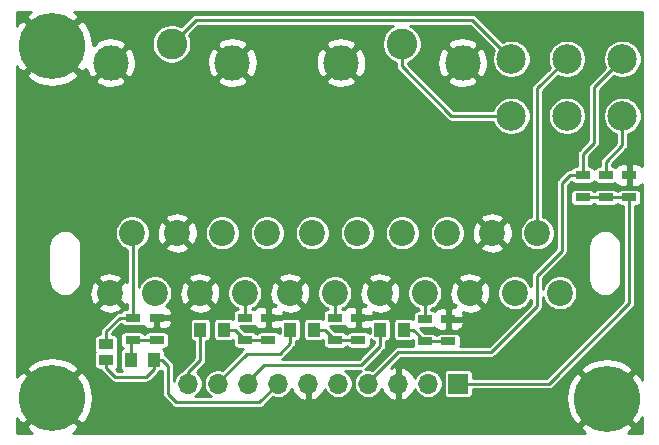
<source format=gbr>
%TF.GenerationSoftware,KiCad,Pcbnew,5.1.10-88a1d61d58~88~ubuntu20.04.1*%
%TF.CreationDate,2021-09-23T20:16:40+02:00*%
%TF.ProjectId,SCART-breakout,53434152-542d-4627-9265-616b6f75742e,rev?*%
%TF.SameCoordinates,Original*%
%TF.FileFunction,Copper,L2,Bot*%
%TF.FilePolarity,Positive*%
%FSLAX46Y46*%
G04 Gerber Fmt 4.6, Leading zero omitted, Abs format (unit mm)*
G04 Created by KiCad (PCBNEW 5.1.10-88a1d61d58~88~ubuntu20.04.1) date 2021-09-23 20:16:40*
%MOMM*%
%LPD*%
G01*
G04 APERTURE LIST*
%TA.AperFunction,ComponentPad*%
%ADD10C,2.500000*%
%TD*%
%TA.AperFunction,ComponentPad*%
%ADD11C,2.200000*%
%TD*%
%TA.AperFunction,ComponentPad*%
%ADD12R,1.700000X1.700000*%
%TD*%
%TA.AperFunction,ComponentPad*%
%ADD13O,1.700000X1.700000*%
%TD*%
%TA.AperFunction,SMDPad,CuDef*%
%ADD14R,1.000000X1.250000*%
%TD*%
%TA.AperFunction,ComponentPad*%
%ADD15C,3.000000*%
%TD*%
%TA.AperFunction,ComponentPad*%
%ADD16C,2.600000*%
%TD*%
%TA.AperFunction,SMDPad,CuDef*%
%ADD17R,1.300000X0.700000*%
%TD*%
%TA.AperFunction,ComponentPad*%
%ADD18C,5.600000*%
%TD*%
%TA.AperFunction,SMDPad,CuDef*%
%ADD19R,1.270000X0.970000*%
%TD*%
%TA.AperFunction,Conductor*%
%ADD20C,0.250000*%
%TD*%
%TA.AperFunction,Conductor*%
%ADD21C,0.254000*%
%TD*%
%TA.AperFunction,Conductor*%
%ADD22C,0.100000*%
%TD*%
G04 APERTURE END LIST*
D10*
%TO.P,SW1,1*%
%TO.N,/Audio_R_INT*%
X173101000Y-71501000D03*
%TO.P,SW1,4*%
%TO.N,/Audio_L_INT*%
X173101000Y-76331000D03*
%TO.P,SW1,2*%
%TO.N,/Audio_R*%
X168401000Y-71501000D03*
%TO.P,SW1,5*%
%TO.N,/Audio_L*%
X168401000Y-76331000D03*
%TO.P,SW1,3*%
%TO.N,/Audio_R_EXT*%
X163701000Y-71501000D03*
%TO.P,SW1,6*%
%TO.N,/Audio_L_EXT*%
X163701000Y-76331000D03*
%TD*%
D11*
%TO.P,J1,20*%
%TO.N,/Sync*%
X131605000Y-86250000D03*
%TO.P,J1,18*%
%TO.N,GND*%
X135415000Y-86250000D03*
%TO.P,J1,16*%
%TO.N,/Blanking*%
X139225000Y-86250000D03*
%TO.P,J1,14*%
%TO.N,N/C*%
X143035000Y-86250000D03*
%TO.P,J1,12*%
X146845000Y-86250000D03*
%TO.P,J1,10*%
X150655000Y-86250000D03*
%TO.P,J1,8*%
X154465000Y-86250000D03*
%TO.P,J1,6*%
%TO.N,/Audio_L*%
X158275000Y-86250000D03*
%TO.P,J1,4*%
%TO.N,GND*%
X162085000Y-86250000D03*
%TO.P,J1,2*%
%TO.N,/Audio_R*%
X165895000Y-86250000D03*
%TO.P,J1,21*%
%TO.N,GND*%
X129710000Y-91330000D03*
%TO.P,J1,19*%
%TO.N,N/C*%
X133520000Y-91330000D03*
%TO.P,J1,17*%
%TO.N,GND*%
X137330000Y-91330000D03*
%TO.P,J1,15*%
%TO.N,/Red*%
X141140000Y-91330000D03*
%TO.P,J1,13*%
%TO.N,GND*%
X144950000Y-91330000D03*
%TO.P,J1,11*%
%TO.N,/Green*%
X148760000Y-91330000D03*
%TO.P,J1,9*%
%TO.N,GND*%
X152570000Y-91330000D03*
%TO.P,J1,7*%
%TO.N,/Blue*%
X156380000Y-91330000D03*
%TO.P,J1,5*%
%TO.N,GND*%
X160190000Y-91330000D03*
%TO.P,J1,3*%
%TO.N,N/C*%
X164000000Y-91330000D03*
%TO.P,J1,1*%
X167810000Y-91330000D03*
%TD*%
D12*
%TO.P,J4,1*%
%TO.N,/Audio_Mono*%
X159194500Y-98996500D03*
D13*
%TO.P,J4,2*%
%TO.N,/Audio_L_INT*%
X156654500Y-98996500D03*
%TO.P,J4,3*%
%TO.N,GND*%
X154114500Y-98996500D03*
%TO.P,J4,4*%
%TO.N,/Audio_R_INT*%
X151574500Y-98996500D03*
%TO.P,J4,5*%
%TO.N,/Blanking*%
X149034500Y-98996500D03*
%TO.P,J4,6*%
%TO.N,GND*%
X146494500Y-98996500D03*
%TO.P,J4,7*%
%TO.N,/Sync_A*%
X143954500Y-98996500D03*
%TO.P,J4,8*%
%TO.N,/Blue_A*%
X141414500Y-98996500D03*
%TO.P,J4,9*%
%TO.N,/Green_A*%
X138874500Y-98996500D03*
%TO.P,J4,10*%
%TO.N,/Red_A*%
X136334500Y-98996500D03*
%TD*%
D14*
%TO.P,C1,1*%
%TO.N,/Red_A*%
X137366500Y-94424500D03*
%TO.P,C1,2*%
%TO.N,Net-(C1-Pad2)*%
X139366500Y-94424500D03*
%TD*%
%TO.P,C2,1*%
%TO.N,/Green_A*%
X144986500Y-94424500D03*
%TO.P,C2,2*%
%TO.N,Net-(C2-Pad2)*%
X146986500Y-94424500D03*
%TD*%
%TO.P,C3,1*%
%TO.N,/Blue_A*%
X152606500Y-94424500D03*
%TO.P,C3,2*%
%TO.N,Net-(C3-Pad2)*%
X154606500Y-94424500D03*
%TD*%
%TO.P,C4,1*%
%TO.N,/Sync_A*%
X133461000Y-96964500D03*
%TO.P,C4,2*%
%TO.N,Net-(C4-Pad2)*%
X131461000Y-96964500D03*
%TD*%
D15*
%TO.P,J2,2*%
%TO.N,GND*%
X129787500Y-71831000D03*
X140087500Y-71831000D03*
D16*
%TO.P,J2,1*%
%TO.N,/Audio_R_EXT*%
X134937500Y-70231000D03*
%TD*%
D15*
%TO.P,J3,2*%
%TO.N,GND*%
X149282000Y-71831000D03*
X159582000Y-71831000D03*
D16*
%TO.P,J3,1*%
%TO.N,/Audio_L_EXT*%
X154432000Y-70231000D03*
%TD*%
D17*
%TO.P,R1,1*%
%TO.N,/Red*%
X141160500Y-93411000D03*
%TO.P,R1,2*%
%TO.N,Net-(C1-Pad2)*%
X141160500Y-95311000D03*
%TD*%
%TO.P,R2,1*%
%TO.N,/Green*%
X148780500Y-93411000D03*
%TO.P,R2,2*%
%TO.N,Net-(C2-Pad2)*%
X148780500Y-95311000D03*
%TD*%
%TO.P,R3,1*%
%TO.N,/Blue*%
X156400500Y-93538000D03*
%TO.P,R3,2*%
%TO.N,Net-(C3-Pad2)*%
X156400500Y-95438000D03*
%TD*%
%TO.P,R4,1*%
%TO.N,/Sync*%
X131635500Y-93411000D03*
%TO.P,R4,2*%
%TO.N,Net-(C4-Pad2)*%
X131635500Y-95311000D03*
%TD*%
%TO.P,R5,1*%
%TO.N,GND*%
X133667500Y-93411000D03*
%TO.P,R5,2*%
%TO.N,Net-(C4-Pad2)*%
X133667500Y-95311000D03*
%TD*%
%TO.P,R6,1*%
%TO.N,GND*%
X158369000Y-93538000D03*
%TO.P,R6,2*%
%TO.N,Net-(C3-Pad2)*%
X158369000Y-95438000D03*
%TD*%
%TO.P,R7,1*%
%TO.N,GND*%
X150749000Y-93411000D03*
%TO.P,R7,2*%
%TO.N,Net-(C2-Pad2)*%
X150749000Y-95311000D03*
%TD*%
%TO.P,R8,1*%
%TO.N,GND*%
X143129000Y-93411000D03*
%TO.P,R8,2*%
%TO.N,Net-(C1-Pad2)*%
X143129000Y-95311000D03*
%TD*%
%TO.P,R9,1*%
%TO.N,/Audio_L_INT*%
X171704000Y-81346000D03*
%TO.P,R9,2*%
%TO.N,/Audio_Mono*%
X171704000Y-83246000D03*
%TD*%
%TO.P,R10,1*%
%TO.N,/Audio_R_INT*%
X169735500Y-81346000D03*
%TO.P,R10,2*%
%TO.N,/Audio_Mono*%
X169735500Y-83246000D03*
%TD*%
%TO.P,R11,1*%
%TO.N,GND*%
X173672500Y-81346000D03*
%TO.P,R11,2*%
%TO.N,/Audio_Mono*%
X173672500Y-83246000D03*
%TD*%
D18*
%TO.P,J5,1*%
%TO.N,GND*%
X171767500Y-100266500D03*
%TD*%
%TO.P,J6,1*%
%TO.N,GND*%
X124841000Y-100203000D03*
%TD*%
D19*
%TO.P,JP1,1*%
%TO.N,/Sync*%
X129413000Y-95689500D03*
%TO.P,JP1,2*%
%TO.N,/Sync_A*%
X129413000Y-96969500D03*
%TD*%
D18*
%TO.P,J7,1*%
%TO.N,GND*%
X124841000Y-70421500D03*
%TD*%
D20*
%TO.N,/Red_A*%
X136334500Y-98996500D02*
X136334500Y-98044000D01*
X137366500Y-97012000D02*
X137366500Y-94424500D01*
X136334500Y-98044000D02*
X137366500Y-97012000D01*
%TO.N,Net-(C1-Pad2)*%
X141160500Y-95311000D02*
X143129000Y-95311000D01*
X139366500Y-94424500D02*
X140274000Y-94424500D01*
X140274000Y-94424500D02*
X141160500Y-95311000D01*
%TO.N,/Green_A*%
X138874500Y-98996500D02*
X138874500Y-98869500D01*
X138874500Y-98869500D02*
X141287500Y-96456500D01*
X141287500Y-96456500D02*
X144081500Y-96456500D01*
X144081500Y-96456500D02*
X144986500Y-95551500D01*
X144986500Y-95551500D02*
X144986500Y-94424500D01*
%TO.N,Net-(C2-Pad2)*%
X148780500Y-95311000D02*
X150749000Y-95311000D01*
X146986500Y-94424500D02*
X147894000Y-94424500D01*
X147894000Y-94424500D02*
X148780500Y-95311000D01*
%TO.N,/Blue_A*%
X141414500Y-98996500D02*
X141414500Y-98742500D01*
X141414500Y-98742500D02*
X142748000Y-97409000D01*
X142748000Y-97409000D02*
X151003000Y-97409000D01*
X151003000Y-97409000D02*
X152606500Y-95805500D01*
X152606500Y-95805500D02*
X152606500Y-94424500D01*
%TO.N,Net-(C3-Pad2)*%
X156400500Y-95438000D02*
X158369000Y-95438000D01*
X154606500Y-94424500D02*
X155387000Y-94424500D01*
X155387000Y-94424500D02*
X156400500Y-95438000D01*
%TO.N,/Sync_A*%
X133461000Y-96964500D02*
X134112000Y-96964500D01*
X142367000Y-100584000D02*
X143954500Y-98996500D01*
X135318500Y-100584000D02*
X142367000Y-100584000D01*
X134620000Y-99885500D02*
X135318500Y-100584000D01*
X134620000Y-97472500D02*
X134620000Y-99885500D01*
X134112000Y-96964500D02*
X134620000Y-97472500D01*
X129413000Y-96969500D02*
X129413000Y-97663000D01*
X133461000Y-97742500D02*
X133461000Y-96964500D01*
X132778500Y-98425000D02*
X133461000Y-97742500D01*
X130175000Y-98425000D02*
X132778500Y-98425000D01*
X129413000Y-97663000D02*
X130175000Y-98425000D01*
%TO.N,Net-(C4-Pad2)*%
X131461000Y-96964500D02*
X131461000Y-95485500D01*
X131461000Y-95485500D02*
X131635500Y-95311000D01*
X131635500Y-95311000D02*
X133667500Y-95311000D01*
%TO.N,/Sync*%
X129413000Y-95689500D02*
X129413000Y-94551500D01*
X130553500Y-93411000D02*
X131635500Y-93411000D01*
X129413000Y-94551500D02*
X130553500Y-93411000D01*
X131635500Y-93411000D02*
X131635500Y-86280500D01*
X131635500Y-86280500D02*
X131605000Y-86250000D01*
%TO.N,/Audio_R*%
X165895000Y-86250000D02*
X165895000Y-74007000D01*
X165895000Y-74007000D02*
X168401000Y-71501000D01*
%TO.N,/Red*%
X141160500Y-93411000D02*
X141160500Y-91350500D01*
X141160500Y-91350500D02*
X141140000Y-91330000D01*
%TO.N,/Green*%
X148780500Y-93411000D02*
X148780500Y-91350500D01*
X148780500Y-91350500D02*
X148760000Y-91330000D01*
%TO.N,/Blue*%
X156400500Y-93538000D02*
X156400500Y-91350500D01*
X156400500Y-91350500D02*
X156380000Y-91330000D01*
%TO.N,/Audio_R_EXT*%
X134937500Y-70231000D02*
X136969500Y-68199000D01*
X160399000Y-68199000D02*
X163701000Y-71501000D01*
X136969500Y-68199000D02*
X160399000Y-68199000D01*
%TO.N,/Audio_L_EXT*%
X154432000Y-70231000D02*
X154432000Y-72136000D01*
X158627000Y-76331000D02*
X163701000Y-76331000D01*
X154432000Y-72136000D02*
X158627000Y-76331000D01*
%TO.N,/Audio_Mono*%
X162367000Y-98996500D02*
X166878000Y-98996500D01*
X159194500Y-98996500D02*
X162367000Y-98996500D01*
X173672500Y-92202000D02*
X173672500Y-83246000D01*
X166878000Y-98996500D02*
X173672500Y-92202000D01*
X171704000Y-83246000D02*
X173672500Y-83246000D01*
X169735500Y-83246000D02*
X171704000Y-83246000D01*
%TO.N,/Audio_L_INT*%
X173101000Y-76331000D02*
X173101000Y-78803500D01*
X171704000Y-80200500D02*
X173101000Y-78803500D01*
X171704000Y-80200500D02*
X171704000Y-81346000D01*
X156654500Y-98996500D02*
X156654500Y-98933000D01*
X171704000Y-81346000D02*
X171828500Y-81346000D01*
%TO.N,/Audio_R_INT*%
X170688000Y-78613000D02*
X170688000Y-73914000D01*
X169735500Y-79565500D02*
X170688000Y-78613000D01*
X169735500Y-81346000D02*
X169735500Y-79565500D01*
X170688000Y-73914000D02*
X173101000Y-71501000D01*
X169735500Y-81346000D02*
X168653500Y-81346000D01*
X154114500Y-96329500D02*
X161988500Y-96329500D01*
X154114500Y-96329500D02*
X151574500Y-98869500D01*
X165862000Y-92456000D02*
X161988500Y-96329500D01*
X165862000Y-89852500D02*
X165862000Y-92456000D01*
X167957500Y-87757000D02*
X165862000Y-89852500D01*
X167957500Y-82042000D02*
X167957500Y-87757000D01*
X168653500Y-81346000D02*
X167957500Y-82042000D01*
X151574500Y-98996500D02*
X151574500Y-98869500D01*
%TD*%
D21*
%TO.N,GND*%
X122930470Y-67546861D02*
X122916308Y-67556323D01*
X122604124Y-68005019D01*
X124841000Y-70241895D01*
X127077876Y-68005019D01*
X126765692Y-67556323D01*
X126683259Y-67512000D01*
X174804001Y-67512000D01*
X174804000Y-69110398D01*
X174804001Y-69110408D01*
X174804001Y-80581755D01*
X174773685Y-80544815D01*
X174676994Y-80465463D01*
X174566680Y-80406498D01*
X174446982Y-80370188D01*
X174322500Y-80357928D01*
X173958250Y-80361000D01*
X173799500Y-80519750D01*
X173799500Y-81219000D01*
X173819500Y-81219000D01*
X173819500Y-81473000D01*
X173799500Y-81473000D01*
X173799500Y-82172250D01*
X173958250Y-82331000D01*
X174322500Y-82334072D01*
X174446982Y-82321812D01*
X174566680Y-82285502D01*
X174676994Y-82226537D01*
X174773685Y-82147185D01*
X174804001Y-82110245D01*
X174804000Y-98660596D01*
X174642139Y-98355970D01*
X174632677Y-98341808D01*
X174183981Y-98029624D01*
X171947105Y-100266500D01*
X174183981Y-102503376D01*
X174632677Y-102191192D01*
X174804000Y-101872562D01*
X174804000Y-103176000D01*
X173612421Y-103176000D01*
X173678030Y-103141139D01*
X173692192Y-103131677D01*
X174004376Y-102682981D01*
X171767500Y-100446105D01*
X169530624Y-102682981D01*
X169842808Y-103131677D01*
X169925241Y-103176000D01*
X126566413Y-103176000D01*
X126751530Y-103077639D01*
X126765692Y-103068177D01*
X127077876Y-102619481D01*
X124841000Y-100382605D01*
X122604124Y-102619481D01*
X122916308Y-103068177D01*
X123116839Y-103176000D01*
X121868000Y-103176000D01*
X121868000Y-101928413D01*
X121966361Y-102113530D01*
X121975823Y-102127692D01*
X122424519Y-102439876D01*
X124661395Y-100203000D01*
X125020605Y-100203000D01*
X127257481Y-102439876D01*
X127706177Y-102127692D01*
X128026612Y-101531741D01*
X128224626Y-100884727D01*
X128292610Y-100211516D01*
X128227949Y-99537977D01*
X128033130Y-98889994D01*
X127715639Y-98292470D01*
X127706177Y-98278308D01*
X127257481Y-97966124D01*
X125020605Y-100203000D01*
X124661395Y-100203000D01*
X122424519Y-97966124D01*
X121975823Y-98278308D01*
X121868000Y-98478839D01*
X121868000Y-97786519D01*
X122604124Y-97786519D01*
X124841000Y-100023395D01*
X127077876Y-97786519D01*
X126765692Y-97337823D01*
X126169741Y-97017388D01*
X125522727Y-96819374D01*
X124849516Y-96751390D01*
X124175977Y-96816051D01*
X123527994Y-97010870D01*
X122930470Y-97328361D01*
X122916308Y-97337823D01*
X122604124Y-97786519D01*
X121868000Y-97786519D01*
X121868000Y-95204500D01*
X128395157Y-95204500D01*
X128395157Y-96174500D01*
X128402513Y-96249189D01*
X128424299Y-96321008D01*
X128428838Y-96329500D01*
X128424299Y-96337992D01*
X128402513Y-96409811D01*
X128395157Y-96484500D01*
X128395157Y-97454500D01*
X128402513Y-97529189D01*
X128424299Y-97601008D01*
X128459678Y-97667196D01*
X128507289Y-97725211D01*
X128565304Y-97772822D01*
X128631492Y-97808201D01*
X128703311Y-97829987D01*
X128778000Y-97837343D01*
X128937118Y-97837343D01*
X128943255Y-97857574D01*
X128963398Y-97895258D01*
X128990242Y-97945479D01*
X129053474Y-98022527D01*
X129072780Y-98038371D01*
X129799628Y-98765220D01*
X129815473Y-98784527D01*
X129892521Y-98847759D01*
X129971537Y-98889994D01*
X129980425Y-98894745D01*
X130075807Y-98923678D01*
X130175000Y-98933448D01*
X130199854Y-98931000D01*
X132753654Y-98931000D01*
X132778500Y-98933447D01*
X132803346Y-98931000D01*
X132803354Y-98931000D01*
X132877693Y-98923678D01*
X132973075Y-98894745D01*
X133060979Y-98847759D01*
X133138027Y-98784527D01*
X133153876Y-98765215D01*
X133801220Y-98117872D01*
X133820527Y-98102027D01*
X133883759Y-98024979D01*
X133911894Y-97972343D01*
X133961000Y-97972343D01*
X134035689Y-97964987D01*
X134107508Y-97943201D01*
X134114000Y-97939731D01*
X134114001Y-99860644D01*
X134111553Y-99885500D01*
X134121322Y-99984692D01*
X134150255Y-100080074D01*
X134153901Y-100086895D01*
X134197242Y-100167979D01*
X134260474Y-100245027D01*
X134279780Y-100260871D01*
X134943128Y-100924220D01*
X134958973Y-100943527D01*
X135036021Y-101006759D01*
X135123925Y-101053745D01*
X135219306Y-101082678D01*
X135229194Y-101083652D01*
X135293646Y-101090000D01*
X135293653Y-101090000D01*
X135318499Y-101092447D01*
X135343345Y-101090000D01*
X142342154Y-101090000D01*
X142367000Y-101092447D01*
X142391846Y-101090000D01*
X142391854Y-101090000D01*
X142466193Y-101082678D01*
X142561575Y-101053745D01*
X142649479Y-101006759D01*
X142726527Y-100943527D01*
X142742376Y-100924215D01*
X143518333Y-100148258D01*
X143595431Y-100180193D01*
X143833257Y-100227500D01*
X144075743Y-100227500D01*
X144313569Y-100180193D01*
X144537597Y-100087398D01*
X144739217Y-99952680D01*
X144910680Y-99781217D01*
X145045398Y-99579597D01*
X145092728Y-99465332D01*
X145150343Y-99627752D01*
X145299322Y-99877855D01*
X145494231Y-100094088D01*
X145727580Y-100268141D01*
X145990401Y-100393325D01*
X146137610Y-100437976D01*
X146367500Y-100316655D01*
X146367500Y-99123500D01*
X146347500Y-99123500D01*
X146347500Y-98869500D01*
X146367500Y-98869500D01*
X146367500Y-98849500D01*
X146621500Y-98849500D01*
X146621500Y-98869500D01*
X146641500Y-98869500D01*
X146641500Y-99123500D01*
X146621500Y-99123500D01*
X146621500Y-100316655D01*
X146851390Y-100437976D01*
X146998599Y-100393325D01*
X147261420Y-100268141D01*
X147494769Y-100094088D01*
X147689678Y-99877855D01*
X147838657Y-99627752D01*
X147896272Y-99465332D01*
X147943602Y-99579597D01*
X148078320Y-99781217D01*
X148249783Y-99952680D01*
X148451403Y-100087398D01*
X148675431Y-100180193D01*
X148913257Y-100227500D01*
X149155743Y-100227500D01*
X149393569Y-100180193D01*
X149617597Y-100087398D01*
X149819217Y-99952680D01*
X149990680Y-99781217D01*
X150125398Y-99579597D01*
X150218193Y-99355569D01*
X150265500Y-99117743D01*
X150265500Y-98875257D01*
X150218193Y-98637431D01*
X150125398Y-98413403D01*
X149990680Y-98211783D01*
X149819217Y-98040320D01*
X149631662Y-97915000D01*
X150977338Y-97915000D01*
X150789783Y-98040320D01*
X150618320Y-98211783D01*
X150483602Y-98413403D01*
X150390807Y-98637431D01*
X150343500Y-98875257D01*
X150343500Y-99117743D01*
X150390807Y-99355569D01*
X150483602Y-99579597D01*
X150618320Y-99781217D01*
X150789783Y-99952680D01*
X150991403Y-100087398D01*
X151215431Y-100180193D01*
X151453257Y-100227500D01*
X151695743Y-100227500D01*
X151933569Y-100180193D01*
X152157597Y-100087398D01*
X152359217Y-99952680D01*
X152530680Y-99781217D01*
X152665398Y-99579597D01*
X152712728Y-99465332D01*
X152770343Y-99627752D01*
X152919322Y-99877855D01*
X153114231Y-100094088D01*
X153347580Y-100268141D01*
X153610401Y-100393325D01*
X153757610Y-100437976D01*
X153987500Y-100316655D01*
X153987500Y-99123500D01*
X153967500Y-99123500D01*
X153967500Y-98869500D01*
X153987500Y-98869500D01*
X153987500Y-97676345D01*
X154241500Y-97676345D01*
X154241500Y-98869500D01*
X154261500Y-98869500D01*
X154261500Y-99123500D01*
X154241500Y-99123500D01*
X154241500Y-100316655D01*
X154471390Y-100437976D01*
X154618599Y-100393325D01*
X154881420Y-100268141D01*
X154895037Y-100257984D01*
X168315890Y-100257984D01*
X168380551Y-100931523D01*
X168575370Y-101579506D01*
X168892861Y-102177030D01*
X168902323Y-102191192D01*
X169351019Y-102503376D01*
X171587895Y-100266500D01*
X169351019Y-98029624D01*
X168902323Y-98341808D01*
X168581888Y-98937759D01*
X168383874Y-99584773D01*
X168315890Y-100257984D01*
X154895037Y-100257984D01*
X155114769Y-100094088D01*
X155309678Y-99877855D01*
X155458657Y-99627752D01*
X155516272Y-99465332D01*
X155563602Y-99579597D01*
X155698320Y-99781217D01*
X155869783Y-99952680D01*
X156071403Y-100087398D01*
X156295431Y-100180193D01*
X156533257Y-100227500D01*
X156775743Y-100227500D01*
X157013569Y-100180193D01*
X157237597Y-100087398D01*
X157439217Y-99952680D01*
X157610680Y-99781217D01*
X157745398Y-99579597D01*
X157838193Y-99355569D01*
X157885500Y-99117743D01*
X157885500Y-98875257D01*
X157838193Y-98637431D01*
X157745398Y-98413403D01*
X157610680Y-98211783D01*
X157545397Y-98146500D01*
X157961657Y-98146500D01*
X157961657Y-99846500D01*
X157969013Y-99921189D01*
X157990799Y-99993008D01*
X158026178Y-100059196D01*
X158073789Y-100117211D01*
X158131804Y-100164822D01*
X158197992Y-100200201D01*
X158269811Y-100221987D01*
X158344500Y-100229343D01*
X160044500Y-100229343D01*
X160119189Y-100221987D01*
X160191008Y-100200201D01*
X160257196Y-100164822D01*
X160315211Y-100117211D01*
X160362822Y-100059196D01*
X160398201Y-99993008D01*
X160419987Y-99921189D01*
X160427343Y-99846500D01*
X160427343Y-99502500D01*
X166853154Y-99502500D01*
X166878000Y-99504947D01*
X166902846Y-99502500D01*
X166902854Y-99502500D01*
X166977193Y-99495178D01*
X167072575Y-99466245D01*
X167160479Y-99419259D01*
X167237527Y-99356027D01*
X167253376Y-99336715D01*
X168740072Y-97850019D01*
X169530624Y-97850019D01*
X171767500Y-100086895D01*
X174004376Y-97850019D01*
X173692192Y-97401323D01*
X173096241Y-97080888D01*
X172449227Y-96882874D01*
X171776016Y-96814890D01*
X171102477Y-96879551D01*
X170454494Y-97074370D01*
X169856970Y-97391861D01*
X169842808Y-97401323D01*
X169530624Y-97850019D01*
X168740072Y-97850019D01*
X174012720Y-92577372D01*
X174032027Y-92561527D01*
X174095259Y-92484479D01*
X174142245Y-92396575D01*
X174171178Y-92301193D01*
X174178500Y-92226854D01*
X174178500Y-92226847D01*
X174180947Y-92202001D01*
X174178500Y-92177155D01*
X174178500Y-83978843D01*
X174322500Y-83978843D01*
X174397189Y-83971487D01*
X174469008Y-83949701D01*
X174535196Y-83914322D01*
X174593211Y-83866711D01*
X174640822Y-83808696D01*
X174676201Y-83742508D01*
X174697987Y-83670689D01*
X174705343Y-83596000D01*
X174705343Y-82896000D01*
X174697987Y-82821311D01*
X174676201Y-82749492D01*
X174640822Y-82683304D01*
X174593211Y-82625289D01*
X174535196Y-82577678D01*
X174469008Y-82542299D01*
X174397189Y-82520513D01*
X174322500Y-82513157D01*
X173022500Y-82513157D01*
X172947811Y-82520513D01*
X172875992Y-82542299D01*
X172809804Y-82577678D01*
X172751789Y-82625289D01*
X172704178Y-82683304D01*
X172688250Y-82713103D01*
X172672322Y-82683304D01*
X172624711Y-82625289D01*
X172566696Y-82577678D01*
X172500508Y-82542299D01*
X172428689Y-82520513D01*
X172354000Y-82513157D01*
X171054000Y-82513157D01*
X170979311Y-82520513D01*
X170907492Y-82542299D01*
X170841304Y-82577678D01*
X170783289Y-82625289D01*
X170735678Y-82683304D01*
X170719750Y-82713103D01*
X170703822Y-82683304D01*
X170656211Y-82625289D01*
X170598196Y-82577678D01*
X170532008Y-82542299D01*
X170460189Y-82520513D01*
X170385500Y-82513157D01*
X169085500Y-82513157D01*
X169010811Y-82520513D01*
X168938992Y-82542299D01*
X168872804Y-82577678D01*
X168814789Y-82625289D01*
X168767178Y-82683304D01*
X168731799Y-82749492D01*
X168710013Y-82821311D01*
X168702657Y-82896000D01*
X168702657Y-83596000D01*
X168710013Y-83670689D01*
X168731799Y-83742508D01*
X168767178Y-83808696D01*
X168814789Y-83866711D01*
X168872804Y-83914322D01*
X168938992Y-83949701D01*
X169010811Y-83971487D01*
X169085500Y-83978843D01*
X170385500Y-83978843D01*
X170460189Y-83971487D01*
X170532008Y-83949701D01*
X170598196Y-83914322D01*
X170656211Y-83866711D01*
X170703822Y-83808696D01*
X170719750Y-83778897D01*
X170735678Y-83808696D01*
X170783289Y-83866711D01*
X170841304Y-83914322D01*
X170907492Y-83949701D01*
X170979311Y-83971487D01*
X171054000Y-83978843D01*
X172354000Y-83978843D01*
X172428689Y-83971487D01*
X172500508Y-83949701D01*
X172566696Y-83914322D01*
X172624711Y-83866711D01*
X172672322Y-83808696D01*
X172688250Y-83778897D01*
X172704178Y-83808696D01*
X172751789Y-83866711D01*
X172809804Y-83914322D01*
X172875992Y-83949701D01*
X172947811Y-83971487D01*
X173022500Y-83978843D01*
X173166501Y-83978843D01*
X173166500Y-91992408D01*
X166668409Y-98490500D01*
X160427343Y-98490500D01*
X160427343Y-98146500D01*
X160419987Y-98071811D01*
X160398201Y-97999992D01*
X160362822Y-97933804D01*
X160315211Y-97875789D01*
X160257196Y-97828178D01*
X160191008Y-97792799D01*
X160119189Y-97771013D01*
X160044500Y-97763657D01*
X158344500Y-97763657D01*
X158269811Y-97771013D01*
X158197992Y-97792799D01*
X158131804Y-97828178D01*
X158073789Y-97875789D01*
X158026178Y-97933804D01*
X157990799Y-97999992D01*
X157969013Y-98071811D01*
X157961657Y-98146500D01*
X157545397Y-98146500D01*
X157439217Y-98040320D01*
X157237597Y-97905602D01*
X157013569Y-97812807D01*
X156775743Y-97765500D01*
X156533257Y-97765500D01*
X156295431Y-97812807D01*
X156071403Y-97905602D01*
X155869783Y-98040320D01*
X155698320Y-98211783D01*
X155563602Y-98413403D01*
X155516272Y-98527668D01*
X155458657Y-98365248D01*
X155309678Y-98115145D01*
X155114769Y-97898912D01*
X154881420Y-97724859D01*
X154618599Y-97599675D01*
X154471390Y-97555024D01*
X154241500Y-97676345D01*
X153987500Y-97676345D01*
X153757610Y-97555024D01*
X153610401Y-97599675D01*
X153514000Y-97645592D01*
X154324092Y-96835500D01*
X161963654Y-96835500D01*
X161988500Y-96837947D01*
X162013346Y-96835500D01*
X162013354Y-96835500D01*
X162087693Y-96828178D01*
X162183075Y-96799245D01*
X162270979Y-96752259D01*
X162348027Y-96689027D01*
X162363876Y-96669715D01*
X166202220Y-92831372D01*
X166221527Y-92815527D01*
X166284759Y-92738479D01*
X166331745Y-92650575D01*
X166360678Y-92555193D01*
X166368000Y-92480854D01*
X166368000Y-92480847D01*
X166370447Y-92456001D01*
X166368000Y-92431155D01*
X166368000Y-91671932D01*
X166385914Y-91761992D01*
X166497555Y-92031517D01*
X166659632Y-92274083D01*
X166865917Y-92480368D01*
X167108483Y-92642445D01*
X167378008Y-92754086D01*
X167664134Y-92811000D01*
X167955866Y-92811000D01*
X168241992Y-92754086D01*
X168511517Y-92642445D01*
X168754083Y-92480368D01*
X168960368Y-92274083D01*
X169122445Y-92031517D01*
X169234086Y-91761992D01*
X169291000Y-91475866D01*
X169291000Y-91184134D01*
X169234086Y-90898008D01*
X169122445Y-90628483D01*
X168960368Y-90385917D01*
X168754083Y-90179632D01*
X168511517Y-90017555D01*
X168241992Y-89905914D01*
X167955866Y-89849000D01*
X167664134Y-89849000D01*
X167378008Y-89905914D01*
X167108483Y-90017555D01*
X166865917Y-90179632D01*
X166659632Y-90385917D01*
X166497555Y-90628483D01*
X166385914Y-90898008D01*
X166368000Y-90988068D01*
X166368000Y-90062091D01*
X168297720Y-88132372D01*
X168317027Y-88116527D01*
X168380259Y-88039479D01*
X168427245Y-87951575D01*
X168456178Y-87856193D01*
X168463500Y-87781854D01*
X168465948Y-87757000D01*
X168463500Y-87732146D01*
X168463500Y-87322158D01*
X170229000Y-87322158D01*
X170229001Y-90257843D01*
X170248983Y-90460723D01*
X170327950Y-90721043D01*
X170456186Y-90960955D01*
X170628762Y-91171239D01*
X170839046Y-91343815D01*
X171078958Y-91472051D01*
X171339278Y-91551018D01*
X171610000Y-91577682D01*
X171880723Y-91551018D01*
X172141043Y-91472051D01*
X172380955Y-91343815D01*
X172591239Y-91171239D01*
X172763815Y-90960955D01*
X172892051Y-90721043D01*
X172971018Y-90460723D01*
X172991000Y-90257843D01*
X172991000Y-87322157D01*
X172971018Y-87119277D01*
X172892051Y-86858957D01*
X172763815Y-86619045D01*
X172591238Y-86408761D01*
X172380954Y-86236185D01*
X172141042Y-86107949D01*
X171880722Y-86028982D01*
X171610000Y-86002318D01*
X171339277Y-86028982D01*
X171078957Y-86107949D01*
X170839045Y-86236185D01*
X170628761Y-86408762D01*
X170456185Y-86619046D01*
X170327949Y-86858958D01*
X170248982Y-87119278D01*
X170229000Y-87322158D01*
X168463500Y-87322158D01*
X168463500Y-82251591D01*
X168784855Y-81930236D01*
X168814789Y-81966711D01*
X168872804Y-82014322D01*
X168938992Y-82049701D01*
X169010811Y-82071487D01*
X169085500Y-82078843D01*
X170385500Y-82078843D01*
X170460189Y-82071487D01*
X170532008Y-82049701D01*
X170598196Y-82014322D01*
X170656211Y-81966711D01*
X170703822Y-81908696D01*
X170719750Y-81878897D01*
X170735678Y-81908696D01*
X170783289Y-81966711D01*
X170841304Y-82014322D01*
X170907492Y-82049701D01*
X170979311Y-82071487D01*
X171054000Y-82078843D01*
X172354000Y-82078843D01*
X172428689Y-82071487D01*
X172493145Y-82051934D01*
X172571315Y-82147185D01*
X172668006Y-82226537D01*
X172778320Y-82285502D01*
X172898018Y-82321812D01*
X173022500Y-82334072D01*
X173386750Y-82331000D01*
X173545500Y-82172250D01*
X173545500Y-81473000D01*
X173525500Y-81473000D01*
X173525500Y-81219000D01*
X173545500Y-81219000D01*
X173545500Y-80519750D01*
X173386750Y-80361000D01*
X173022500Y-80357928D01*
X172898018Y-80370188D01*
X172778320Y-80406498D01*
X172668006Y-80465463D01*
X172571315Y-80544815D01*
X172493145Y-80640066D01*
X172428689Y-80620513D01*
X172354000Y-80613157D01*
X172210000Y-80613157D01*
X172210000Y-80410091D01*
X173441220Y-79178872D01*
X173460527Y-79163027D01*
X173523759Y-79085979D01*
X173570745Y-78998075D01*
X173599678Y-78902693D01*
X173607000Y-78828354D01*
X173607000Y-78828347D01*
X173609447Y-78803501D01*
X173607000Y-78778655D01*
X173607000Y-77886790D01*
X173873568Y-77776374D01*
X174140702Y-77597881D01*
X174367881Y-77370702D01*
X174546374Y-77103568D01*
X174669322Y-76806745D01*
X174732000Y-76491640D01*
X174732000Y-76170360D01*
X174669322Y-75855255D01*
X174546374Y-75558432D01*
X174367881Y-75291298D01*
X174140702Y-75064119D01*
X173873568Y-74885626D01*
X173576745Y-74762678D01*
X173261640Y-74700000D01*
X172940360Y-74700000D01*
X172625255Y-74762678D01*
X172328432Y-74885626D01*
X172061298Y-75064119D01*
X171834119Y-75291298D01*
X171655626Y-75558432D01*
X171532678Y-75855255D01*
X171470000Y-76170360D01*
X171470000Y-76491640D01*
X171532678Y-76806745D01*
X171655626Y-77103568D01*
X171834119Y-77370702D01*
X172061298Y-77597881D01*
X172328432Y-77776374D01*
X172595001Y-77886790D01*
X172595001Y-78593907D01*
X171363785Y-79825124D01*
X171344473Y-79840973D01*
X171281241Y-79918021D01*
X171234255Y-80005926D01*
X171205322Y-80101308D01*
X171198000Y-80175647D01*
X171198000Y-80175654D01*
X171195553Y-80200500D01*
X171198000Y-80225347D01*
X171198000Y-80613157D01*
X171054000Y-80613157D01*
X170979311Y-80620513D01*
X170907492Y-80642299D01*
X170841304Y-80677678D01*
X170783289Y-80725289D01*
X170735678Y-80783304D01*
X170719750Y-80813103D01*
X170703822Y-80783304D01*
X170656211Y-80725289D01*
X170598196Y-80677678D01*
X170532008Y-80642299D01*
X170460189Y-80620513D01*
X170385500Y-80613157D01*
X170241500Y-80613157D01*
X170241500Y-79775091D01*
X171028220Y-78988372D01*
X171047527Y-78972527D01*
X171110759Y-78895479D01*
X171157745Y-78807575D01*
X171186678Y-78712193D01*
X171194000Y-78637854D01*
X171194000Y-78637847D01*
X171196447Y-78613001D01*
X171194000Y-78588155D01*
X171194000Y-74123591D01*
X172358686Y-72958906D01*
X172625255Y-73069322D01*
X172940360Y-73132000D01*
X173261640Y-73132000D01*
X173576745Y-73069322D01*
X173873568Y-72946374D01*
X174140702Y-72767881D01*
X174367881Y-72540702D01*
X174546374Y-72273568D01*
X174669322Y-71976745D01*
X174732000Y-71661640D01*
X174732000Y-71340360D01*
X174669322Y-71025255D01*
X174546374Y-70728432D01*
X174367881Y-70461298D01*
X174140702Y-70234119D01*
X173873568Y-70055626D01*
X173576745Y-69932678D01*
X173261640Y-69870000D01*
X172940360Y-69870000D01*
X172625255Y-69932678D01*
X172328432Y-70055626D01*
X172061298Y-70234119D01*
X171834119Y-70461298D01*
X171655626Y-70728432D01*
X171532678Y-71025255D01*
X171470000Y-71340360D01*
X171470000Y-71661640D01*
X171532678Y-71976745D01*
X171643094Y-72243314D01*
X170347781Y-73538628D01*
X170328474Y-73554473D01*
X170265242Y-73631521D01*
X170246396Y-73666779D01*
X170218255Y-73719426D01*
X170189322Y-73814808D01*
X170179553Y-73914000D01*
X170182001Y-73938856D01*
X170182000Y-78403408D01*
X169395280Y-79190129D01*
X169375974Y-79205973D01*
X169312742Y-79283021D01*
X169297280Y-79311948D01*
X169265755Y-79370926D01*
X169236822Y-79466308D01*
X169227053Y-79565500D01*
X169229501Y-79590356D01*
X169229500Y-80613157D01*
X169085500Y-80613157D01*
X169010811Y-80620513D01*
X168938992Y-80642299D01*
X168872804Y-80677678D01*
X168814789Y-80725289D01*
X168767178Y-80783304D01*
X168736873Y-80840000D01*
X168678354Y-80840000D01*
X168653500Y-80837552D01*
X168628646Y-80840000D01*
X168554307Y-80847322D01*
X168458925Y-80876255D01*
X168371021Y-80923241D01*
X168293973Y-80986473D01*
X168278128Y-81005780D01*
X167617285Y-81666624D01*
X167597973Y-81682473D01*
X167534741Y-81759521D01*
X167487755Y-81847426D01*
X167458822Y-81942808D01*
X167451500Y-82017147D01*
X167451500Y-82017154D01*
X167449053Y-82042000D01*
X167451500Y-82066846D01*
X167451501Y-87547407D01*
X165521785Y-89477124D01*
X165502473Y-89492973D01*
X165439241Y-89570021D01*
X165392255Y-89657926D01*
X165363322Y-89753308D01*
X165356000Y-89827647D01*
X165356000Y-89827654D01*
X165353553Y-89852500D01*
X165356000Y-89877346D01*
X165356000Y-90733635D01*
X165312445Y-90628483D01*
X165150368Y-90385917D01*
X164944083Y-90179632D01*
X164701517Y-90017555D01*
X164431992Y-89905914D01*
X164145866Y-89849000D01*
X163854134Y-89849000D01*
X163568008Y-89905914D01*
X163298483Y-90017555D01*
X163055917Y-90179632D01*
X162849632Y-90385917D01*
X162687555Y-90628483D01*
X162575914Y-90898008D01*
X162519000Y-91184134D01*
X162519000Y-91475866D01*
X162575914Y-91761992D01*
X162687555Y-92031517D01*
X162849632Y-92274083D01*
X163055917Y-92480368D01*
X163298483Y-92642445D01*
X163568008Y-92754086D01*
X163854134Y-92811000D01*
X164145866Y-92811000D01*
X164431992Y-92754086D01*
X164701517Y-92642445D01*
X164944083Y-92480368D01*
X165150368Y-92274083D01*
X165312445Y-92031517D01*
X165356001Y-91926364D01*
X165356001Y-92246407D01*
X161778909Y-95823500D01*
X159398347Y-95823500D01*
X159401843Y-95788000D01*
X159401843Y-95088000D01*
X159394487Y-95013311D01*
X159372701Y-94941492D01*
X159337322Y-94875304D01*
X159289711Y-94817289D01*
X159231696Y-94769678D01*
X159165508Y-94734299D01*
X159093689Y-94712513D01*
X159019000Y-94705157D01*
X157719000Y-94705157D01*
X157644311Y-94712513D01*
X157572492Y-94734299D01*
X157506304Y-94769678D01*
X157448289Y-94817289D01*
X157400678Y-94875304D01*
X157384750Y-94905103D01*
X157368822Y-94875304D01*
X157321211Y-94817289D01*
X157263196Y-94769678D01*
X157197008Y-94734299D01*
X157125189Y-94712513D01*
X157050500Y-94705157D01*
X156383249Y-94705157D01*
X155948934Y-94270843D01*
X157050500Y-94270843D01*
X157125189Y-94263487D01*
X157189645Y-94243934D01*
X157267815Y-94339185D01*
X157364506Y-94418537D01*
X157474820Y-94477502D01*
X157594518Y-94513812D01*
X157719000Y-94526072D01*
X158083250Y-94523000D01*
X158242000Y-94364250D01*
X158242000Y-93665000D01*
X158496000Y-93665000D01*
X158496000Y-94364250D01*
X158654750Y-94523000D01*
X159019000Y-94526072D01*
X159143482Y-94513812D01*
X159263180Y-94477502D01*
X159373494Y-94418537D01*
X159470185Y-94339185D01*
X159549537Y-94242494D01*
X159608502Y-94132180D01*
X159644812Y-94012482D01*
X159657072Y-93888000D01*
X159654000Y-93823750D01*
X159495250Y-93665000D01*
X158496000Y-93665000D01*
X158242000Y-93665000D01*
X158222000Y-93665000D01*
X158222000Y-93411000D01*
X158242000Y-93411000D01*
X158242000Y-92711750D01*
X158083250Y-92553000D01*
X157719000Y-92549928D01*
X157594518Y-92562188D01*
X157474820Y-92598498D01*
X157364506Y-92657463D01*
X157267815Y-92736815D01*
X157189645Y-92832066D01*
X157125189Y-92812513D01*
X157050500Y-92805157D01*
X156906500Y-92805157D01*
X156906500Y-92714939D01*
X157081517Y-92642445D01*
X157324083Y-92480368D01*
X157530368Y-92274083D01*
X157692445Y-92031517D01*
X157804086Y-91761992D01*
X157861000Y-91475866D01*
X157861000Y-91388639D01*
X158447591Y-91388639D01*
X158492511Y-91727439D01*
X158602664Y-92050966D01*
X158708662Y-92249274D01*
X158983286Y-92357106D01*
X158867864Y-92472528D01*
X158945881Y-92550545D01*
X158654750Y-92553000D01*
X158496000Y-92711750D01*
X158496000Y-93411000D01*
X159495250Y-93411000D01*
X159654000Y-93252250D01*
X159657072Y-93188000D01*
X159644812Y-93063518D01*
X159617316Y-92972877D01*
X159907585Y-93050369D01*
X160248639Y-93072409D01*
X160587439Y-93027489D01*
X160910966Y-92917336D01*
X161109274Y-92811338D01*
X161217107Y-92536712D01*
X160190000Y-91509605D01*
X160175858Y-91523748D01*
X159996253Y-91344143D01*
X160010395Y-91330000D01*
X160369605Y-91330000D01*
X161396712Y-92357107D01*
X161671338Y-92249274D01*
X161822216Y-91942616D01*
X161910369Y-91612415D01*
X161932409Y-91271361D01*
X161887489Y-90932561D01*
X161777336Y-90609034D01*
X161671338Y-90410726D01*
X161396712Y-90302893D01*
X160369605Y-91330000D01*
X160010395Y-91330000D01*
X158983288Y-90302893D01*
X158708662Y-90410726D01*
X158557784Y-90717384D01*
X158469631Y-91047585D01*
X158447591Y-91388639D01*
X157861000Y-91388639D01*
X157861000Y-91184134D01*
X157804086Y-90898008D01*
X157692445Y-90628483D01*
X157530368Y-90385917D01*
X157324083Y-90179632D01*
X157239759Y-90123288D01*
X159162893Y-90123288D01*
X160190000Y-91150395D01*
X161217107Y-90123288D01*
X161109274Y-89848662D01*
X160802616Y-89697784D01*
X160472415Y-89609631D01*
X160131361Y-89587591D01*
X159792561Y-89632511D01*
X159469034Y-89742664D01*
X159270726Y-89848662D01*
X159162893Y-90123288D01*
X157239759Y-90123288D01*
X157081517Y-90017555D01*
X156811992Y-89905914D01*
X156525866Y-89849000D01*
X156234134Y-89849000D01*
X155948008Y-89905914D01*
X155678483Y-90017555D01*
X155435917Y-90179632D01*
X155229632Y-90385917D01*
X155067555Y-90628483D01*
X154955914Y-90898008D01*
X154899000Y-91184134D01*
X154899000Y-91475866D01*
X154955914Y-91761992D01*
X155067555Y-92031517D01*
X155229632Y-92274083D01*
X155435917Y-92480368D01*
X155678483Y-92642445D01*
X155894500Y-92731922D01*
X155894500Y-92805157D01*
X155750500Y-92805157D01*
X155675811Y-92812513D01*
X155603992Y-92834299D01*
X155537804Y-92869678D01*
X155479789Y-92917289D01*
X155432178Y-92975304D01*
X155396799Y-93041492D01*
X155375013Y-93113311D01*
X155367657Y-93188000D01*
X155367657Y-93520948D01*
X155319196Y-93481178D01*
X155253008Y-93445799D01*
X155181189Y-93424013D01*
X155106500Y-93416657D01*
X154106500Y-93416657D01*
X154031811Y-93424013D01*
X153959992Y-93445799D01*
X153893804Y-93481178D01*
X153835789Y-93528789D01*
X153788178Y-93586804D01*
X153752799Y-93652992D01*
X153731013Y-93724811D01*
X153723657Y-93799500D01*
X153723657Y-95049500D01*
X153731013Y-95124189D01*
X153752799Y-95196008D01*
X153788178Y-95262196D01*
X153835789Y-95320211D01*
X153893804Y-95367822D01*
X153959992Y-95403201D01*
X154031811Y-95424987D01*
X154106500Y-95432343D01*
X155106500Y-95432343D01*
X155181189Y-95424987D01*
X155253008Y-95403201D01*
X155319196Y-95367822D01*
X155367657Y-95328052D01*
X155367657Y-95788000D01*
X155371153Y-95823500D01*
X154139345Y-95823500D01*
X154114499Y-95821053D01*
X154089653Y-95823500D01*
X154089646Y-95823500D01*
X154025194Y-95829848D01*
X154015306Y-95830822D01*
X154004899Y-95833979D01*
X153919925Y-95859755D01*
X153832021Y-95906741D01*
X153754973Y-95969973D01*
X153739129Y-95989279D01*
X151918583Y-97809826D01*
X151695743Y-97765500D01*
X151453257Y-97765500D01*
X151338369Y-97788353D01*
X151362527Y-97768527D01*
X151378376Y-97749215D01*
X152946720Y-96180872D01*
X152966027Y-96165027D01*
X153029259Y-96087979D01*
X153076245Y-96000075D01*
X153104253Y-95907744D01*
X153105178Y-95904694D01*
X153109604Y-95859755D01*
X153112500Y-95830354D01*
X153112500Y-95830347D01*
X153114947Y-95805501D01*
X153112500Y-95780655D01*
X153112500Y-95431752D01*
X153181189Y-95424987D01*
X153253008Y-95403201D01*
X153319196Y-95367822D01*
X153377211Y-95320211D01*
X153424822Y-95262196D01*
X153460201Y-95196008D01*
X153481987Y-95124189D01*
X153489343Y-95049500D01*
X153489343Y-93799500D01*
X153481987Y-93724811D01*
X153460201Y-93652992D01*
X153424822Y-93586804D01*
X153377211Y-93528789D01*
X153319196Y-93481178D01*
X153253008Y-93445799D01*
X153181189Y-93424013D01*
X153106500Y-93416657D01*
X152106500Y-93416657D01*
X152031811Y-93424013D01*
X151959992Y-93445799D01*
X151893804Y-93481178D01*
X151835789Y-93528789D01*
X151828230Y-93538000D01*
X150876000Y-93538000D01*
X150876000Y-94237250D01*
X151034750Y-94396000D01*
X151399000Y-94399072D01*
X151523482Y-94386812D01*
X151643180Y-94350502D01*
X151723657Y-94307485D01*
X151723657Y-94760156D01*
X151717322Y-94748304D01*
X151669711Y-94690289D01*
X151611696Y-94642678D01*
X151545508Y-94607299D01*
X151473689Y-94585513D01*
X151399000Y-94578157D01*
X150099000Y-94578157D01*
X150024311Y-94585513D01*
X149952492Y-94607299D01*
X149886304Y-94642678D01*
X149828289Y-94690289D01*
X149780678Y-94748304D01*
X149764750Y-94778103D01*
X149748822Y-94748304D01*
X149701211Y-94690289D01*
X149643196Y-94642678D01*
X149577008Y-94607299D01*
X149505189Y-94585513D01*
X149430500Y-94578157D01*
X148763249Y-94578157D01*
X148328934Y-94143843D01*
X149430500Y-94143843D01*
X149505189Y-94136487D01*
X149569645Y-94116934D01*
X149647815Y-94212185D01*
X149744506Y-94291537D01*
X149854820Y-94350502D01*
X149974518Y-94386812D01*
X150099000Y-94399072D01*
X150463250Y-94396000D01*
X150622000Y-94237250D01*
X150622000Y-93538000D01*
X150602000Y-93538000D01*
X150602000Y-93284000D01*
X150622000Y-93284000D01*
X150622000Y-92584750D01*
X150463250Y-92426000D01*
X150099000Y-92422928D01*
X149974518Y-92435188D01*
X149854820Y-92471498D01*
X149744506Y-92530463D01*
X149647815Y-92609815D01*
X149569645Y-92705066D01*
X149505189Y-92685513D01*
X149430500Y-92678157D01*
X149375301Y-92678157D01*
X149461517Y-92642445D01*
X149704083Y-92480368D01*
X149910368Y-92274083D01*
X150072445Y-92031517D01*
X150184086Y-91761992D01*
X150241000Y-91475866D01*
X150241000Y-91388639D01*
X150827591Y-91388639D01*
X150872511Y-91727439D01*
X150982664Y-92050966D01*
X151088662Y-92249274D01*
X151363286Y-92357106D01*
X151296600Y-92423792D01*
X151034750Y-92426000D01*
X150876000Y-92584750D01*
X150876000Y-93284000D01*
X151875250Y-93284000D01*
X152034000Y-93125250D01*
X152037072Y-93061000D01*
X152029232Y-92981397D01*
X152287585Y-93050369D01*
X152628639Y-93072409D01*
X152967439Y-93027489D01*
X153290966Y-92917336D01*
X153489274Y-92811338D01*
X153597107Y-92536712D01*
X152570000Y-91509605D01*
X152555858Y-91523748D01*
X152376253Y-91344143D01*
X152390395Y-91330000D01*
X152749605Y-91330000D01*
X153776712Y-92357107D01*
X154051338Y-92249274D01*
X154202216Y-91942616D01*
X154290369Y-91612415D01*
X154312409Y-91271361D01*
X154267489Y-90932561D01*
X154157336Y-90609034D01*
X154051338Y-90410726D01*
X153776712Y-90302893D01*
X152749605Y-91330000D01*
X152390395Y-91330000D01*
X151363288Y-90302893D01*
X151088662Y-90410726D01*
X150937784Y-90717384D01*
X150849631Y-91047585D01*
X150827591Y-91388639D01*
X150241000Y-91388639D01*
X150241000Y-91184134D01*
X150184086Y-90898008D01*
X150072445Y-90628483D01*
X149910368Y-90385917D01*
X149704083Y-90179632D01*
X149619759Y-90123288D01*
X151542893Y-90123288D01*
X152570000Y-91150395D01*
X153597107Y-90123288D01*
X153489274Y-89848662D01*
X153182616Y-89697784D01*
X152852415Y-89609631D01*
X152511361Y-89587591D01*
X152172561Y-89632511D01*
X151849034Y-89742664D01*
X151650726Y-89848662D01*
X151542893Y-90123288D01*
X149619759Y-90123288D01*
X149461517Y-90017555D01*
X149191992Y-89905914D01*
X148905866Y-89849000D01*
X148614134Y-89849000D01*
X148328008Y-89905914D01*
X148058483Y-90017555D01*
X147815917Y-90179632D01*
X147609632Y-90385917D01*
X147447555Y-90628483D01*
X147335914Y-90898008D01*
X147279000Y-91184134D01*
X147279000Y-91475866D01*
X147335914Y-91761992D01*
X147447555Y-92031517D01*
X147609632Y-92274083D01*
X147815917Y-92480368D01*
X148058483Y-92642445D01*
X148144699Y-92678157D01*
X148130500Y-92678157D01*
X148055811Y-92685513D01*
X147983992Y-92707299D01*
X147917804Y-92742678D01*
X147859789Y-92790289D01*
X147812178Y-92848304D01*
X147776799Y-92914492D01*
X147755013Y-92986311D01*
X147747657Y-93061000D01*
X147747657Y-93520948D01*
X147699196Y-93481178D01*
X147633008Y-93445799D01*
X147561189Y-93424013D01*
X147486500Y-93416657D01*
X146486500Y-93416657D01*
X146411811Y-93424013D01*
X146339992Y-93445799D01*
X146273804Y-93481178D01*
X146215789Y-93528789D01*
X146168178Y-93586804D01*
X146132799Y-93652992D01*
X146111013Y-93724811D01*
X146103657Y-93799500D01*
X146103657Y-95049500D01*
X146111013Y-95124189D01*
X146132799Y-95196008D01*
X146168178Y-95262196D01*
X146215789Y-95320211D01*
X146273804Y-95367822D01*
X146339992Y-95403201D01*
X146411811Y-95424987D01*
X146486500Y-95432343D01*
X147486500Y-95432343D01*
X147561189Y-95424987D01*
X147633008Y-95403201D01*
X147699196Y-95367822D01*
X147747657Y-95328052D01*
X147747657Y-95661000D01*
X147755013Y-95735689D01*
X147776799Y-95807508D01*
X147812178Y-95873696D01*
X147859789Y-95931711D01*
X147917804Y-95979322D01*
X147983992Y-96014701D01*
X148055811Y-96036487D01*
X148130500Y-96043843D01*
X149430500Y-96043843D01*
X149505189Y-96036487D01*
X149577008Y-96014701D01*
X149643196Y-95979322D01*
X149701211Y-95931711D01*
X149748822Y-95873696D01*
X149764750Y-95843897D01*
X149780678Y-95873696D01*
X149828289Y-95931711D01*
X149886304Y-95979322D01*
X149952492Y-96014701D01*
X150024311Y-96036487D01*
X150099000Y-96043843D01*
X151399000Y-96043843D01*
X151473689Y-96036487D01*
X151545508Y-96014701D01*
X151611696Y-95979322D01*
X151669711Y-95931711D01*
X151717322Y-95873696D01*
X151752701Y-95807508D01*
X151774487Y-95735689D01*
X151781843Y-95661000D01*
X151781843Y-95250344D01*
X151788178Y-95262196D01*
X151835789Y-95320211D01*
X151893804Y-95367822D01*
X151959992Y-95403201D01*
X152031811Y-95424987D01*
X152100500Y-95431752D01*
X152100500Y-95595908D01*
X150793409Y-96903000D01*
X144319563Y-96903000D01*
X144363979Y-96879259D01*
X144441027Y-96816027D01*
X144456876Y-96796715D01*
X145326720Y-95926872D01*
X145346027Y-95911027D01*
X145409259Y-95833979D01*
X145456245Y-95746075D01*
X145479162Y-95670526D01*
X145485178Y-95650694D01*
X145486152Y-95640806D01*
X145492500Y-95576354D01*
X145492500Y-95576347D01*
X145494947Y-95551501D01*
X145492500Y-95526655D01*
X145492500Y-95431752D01*
X145561189Y-95424987D01*
X145633008Y-95403201D01*
X145699196Y-95367822D01*
X145757211Y-95320211D01*
X145804822Y-95262196D01*
X145840201Y-95196008D01*
X145861987Y-95124189D01*
X145869343Y-95049500D01*
X145869343Y-93799500D01*
X145861987Y-93724811D01*
X145840201Y-93652992D01*
X145804822Y-93586804D01*
X145757211Y-93528789D01*
X145699196Y-93481178D01*
X145633008Y-93445799D01*
X145561189Y-93424013D01*
X145486500Y-93416657D01*
X144486500Y-93416657D01*
X144411811Y-93424013D01*
X144339992Y-93445799D01*
X144273804Y-93481178D01*
X144215789Y-93528789D01*
X144208230Y-93538000D01*
X143256000Y-93538000D01*
X143256000Y-94237250D01*
X143414750Y-94396000D01*
X143779000Y-94399072D01*
X143903482Y-94386812D01*
X144023180Y-94350502D01*
X144103657Y-94307485D01*
X144103657Y-94760156D01*
X144097322Y-94748304D01*
X144049711Y-94690289D01*
X143991696Y-94642678D01*
X143925508Y-94607299D01*
X143853689Y-94585513D01*
X143779000Y-94578157D01*
X142479000Y-94578157D01*
X142404311Y-94585513D01*
X142332492Y-94607299D01*
X142266304Y-94642678D01*
X142208289Y-94690289D01*
X142160678Y-94748304D01*
X142144750Y-94778103D01*
X142128822Y-94748304D01*
X142081211Y-94690289D01*
X142023196Y-94642678D01*
X141957008Y-94607299D01*
X141885189Y-94585513D01*
X141810500Y-94578157D01*
X141143249Y-94578157D01*
X140708934Y-94143843D01*
X141810500Y-94143843D01*
X141885189Y-94136487D01*
X141949645Y-94116934D01*
X142027815Y-94212185D01*
X142124506Y-94291537D01*
X142234820Y-94350502D01*
X142354518Y-94386812D01*
X142479000Y-94399072D01*
X142843250Y-94396000D01*
X143002000Y-94237250D01*
X143002000Y-93538000D01*
X142982000Y-93538000D01*
X142982000Y-93284000D01*
X143002000Y-93284000D01*
X143002000Y-92584750D01*
X142843250Y-92426000D01*
X142479000Y-92422928D01*
X142354518Y-92435188D01*
X142234820Y-92471498D01*
X142124506Y-92530463D01*
X142027815Y-92609815D01*
X141949645Y-92705066D01*
X141885189Y-92685513D01*
X141810500Y-92678157D01*
X141755301Y-92678157D01*
X141841517Y-92642445D01*
X142084083Y-92480368D01*
X142290368Y-92274083D01*
X142452445Y-92031517D01*
X142564086Y-91761992D01*
X142621000Y-91475866D01*
X142621000Y-91388639D01*
X143207591Y-91388639D01*
X143252511Y-91727439D01*
X143362664Y-92050966D01*
X143468662Y-92249274D01*
X143743286Y-92357106D01*
X143676600Y-92423792D01*
X143414750Y-92426000D01*
X143256000Y-92584750D01*
X143256000Y-93284000D01*
X144255250Y-93284000D01*
X144414000Y-93125250D01*
X144417072Y-93061000D01*
X144409232Y-92981397D01*
X144667585Y-93050369D01*
X145008639Y-93072409D01*
X145347439Y-93027489D01*
X145670966Y-92917336D01*
X145869274Y-92811338D01*
X145977107Y-92536712D01*
X144950000Y-91509605D01*
X144935858Y-91523748D01*
X144756253Y-91344143D01*
X144770395Y-91330000D01*
X145129605Y-91330000D01*
X146156712Y-92357107D01*
X146431338Y-92249274D01*
X146582216Y-91942616D01*
X146670369Y-91612415D01*
X146692409Y-91271361D01*
X146647489Y-90932561D01*
X146537336Y-90609034D01*
X146431338Y-90410726D01*
X146156712Y-90302893D01*
X145129605Y-91330000D01*
X144770395Y-91330000D01*
X143743288Y-90302893D01*
X143468662Y-90410726D01*
X143317784Y-90717384D01*
X143229631Y-91047585D01*
X143207591Y-91388639D01*
X142621000Y-91388639D01*
X142621000Y-91184134D01*
X142564086Y-90898008D01*
X142452445Y-90628483D01*
X142290368Y-90385917D01*
X142084083Y-90179632D01*
X141999759Y-90123288D01*
X143922893Y-90123288D01*
X144950000Y-91150395D01*
X145977107Y-90123288D01*
X145869274Y-89848662D01*
X145562616Y-89697784D01*
X145232415Y-89609631D01*
X144891361Y-89587591D01*
X144552561Y-89632511D01*
X144229034Y-89742664D01*
X144030726Y-89848662D01*
X143922893Y-90123288D01*
X141999759Y-90123288D01*
X141841517Y-90017555D01*
X141571992Y-89905914D01*
X141285866Y-89849000D01*
X140994134Y-89849000D01*
X140708008Y-89905914D01*
X140438483Y-90017555D01*
X140195917Y-90179632D01*
X139989632Y-90385917D01*
X139827555Y-90628483D01*
X139715914Y-90898008D01*
X139659000Y-91184134D01*
X139659000Y-91475866D01*
X139715914Y-91761992D01*
X139827555Y-92031517D01*
X139989632Y-92274083D01*
X140195917Y-92480368D01*
X140438483Y-92642445D01*
X140524699Y-92678157D01*
X140510500Y-92678157D01*
X140435811Y-92685513D01*
X140363992Y-92707299D01*
X140297804Y-92742678D01*
X140239789Y-92790289D01*
X140192178Y-92848304D01*
X140156799Y-92914492D01*
X140135013Y-92986311D01*
X140127657Y-93061000D01*
X140127657Y-93520948D01*
X140079196Y-93481178D01*
X140013008Y-93445799D01*
X139941189Y-93424013D01*
X139866500Y-93416657D01*
X138866500Y-93416657D01*
X138791811Y-93424013D01*
X138719992Y-93445799D01*
X138653804Y-93481178D01*
X138595789Y-93528789D01*
X138548178Y-93586804D01*
X138512799Y-93652992D01*
X138491013Y-93724811D01*
X138483657Y-93799500D01*
X138483657Y-95049500D01*
X138491013Y-95124189D01*
X138512799Y-95196008D01*
X138548178Y-95262196D01*
X138595789Y-95320211D01*
X138653804Y-95367822D01*
X138719992Y-95403201D01*
X138791811Y-95424987D01*
X138866500Y-95432343D01*
X139866500Y-95432343D01*
X139941189Y-95424987D01*
X140013008Y-95403201D01*
X140079196Y-95367822D01*
X140127657Y-95328052D01*
X140127657Y-95661000D01*
X140135013Y-95735689D01*
X140156799Y-95807508D01*
X140192178Y-95873696D01*
X140239789Y-95931711D01*
X140297804Y-95979322D01*
X140363992Y-96014701D01*
X140435811Y-96036487D01*
X140510500Y-96043843D01*
X140992712Y-96043843D01*
X140927973Y-96096973D01*
X140912129Y-96116279D01*
X139218583Y-97809826D01*
X138995743Y-97765500D01*
X138753257Y-97765500D01*
X138515431Y-97812807D01*
X138291403Y-97905602D01*
X138089783Y-98040320D01*
X137918320Y-98211783D01*
X137783602Y-98413403D01*
X137690807Y-98637431D01*
X137643500Y-98875257D01*
X137643500Y-99117743D01*
X137690807Y-99355569D01*
X137783602Y-99579597D01*
X137918320Y-99781217D01*
X138089783Y-99952680D01*
X138277338Y-100078000D01*
X136931662Y-100078000D01*
X137119217Y-99952680D01*
X137290680Y-99781217D01*
X137425398Y-99579597D01*
X137518193Y-99355569D01*
X137565500Y-99117743D01*
X137565500Y-98875257D01*
X137518193Y-98637431D01*
X137425398Y-98413403D01*
X137290680Y-98211783D01*
X137119217Y-98040320D01*
X137079985Y-98014106D01*
X137706720Y-97387372D01*
X137726027Y-97371527D01*
X137789259Y-97294479D01*
X137836245Y-97206575D01*
X137860528Y-97126522D01*
X137865178Y-97111194D01*
X137868805Y-97074370D01*
X137872500Y-97036854D01*
X137872500Y-97036847D01*
X137874947Y-97012001D01*
X137872500Y-96987155D01*
X137872500Y-95431752D01*
X137941189Y-95424987D01*
X138013008Y-95403201D01*
X138079196Y-95367822D01*
X138137211Y-95320211D01*
X138184822Y-95262196D01*
X138220201Y-95196008D01*
X138241987Y-95124189D01*
X138249343Y-95049500D01*
X138249343Y-93799500D01*
X138241987Y-93724811D01*
X138220201Y-93652992D01*
X138184822Y-93586804D01*
X138137211Y-93528789D01*
X138079196Y-93481178D01*
X138013008Y-93445799D01*
X137941189Y-93424013D01*
X137866500Y-93416657D01*
X136866500Y-93416657D01*
X136791811Y-93424013D01*
X136719992Y-93445799D01*
X136653804Y-93481178D01*
X136595789Y-93528789D01*
X136548178Y-93586804D01*
X136512799Y-93652992D01*
X136491013Y-93724811D01*
X136483657Y-93799500D01*
X136483657Y-95049500D01*
X136491013Y-95124189D01*
X136512799Y-95196008D01*
X136548178Y-95262196D01*
X136595789Y-95320211D01*
X136653804Y-95367822D01*
X136719992Y-95403201D01*
X136791811Y-95424987D01*
X136860501Y-95431752D01*
X136860500Y-96802408D01*
X135994280Y-97668629D01*
X135974974Y-97684473D01*
X135911742Y-97761521D01*
X135890001Y-97802196D01*
X135864755Y-97849426D01*
X135861555Y-97859976D01*
X135751403Y-97905602D01*
X135549783Y-98040320D01*
X135378320Y-98211783D01*
X135243602Y-98413403D01*
X135150807Y-98637431D01*
X135126000Y-98762143D01*
X135126000Y-97497345D01*
X135128447Y-97472499D01*
X135126000Y-97447653D01*
X135126000Y-97447646D01*
X135118678Y-97373307D01*
X135089745Y-97277925D01*
X135042759Y-97190021D01*
X134979527Y-97112973D01*
X134960220Y-97097128D01*
X134487376Y-96624285D01*
X134471527Y-96604973D01*
X134394479Y-96541741D01*
X134343843Y-96514675D01*
X134343843Y-96339500D01*
X134336487Y-96264811D01*
X134314701Y-96192992D01*
X134279322Y-96126804D01*
X134231711Y-96068789D01*
X134201314Y-96043843D01*
X134317500Y-96043843D01*
X134392189Y-96036487D01*
X134464008Y-96014701D01*
X134530196Y-95979322D01*
X134588211Y-95931711D01*
X134635822Y-95873696D01*
X134671201Y-95807508D01*
X134692987Y-95735689D01*
X134700343Y-95661000D01*
X134700343Y-94961000D01*
X134692987Y-94886311D01*
X134671201Y-94814492D01*
X134635822Y-94748304D01*
X134588211Y-94690289D01*
X134530196Y-94642678D01*
X134464008Y-94607299D01*
X134392189Y-94585513D01*
X134317500Y-94578157D01*
X133017500Y-94578157D01*
X132942811Y-94585513D01*
X132870992Y-94607299D01*
X132804804Y-94642678D01*
X132746789Y-94690289D01*
X132699178Y-94748304D01*
X132668873Y-94805000D01*
X132634127Y-94805000D01*
X132603822Y-94748304D01*
X132556211Y-94690289D01*
X132498196Y-94642678D01*
X132432008Y-94607299D01*
X132360189Y-94585513D01*
X132285500Y-94578157D01*
X130985500Y-94578157D01*
X130910811Y-94585513D01*
X130838992Y-94607299D01*
X130772804Y-94642678D01*
X130714789Y-94690289D01*
X130667178Y-94748304D01*
X130631799Y-94814492D01*
X130610013Y-94886311D01*
X130602657Y-94961000D01*
X130602657Y-95661000D01*
X130610013Y-95735689D01*
X130631799Y-95807508D01*
X130667178Y-95873696D01*
X130714789Y-95931711D01*
X130772804Y-95979322D01*
X130799707Y-95993702D01*
X130748304Y-96021178D01*
X130690289Y-96068789D01*
X130642678Y-96126804D01*
X130607299Y-96192992D01*
X130585513Y-96264811D01*
X130578157Y-96339500D01*
X130578157Y-97589500D01*
X130585513Y-97664189D01*
X130607299Y-97736008D01*
X130642678Y-97802196D01*
X130690289Y-97860211D01*
X130748304Y-97907822D01*
X130769216Y-97919000D01*
X130384592Y-97919000D01*
X130246175Y-97780584D01*
X130260696Y-97772822D01*
X130318711Y-97725211D01*
X130366322Y-97667196D01*
X130401701Y-97601008D01*
X130423487Y-97529189D01*
X130430843Y-97454500D01*
X130430843Y-96484500D01*
X130423487Y-96409811D01*
X130401701Y-96337992D01*
X130397162Y-96329500D01*
X130401701Y-96321008D01*
X130423487Y-96249189D01*
X130430843Y-96174500D01*
X130430843Y-95204500D01*
X130423487Y-95129811D01*
X130401701Y-95057992D01*
X130366322Y-94991804D01*
X130318711Y-94933789D01*
X130260696Y-94886178D01*
X130194508Y-94850799D01*
X130122689Y-94829013D01*
X130048000Y-94821657D01*
X129919000Y-94821657D01*
X129919000Y-94761091D01*
X130684855Y-93995236D01*
X130714789Y-94031711D01*
X130772804Y-94079322D01*
X130838992Y-94114701D01*
X130910811Y-94136487D01*
X130985500Y-94143843D01*
X132285500Y-94143843D01*
X132360189Y-94136487D01*
X132432008Y-94114701D01*
X132474421Y-94092030D01*
X132486963Y-94115494D01*
X132566315Y-94212185D01*
X132663006Y-94291537D01*
X132773320Y-94350502D01*
X132893018Y-94386812D01*
X133017500Y-94399072D01*
X133381750Y-94396000D01*
X133540500Y-94237250D01*
X133540500Y-93538000D01*
X133794500Y-93538000D01*
X133794500Y-94237250D01*
X133953250Y-94396000D01*
X134317500Y-94399072D01*
X134441982Y-94386812D01*
X134561680Y-94350502D01*
X134671994Y-94291537D01*
X134768685Y-94212185D01*
X134848037Y-94115494D01*
X134907002Y-94005180D01*
X134943312Y-93885482D01*
X134955572Y-93761000D01*
X134952500Y-93696750D01*
X134793750Y-93538000D01*
X133794500Y-93538000D01*
X133540500Y-93538000D01*
X133520500Y-93538000D01*
X133520500Y-93284000D01*
X133540500Y-93284000D01*
X133540500Y-93264000D01*
X133794500Y-93264000D01*
X133794500Y-93284000D01*
X134793750Y-93284000D01*
X134952500Y-93125250D01*
X134955572Y-93061000D01*
X134943312Y-92936518D01*
X134907002Y-92816820D01*
X134848037Y-92706506D01*
X134768685Y-92609815D01*
X134679609Y-92536712D01*
X136302893Y-92536712D01*
X136410726Y-92811338D01*
X136717384Y-92962216D01*
X137047585Y-93050369D01*
X137388639Y-93072409D01*
X137727439Y-93027489D01*
X138050966Y-92917336D01*
X138249274Y-92811338D01*
X138357107Y-92536712D01*
X137330000Y-91509605D01*
X136302893Y-92536712D01*
X134679609Y-92536712D01*
X134671994Y-92530463D01*
X134561680Y-92471498D01*
X134493604Y-92450847D01*
X134670368Y-92274083D01*
X134832445Y-92031517D01*
X134944086Y-91761992D01*
X135001000Y-91475866D01*
X135001000Y-91388639D01*
X135587591Y-91388639D01*
X135632511Y-91727439D01*
X135742664Y-92050966D01*
X135848662Y-92249274D01*
X136123288Y-92357107D01*
X137150395Y-91330000D01*
X137509605Y-91330000D01*
X138536712Y-92357107D01*
X138811338Y-92249274D01*
X138962216Y-91942616D01*
X139050369Y-91612415D01*
X139072409Y-91271361D01*
X139027489Y-90932561D01*
X138917336Y-90609034D01*
X138811338Y-90410726D01*
X138536712Y-90302893D01*
X137509605Y-91330000D01*
X137150395Y-91330000D01*
X136123288Y-90302893D01*
X135848662Y-90410726D01*
X135697784Y-90717384D01*
X135609631Y-91047585D01*
X135587591Y-91388639D01*
X135001000Y-91388639D01*
X135001000Y-91184134D01*
X134944086Y-90898008D01*
X134832445Y-90628483D01*
X134670368Y-90385917D01*
X134464083Y-90179632D01*
X134379759Y-90123288D01*
X136302893Y-90123288D01*
X137330000Y-91150395D01*
X138357107Y-90123288D01*
X138249274Y-89848662D01*
X137942616Y-89697784D01*
X137612415Y-89609631D01*
X137271361Y-89587591D01*
X136932561Y-89632511D01*
X136609034Y-89742664D01*
X136410726Y-89848662D01*
X136302893Y-90123288D01*
X134379759Y-90123288D01*
X134221517Y-90017555D01*
X133951992Y-89905914D01*
X133665866Y-89849000D01*
X133374134Y-89849000D01*
X133088008Y-89905914D01*
X132818483Y-90017555D01*
X132575917Y-90179632D01*
X132369632Y-90385917D01*
X132207555Y-90628483D01*
X132141500Y-90787954D01*
X132141500Y-87630797D01*
X132306517Y-87562445D01*
X132464758Y-87456712D01*
X134387893Y-87456712D01*
X134495726Y-87731338D01*
X134802384Y-87882216D01*
X135132585Y-87970369D01*
X135473639Y-87992409D01*
X135812439Y-87947489D01*
X136135966Y-87837336D01*
X136334274Y-87731338D01*
X136442107Y-87456712D01*
X135415000Y-86429605D01*
X134387893Y-87456712D01*
X132464758Y-87456712D01*
X132549083Y-87400368D01*
X132755368Y-87194083D01*
X132917445Y-86951517D01*
X133029086Y-86681992D01*
X133086000Y-86395866D01*
X133086000Y-86308639D01*
X133672591Y-86308639D01*
X133717511Y-86647439D01*
X133827664Y-86970966D01*
X133933662Y-87169274D01*
X134208288Y-87277107D01*
X135235395Y-86250000D01*
X135594605Y-86250000D01*
X136621712Y-87277107D01*
X136896338Y-87169274D01*
X137047216Y-86862616D01*
X137135369Y-86532415D01*
X137157409Y-86191361D01*
X137145844Y-86104134D01*
X137744000Y-86104134D01*
X137744000Y-86395866D01*
X137800914Y-86681992D01*
X137912555Y-86951517D01*
X138074632Y-87194083D01*
X138280917Y-87400368D01*
X138523483Y-87562445D01*
X138793008Y-87674086D01*
X139079134Y-87731000D01*
X139370866Y-87731000D01*
X139656992Y-87674086D01*
X139926517Y-87562445D01*
X140169083Y-87400368D01*
X140375368Y-87194083D01*
X140537445Y-86951517D01*
X140649086Y-86681992D01*
X140706000Y-86395866D01*
X140706000Y-86104134D01*
X141554000Y-86104134D01*
X141554000Y-86395866D01*
X141610914Y-86681992D01*
X141722555Y-86951517D01*
X141884632Y-87194083D01*
X142090917Y-87400368D01*
X142333483Y-87562445D01*
X142603008Y-87674086D01*
X142889134Y-87731000D01*
X143180866Y-87731000D01*
X143466992Y-87674086D01*
X143736517Y-87562445D01*
X143979083Y-87400368D01*
X144185368Y-87194083D01*
X144347445Y-86951517D01*
X144459086Y-86681992D01*
X144516000Y-86395866D01*
X144516000Y-86104134D01*
X145364000Y-86104134D01*
X145364000Y-86395866D01*
X145420914Y-86681992D01*
X145532555Y-86951517D01*
X145694632Y-87194083D01*
X145900917Y-87400368D01*
X146143483Y-87562445D01*
X146413008Y-87674086D01*
X146699134Y-87731000D01*
X146990866Y-87731000D01*
X147276992Y-87674086D01*
X147546517Y-87562445D01*
X147789083Y-87400368D01*
X147995368Y-87194083D01*
X148157445Y-86951517D01*
X148269086Y-86681992D01*
X148326000Y-86395866D01*
X148326000Y-86104134D01*
X149174000Y-86104134D01*
X149174000Y-86395866D01*
X149230914Y-86681992D01*
X149342555Y-86951517D01*
X149504632Y-87194083D01*
X149710917Y-87400368D01*
X149953483Y-87562445D01*
X150223008Y-87674086D01*
X150509134Y-87731000D01*
X150800866Y-87731000D01*
X151086992Y-87674086D01*
X151356517Y-87562445D01*
X151599083Y-87400368D01*
X151805368Y-87194083D01*
X151967445Y-86951517D01*
X152079086Y-86681992D01*
X152136000Y-86395866D01*
X152136000Y-86104134D01*
X152984000Y-86104134D01*
X152984000Y-86395866D01*
X153040914Y-86681992D01*
X153152555Y-86951517D01*
X153314632Y-87194083D01*
X153520917Y-87400368D01*
X153763483Y-87562445D01*
X154033008Y-87674086D01*
X154319134Y-87731000D01*
X154610866Y-87731000D01*
X154896992Y-87674086D01*
X155166517Y-87562445D01*
X155409083Y-87400368D01*
X155615368Y-87194083D01*
X155777445Y-86951517D01*
X155889086Y-86681992D01*
X155946000Y-86395866D01*
X155946000Y-86104134D01*
X156794000Y-86104134D01*
X156794000Y-86395866D01*
X156850914Y-86681992D01*
X156962555Y-86951517D01*
X157124632Y-87194083D01*
X157330917Y-87400368D01*
X157573483Y-87562445D01*
X157843008Y-87674086D01*
X158129134Y-87731000D01*
X158420866Y-87731000D01*
X158706992Y-87674086D01*
X158976517Y-87562445D01*
X159134758Y-87456712D01*
X161057893Y-87456712D01*
X161165726Y-87731338D01*
X161472384Y-87882216D01*
X161802585Y-87970369D01*
X162143639Y-87992409D01*
X162482439Y-87947489D01*
X162805966Y-87837336D01*
X163004274Y-87731338D01*
X163112107Y-87456712D01*
X162085000Y-86429605D01*
X161057893Y-87456712D01*
X159134758Y-87456712D01*
X159219083Y-87400368D01*
X159425368Y-87194083D01*
X159587445Y-86951517D01*
X159699086Y-86681992D01*
X159756000Y-86395866D01*
X159756000Y-86308639D01*
X160342591Y-86308639D01*
X160387511Y-86647439D01*
X160497664Y-86970966D01*
X160603662Y-87169274D01*
X160878288Y-87277107D01*
X161905395Y-86250000D01*
X162264605Y-86250000D01*
X163291712Y-87277107D01*
X163566338Y-87169274D01*
X163717216Y-86862616D01*
X163805369Y-86532415D01*
X163827409Y-86191361D01*
X163815844Y-86104134D01*
X164414000Y-86104134D01*
X164414000Y-86395866D01*
X164470914Y-86681992D01*
X164582555Y-86951517D01*
X164744632Y-87194083D01*
X164950917Y-87400368D01*
X165193483Y-87562445D01*
X165463008Y-87674086D01*
X165749134Y-87731000D01*
X166040866Y-87731000D01*
X166326992Y-87674086D01*
X166596517Y-87562445D01*
X166839083Y-87400368D01*
X167045368Y-87194083D01*
X167207445Y-86951517D01*
X167319086Y-86681992D01*
X167376000Y-86395866D01*
X167376000Y-86104134D01*
X167319086Y-85818008D01*
X167207445Y-85548483D01*
X167045368Y-85305917D01*
X166839083Y-85099632D01*
X166596517Y-84937555D01*
X166401000Y-84856569D01*
X166401000Y-76170360D01*
X166770000Y-76170360D01*
X166770000Y-76491640D01*
X166832678Y-76806745D01*
X166955626Y-77103568D01*
X167134119Y-77370702D01*
X167361298Y-77597881D01*
X167628432Y-77776374D01*
X167925255Y-77899322D01*
X168240360Y-77962000D01*
X168561640Y-77962000D01*
X168876745Y-77899322D01*
X169173568Y-77776374D01*
X169440702Y-77597881D01*
X169667881Y-77370702D01*
X169846374Y-77103568D01*
X169969322Y-76806745D01*
X170032000Y-76491640D01*
X170032000Y-76170360D01*
X169969322Y-75855255D01*
X169846374Y-75558432D01*
X169667881Y-75291298D01*
X169440702Y-75064119D01*
X169173568Y-74885626D01*
X168876745Y-74762678D01*
X168561640Y-74700000D01*
X168240360Y-74700000D01*
X167925255Y-74762678D01*
X167628432Y-74885626D01*
X167361298Y-75064119D01*
X167134119Y-75291298D01*
X166955626Y-75558432D01*
X166832678Y-75855255D01*
X166770000Y-76170360D01*
X166401000Y-76170360D01*
X166401000Y-74216591D01*
X167658686Y-72958906D01*
X167925255Y-73069322D01*
X168240360Y-73132000D01*
X168561640Y-73132000D01*
X168876745Y-73069322D01*
X169173568Y-72946374D01*
X169440702Y-72767881D01*
X169667881Y-72540702D01*
X169846374Y-72273568D01*
X169969322Y-71976745D01*
X170032000Y-71661640D01*
X170032000Y-71340360D01*
X169969322Y-71025255D01*
X169846374Y-70728432D01*
X169667881Y-70461298D01*
X169440702Y-70234119D01*
X169173568Y-70055626D01*
X168876745Y-69932678D01*
X168561640Y-69870000D01*
X168240360Y-69870000D01*
X167925255Y-69932678D01*
X167628432Y-70055626D01*
X167361298Y-70234119D01*
X167134119Y-70461298D01*
X166955626Y-70728432D01*
X166832678Y-71025255D01*
X166770000Y-71340360D01*
X166770000Y-71661640D01*
X166832678Y-71976745D01*
X166943094Y-72243314D01*
X165554781Y-73631628D01*
X165535474Y-73647473D01*
X165472242Y-73724521D01*
X165447127Y-73771508D01*
X165425255Y-73812426D01*
X165396322Y-73907808D01*
X165386553Y-74007000D01*
X165389001Y-74031856D01*
X165389000Y-84856569D01*
X165193483Y-84937555D01*
X164950917Y-85099632D01*
X164744632Y-85305917D01*
X164582555Y-85548483D01*
X164470914Y-85818008D01*
X164414000Y-86104134D01*
X163815844Y-86104134D01*
X163782489Y-85852561D01*
X163672336Y-85529034D01*
X163566338Y-85330726D01*
X163291712Y-85222893D01*
X162264605Y-86250000D01*
X161905395Y-86250000D01*
X160878288Y-85222893D01*
X160603662Y-85330726D01*
X160452784Y-85637384D01*
X160364631Y-85967585D01*
X160342591Y-86308639D01*
X159756000Y-86308639D01*
X159756000Y-86104134D01*
X159699086Y-85818008D01*
X159587445Y-85548483D01*
X159425368Y-85305917D01*
X159219083Y-85099632D01*
X159134759Y-85043288D01*
X161057893Y-85043288D01*
X162085000Y-86070395D01*
X163112107Y-85043288D01*
X163004274Y-84768662D01*
X162697616Y-84617784D01*
X162367415Y-84529631D01*
X162026361Y-84507591D01*
X161687561Y-84552511D01*
X161364034Y-84662664D01*
X161165726Y-84768662D01*
X161057893Y-85043288D01*
X159134759Y-85043288D01*
X158976517Y-84937555D01*
X158706992Y-84825914D01*
X158420866Y-84769000D01*
X158129134Y-84769000D01*
X157843008Y-84825914D01*
X157573483Y-84937555D01*
X157330917Y-85099632D01*
X157124632Y-85305917D01*
X156962555Y-85548483D01*
X156850914Y-85818008D01*
X156794000Y-86104134D01*
X155946000Y-86104134D01*
X155889086Y-85818008D01*
X155777445Y-85548483D01*
X155615368Y-85305917D01*
X155409083Y-85099632D01*
X155166517Y-84937555D01*
X154896992Y-84825914D01*
X154610866Y-84769000D01*
X154319134Y-84769000D01*
X154033008Y-84825914D01*
X153763483Y-84937555D01*
X153520917Y-85099632D01*
X153314632Y-85305917D01*
X153152555Y-85548483D01*
X153040914Y-85818008D01*
X152984000Y-86104134D01*
X152136000Y-86104134D01*
X152079086Y-85818008D01*
X151967445Y-85548483D01*
X151805368Y-85305917D01*
X151599083Y-85099632D01*
X151356517Y-84937555D01*
X151086992Y-84825914D01*
X150800866Y-84769000D01*
X150509134Y-84769000D01*
X150223008Y-84825914D01*
X149953483Y-84937555D01*
X149710917Y-85099632D01*
X149504632Y-85305917D01*
X149342555Y-85548483D01*
X149230914Y-85818008D01*
X149174000Y-86104134D01*
X148326000Y-86104134D01*
X148269086Y-85818008D01*
X148157445Y-85548483D01*
X147995368Y-85305917D01*
X147789083Y-85099632D01*
X147546517Y-84937555D01*
X147276992Y-84825914D01*
X146990866Y-84769000D01*
X146699134Y-84769000D01*
X146413008Y-84825914D01*
X146143483Y-84937555D01*
X145900917Y-85099632D01*
X145694632Y-85305917D01*
X145532555Y-85548483D01*
X145420914Y-85818008D01*
X145364000Y-86104134D01*
X144516000Y-86104134D01*
X144459086Y-85818008D01*
X144347445Y-85548483D01*
X144185368Y-85305917D01*
X143979083Y-85099632D01*
X143736517Y-84937555D01*
X143466992Y-84825914D01*
X143180866Y-84769000D01*
X142889134Y-84769000D01*
X142603008Y-84825914D01*
X142333483Y-84937555D01*
X142090917Y-85099632D01*
X141884632Y-85305917D01*
X141722555Y-85548483D01*
X141610914Y-85818008D01*
X141554000Y-86104134D01*
X140706000Y-86104134D01*
X140649086Y-85818008D01*
X140537445Y-85548483D01*
X140375368Y-85305917D01*
X140169083Y-85099632D01*
X139926517Y-84937555D01*
X139656992Y-84825914D01*
X139370866Y-84769000D01*
X139079134Y-84769000D01*
X138793008Y-84825914D01*
X138523483Y-84937555D01*
X138280917Y-85099632D01*
X138074632Y-85305917D01*
X137912555Y-85548483D01*
X137800914Y-85818008D01*
X137744000Y-86104134D01*
X137145844Y-86104134D01*
X137112489Y-85852561D01*
X137002336Y-85529034D01*
X136896338Y-85330726D01*
X136621712Y-85222893D01*
X135594605Y-86250000D01*
X135235395Y-86250000D01*
X134208288Y-85222893D01*
X133933662Y-85330726D01*
X133782784Y-85637384D01*
X133694631Y-85967585D01*
X133672591Y-86308639D01*
X133086000Y-86308639D01*
X133086000Y-86104134D01*
X133029086Y-85818008D01*
X132917445Y-85548483D01*
X132755368Y-85305917D01*
X132549083Y-85099632D01*
X132464759Y-85043288D01*
X134387893Y-85043288D01*
X135415000Y-86070395D01*
X136442107Y-85043288D01*
X136334274Y-84768662D01*
X136027616Y-84617784D01*
X135697415Y-84529631D01*
X135356361Y-84507591D01*
X135017561Y-84552511D01*
X134694034Y-84662664D01*
X134495726Y-84768662D01*
X134387893Y-85043288D01*
X132464759Y-85043288D01*
X132306517Y-84937555D01*
X132036992Y-84825914D01*
X131750866Y-84769000D01*
X131459134Y-84769000D01*
X131173008Y-84825914D01*
X130903483Y-84937555D01*
X130660917Y-85099632D01*
X130454632Y-85305917D01*
X130292555Y-85548483D01*
X130180914Y-85818008D01*
X130124000Y-86104134D01*
X130124000Y-86395866D01*
X130180914Y-86681992D01*
X130292555Y-86951517D01*
X130454632Y-87194083D01*
X130660917Y-87400368D01*
X130903483Y-87562445D01*
X131129501Y-87656065D01*
X131129500Y-90386445D01*
X130916712Y-90302893D01*
X129889605Y-91330000D01*
X130916712Y-92357107D01*
X131129500Y-92273555D01*
X131129500Y-92678157D01*
X130985500Y-92678157D01*
X130910811Y-92685513D01*
X130838992Y-92707299D01*
X130772804Y-92742678D01*
X130714789Y-92790289D01*
X130667178Y-92848304D01*
X130636873Y-92905000D01*
X130578354Y-92905000D01*
X130553500Y-92902552D01*
X130528646Y-92905000D01*
X130454307Y-92912322D01*
X130375329Y-92936279D01*
X130430966Y-92917336D01*
X130629274Y-92811338D01*
X130737107Y-92536712D01*
X129710000Y-91509605D01*
X128682893Y-92536712D01*
X128790726Y-92811338D01*
X129097384Y-92962216D01*
X129427585Y-93050369D01*
X129768639Y-93072409D01*
X130107439Y-93027489D01*
X130355785Y-92942933D01*
X130271021Y-92988241D01*
X130193973Y-93051473D01*
X130178128Y-93070780D01*
X129072780Y-94176129D01*
X129053474Y-94191973D01*
X128990242Y-94269021D01*
X128978207Y-94291537D01*
X128943255Y-94356926D01*
X128914322Y-94452308D01*
X128904553Y-94551500D01*
X128907001Y-94576356D01*
X128907001Y-94821657D01*
X128778000Y-94821657D01*
X128703311Y-94829013D01*
X128631492Y-94850799D01*
X128565304Y-94886178D01*
X128507289Y-94933789D01*
X128459678Y-94991804D01*
X128424299Y-95057992D01*
X128402513Y-95129811D01*
X128395157Y-95204500D01*
X121868000Y-95204500D01*
X121868000Y-87322158D01*
X124509000Y-87322158D01*
X124509001Y-90257843D01*
X124528983Y-90460723D01*
X124607950Y-90721043D01*
X124736186Y-90960955D01*
X124908762Y-91171239D01*
X125119046Y-91343815D01*
X125358958Y-91472051D01*
X125619278Y-91551018D01*
X125890000Y-91577682D01*
X126160723Y-91551018D01*
X126421043Y-91472051D01*
X126577095Y-91388639D01*
X127967591Y-91388639D01*
X128012511Y-91727439D01*
X128122664Y-92050966D01*
X128228662Y-92249274D01*
X128503288Y-92357107D01*
X129530395Y-91330000D01*
X128503288Y-90302893D01*
X128228662Y-90410726D01*
X128077784Y-90717384D01*
X127989631Y-91047585D01*
X127967591Y-91388639D01*
X126577095Y-91388639D01*
X126660955Y-91343815D01*
X126871239Y-91171239D01*
X127043815Y-90960955D01*
X127172051Y-90721043D01*
X127251018Y-90460723D01*
X127271000Y-90257843D01*
X127271000Y-90123288D01*
X128682893Y-90123288D01*
X129710000Y-91150395D01*
X130737107Y-90123288D01*
X130629274Y-89848662D01*
X130322616Y-89697784D01*
X129992415Y-89609631D01*
X129651361Y-89587591D01*
X129312561Y-89632511D01*
X128989034Y-89742664D01*
X128790726Y-89848662D01*
X128682893Y-90123288D01*
X127271000Y-90123288D01*
X127271000Y-87322157D01*
X127251018Y-87119277D01*
X127172051Y-86858957D01*
X127043815Y-86619045D01*
X126871238Y-86408761D01*
X126660954Y-86236185D01*
X126421042Y-86107949D01*
X126160722Y-86028982D01*
X125890000Y-86002318D01*
X125619277Y-86028982D01*
X125358957Y-86107949D01*
X125119045Y-86236185D01*
X124908761Y-86408762D01*
X124736185Y-86619046D01*
X124607949Y-86858958D01*
X124528982Y-87119278D01*
X124509000Y-87322158D01*
X121868000Y-87322158D01*
X121868000Y-72837981D01*
X122604124Y-72837981D01*
X122916308Y-73286677D01*
X123512259Y-73607112D01*
X124159273Y-73805126D01*
X124832484Y-73873110D01*
X125506023Y-73808449D01*
X126154006Y-73613630D01*
X126701630Y-73322653D01*
X128475452Y-73322653D01*
X128631462Y-73638214D01*
X129006245Y-73829020D01*
X129411051Y-73943044D01*
X129830324Y-73975902D01*
X130247951Y-73926334D01*
X130647883Y-73796243D01*
X130943538Y-73638214D01*
X131099548Y-73322653D01*
X138775452Y-73322653D01*
X138931462Y-73638214D01*
X139306245Y-73829020D01*
X139711051Y-73943044D01*
X140130324Y-73975902D01*
X140547951Y-73926334D01*
X140947883Y-73796243D01*
X141243538Y-73638214D01*
X141399548Y-73322653D01*
X147969952Y-73322653D01*
X148125962Y-73638214D01*
X148500745Y-73829020D01*
X148905551Y-73943044D01*
X149324824Y-73975902D01*
X149742451Y-73926334D01*
X150142383Y-73796243D01*
X150438038Y-73638214D01*
X150594048Y-73322653D01*
X149282000Y-72010605D01*
X147969952Y-73322653D01*
X141399548Y-73322653D01*
X140087500Y-72010605D01*
X138775452Y-73322653D01*
X131099548Y-73322653D01*
X129787500Y-72010605D01*
X128475452Y-73322653D01*
X126701630Y-73322653D01*
X126751530Y-73296139D01*
X126765692Y-73286677D01*
X127077876Y-72837981D01*
X124841000Y-70601105D01*
X122604124Y-72837981D01*
X121868000Y-72837981D01*
X121868000Y-72146913D01*
X121966361Y-72332030D01*
X121975823Y-72346192D01*
X122424519Y-72658376D01*
X124661395Y-70421500D01*
X125020605Y-70421500D01*
X127257481Y-72658376D01*
X127706177Y-72346192D01*
X127708542Y-72341794D01*
X127822257Y-72691383D01*
X127980286Y-72987038D01*
X128295847Y-73143048D01*
X129607895Y-71831000D01*
X129967105Y-71831000D01*
X131279153Y-73143048D01*
X131594714Y-72987038D01*
X131785520Y-72612255D01*
X131899544Y-72207449D01*
X131932402Y-71788176D01*
X131882834Y-71370549D01*
X131752743Y-70970617D01*
X131594714Y-70674962D01*
X131279153Y-70518952D01*
X129967105Y-71831000D01*
X129607895Y-71831000D01*
X129593753Y-71816858D01*
X129773358Y-71637253D01*
X129787500Y-71651395D01*
X131099548Y-70339347D01*
X130964130Y-70065436D01*
X133256500Y-70065436D01*
X133256500Y-70396564D01*
X133321100Y-70721330D01*
X133447817Y-71027252D01*
X133631782Y-71302575D01*
X133865925Y-71536718D01*
X134141248Y-71720683D01*
X134447170Y-71847400D01*
X134771936Y-71912000D01*
X135103064Y-71912000D01*
X135294987Y-71873824D01*
X137942598Y-71873824D01*
X137992166Y-72291451D01*
X138122257Y-72691383D01*
X138280286Y-72987038D01*
X138595847Y-73143048D01*
X139907895Y-71831000D01*
X140267105Y-71831000D01*
X141579153Y-73143048D01*
X141894714Y-72987038D01*
X142085520Y-72612255D01*
X142199544Y-72207449D01*
X142225689Y-71873824D01*
X147137098Y-71873824D01*
X147186666Y-72291451D01*
X147316757Y-72691383D01*
X147474786Y-72987038D01*
X147790347Y-73143048D01*
X149102395Y-71831000D01*
X149461605Y-71831000D01*
X150773653Y-73143048D01*
X151089214Y-72987038D01*
X151280020Y-72612255D01*
X151394044Y-72207449D01*
X151426902Y-71788176D01*
X151377334Y-71370549D01*
X151247243Y-70970617D01*
X151089214Y-70674962D01*
X150773653Y-70518952D01*
X149461605Y-71831000D01*
X149102395Y-71831000D01*
X147790347Y-70518952D01*
X147474786Y-70674962D01*
X147283980Y-71049745D01*
X147169956Y-71454551D01*
X147137098Y-71873824D01*
X142225689Y-71873824D01*
X142232402Y-71788176D01*
X142182834Y-71370549D01*
X142052743Y-70970617D01*
X141894714Y-70674962D01*
X141579153Y-70518952D01*
X140267105Y-71831000D01*
X139907895Y-71831000D01*
X138595847Y-70518952D01*
X138280286Y-70674962D01*
X138089480Y-71049745D01*
X137975456Y-71454551D01*
X137942598Y-71873824D01*
X135294987Y-71873824D01*
X135427830Y-71847400D01*
X135733752Y-71720683D01*
X136009075Y-71536718D01*
X136243218Y-71302575D01*
X136427183Y-71027252D01*
X136553900Y-70721330D01*
X136618500Y-70396564D01*
X136618500Y-70339347D01*
X138775452Y-70339347D01*
X140087500Y-71651395D01*
X141399548Y-70339347D01*
X147969952Y-70339347D01*
X149282000Y-71651395D01*
X150594048Y-70339347D01*
X150438038Y-70023786D01*
X150063255Y-69832980D01*
X149658449Y-69718956D01*
X149239176Y-69686098D01*
X148821549Y-69735666D01*
X148421617Y-69865757D01*
X148125962Y-70023786D01*
X147969952Y-70339347D01*
X141399548Y-70339347D01*
X141243538Y-70023786D01*
X140868755Y-69832980D01*
X140463949Y-69718956D01*
X140044676Y-69686098D01*
X139627049Y-69735666D01*
X139227117Y-69865757D01*
X138931462Y-70023786D01*
X138775452Y-70339347D01*
X136618500Y-70339347D01*
X136618500Y-70065436D01*
X136553900Y-69740670D01*
X136433674Y-69450418D01*
X137179092Y-68705000D01*
X153723425Y-68705000D01*
X153635748Y-68741317D01*
X153360425Y-68925282D01*
X153126282Y-69159425D01*
X152942317Y-69434748D01*
X152815600Y-69740670D01*
X152751000Y-70065436D01*
X152751000Y-70396564D01*
X152815600Y-70721330D01*
X152942317Y-71027252D01*
X153126282Y-71302575D01*
X153360425Y-71536718D01*
X153635748Y-71720683D01*
X153926001Y-71840910D01*
X153926001Y-72111144D01*
X153923553Y-72136000D01*
X153933322Y-72235192D01*
X153962255Y-72330574D01*
X153984127Y-72371492D01*
X154009242Y-72418479D01*
X154072474Y-72495527D01*
X154091781Y-72511372D01*
X158251628Y-76671220D01*
X158267473Y-76690527D01*
X158344521Y-76753759D01*
X158432425Y-76800745D01*
X158527807Y-76829678D01*
X158627000Y-76839448D01*
X158651854Y-76837000D01*
X162145210Y-76837000D01*
X162255626Y-77103568D01*
X162434119Y-77370702D01*
X162661298Y-77597881D01*
X162928432Y-77776374D01*
X163225255Y-77899322D01*
X163540360Y-77962000D01*
X163861640Y-77962000D01*
X164176745Y-77899322D01*
X164473568Y-77776374D01*
X164740702Y-77597881D01*
X164967881Y-77370702D01*
X165146374Y-77103568D01*
X165269322Y-76806745D01*
X165332000Y-76491640D01*
X165332000Y-76170360D01*
X165269322Y-75855255D01*
X165146374Y-75558432D01*
X164967881Y-75291298D01*
X164740702Y-75064119D01*
X164473568Y-74885626D01*
X164176745Y-74762678D01*
X163861640Y-74700000D01*
X163540360Y-74700000D01*
X163225255Y-74762678D01*
X162928432Y-74885626D01*
X162661298Y-75064119D01*
X162434119Y-75291298D01*
X162255626Y-75558432D01*
X162145210Y-75825000D01*
X158836592Y-75825000D01*
X156334245Y-73322653D01*
X158269952Y-73322653D01*
X158425962Y-73638214D01*
X158800745Y-73829020D01*
X159205551Y-73943044D01*
X159624824Y-73975902D01*
X160042451Y-73926334D01*
X160442383Y-73796243D01*
X160738038Y-73638214D01*
X160894048Y-73322653D01*
X159582000Y-72010605D01*
X158269952Y-73322653D01*
X156334245Y-73322653D01*
X154938000Y-71926409D01*
X154938000Y-71873824D01*
X157437098Y-71873824D01*
X157486666Y-72291451D01*
X157616757Y-72691383D01*
X157774786Y-72987038D01*
X158090347Y-73143048D01*
X159402395Y-71831000D01*
X159761605Y-71831000D01*
X161073653Y-73143048D01*
X161389214Y-72987038D01*
X161580020Y-72612255D01*
X161694044Y-72207449D01*
X161726902Y-71788176D01*
X161677334Y-71370549D01*
X161547243Y-70970617D01*
X161389214Y-70674962D01*
X161073653Y-70518952D01*
X159761605Y-71831000D01*
X159402395Y-71831000D01*
X158090347Y-70518952D01*
X157774786Y-70674962D01*
X157583980Y-71049745D01*
X157469956Y-71454551D01*
X157437098Y-71873824D01*
X154938000Y-71873824D01*
X154938000Y-71840909D01*
X155228252Y-71720683D01*
X155503575Y-71536718D01*
X155737718Y-71302575D01*
X155921683Y-71027252D01*
X156048400Y-70721330D01*
X156113000Y-70396564D01*
X156113000Y-70339347D01*
X158269952Y-70339347D01*
X159582000Y-71651395D01*
X160894048Y-70339347D01*
X160738038Y-70023786D01*
X160363255Y-69832980D01*
X159958449Y-69718956D01*
X159539176Y-69686098D01*
X159121549Y-69735666D01*
X158721617Y-69865757D01*
X158425962Y-70023786D01*
X158269952Y-70339347D01*
X156113000Y-70339347D01*
X156113000Y-70065436D01*
X156048400Y-69740670D01*
X155921683Y-69434748D01*
X155737718Y-69159425D01*
X155503575Y-68925282D01*
X155228252Y-68741317D01*
X155140575Y-68705000D01*
X160189409Y-68705000D01*
X162243094Y-70758686D01*
X162132678Y-71025255D01*
X162070000Y-71340360D01*
X162070000Y-71661640D01*
X162132678Y-71976745D01*
X162255626Y-72273568D01*
X162434119Y-72540702D01*
X162661298Y-72767881D01*
X162928432Y-72946374D01*
X163225255Y-73069322D01*
X163540360Y-73132000D01*
X163861640Y-73132000D01*
X164176745Y-73069322D01*
X164473568Y-72946374D01*
X164740702Y-72767881D01*
X164967881Y-72540702D01*
X165146374Y-72273568D01*
X165269322Y-71976745D01*
X165332000Y-71661640D01*
X165332000Y-71340360D01*
X165269322Y-71025255D01*
X165146374Y-70728432D01*
X164967881Y-70461298D01*
X164740702Y-70234119D01*
X164473568Y-70055626D01*
X164176745Y-69932678D01*
X163861640Y-69870000D01*
X163540360Y-69870000D01*
X163225255Y-69932678D01*
X162958686Y-70043094D01*
X160774376Y-67858785D01*
X160758527Y-67839473D01*
X160681479Y-67776241D01*
X160593575Y-67729255D01*
X160498193Y-67700322D01*
X160423854Y-67693000D01*
X160423846Y-67693000D01*
X160399000Y-67690553D01*
X160374154Y-67693000D01*
X136994346Y-67693000D01*
X136969500Y-67690553D01*
X136944654Y-67693000D01*
X136944646Y-67693000D01*
X136870307Y-67700322D01*
X136774925Y-67729255D01*
X136687021Y-67776241D01*
X136609973Y-67839473D01*
X136594128Y-67858780D01*
X135718082Y-68734826D01*
X135427830Y-68614600D01*
X135103064Y-68550000D01*
X134771936Y-68550000D01*
X134447170Y-68614600D01*
X134141248Y-68741317D01*
X133865925Y-68925282D01*
X133631782Y-69159425D01*
X133447817Y-69434748D01*
X133321100Y-69740670D01*
X133256500Y-70065436D01*
X130964130Y-70065436D01*
X130943538Y-70023786D01*
X130568755Y-69832980D01*
X130163949Y-69718956D01*
X129744676Y-69686098D01*
X129327049Y-69735666D01*
X128927117Y-69865757D01*
X128631462Y-70023786D01*
X128475453Y-70339345D01*
X128360761Y-70224653D01*
X128280591Y-70304823D01*
X128227949Y-69756477D01*
X128033130Y-69108494D01*
X127715639Y-68510970D01*
X127706177Y-68496808D01*
X127257481Y-68184624D01*
X125020605Y-70421500D01*
X124661395Y-70421500D01*
X122424519Y-68184624D01*
X121975823Y-68496808D01*
X121868000Y-68697339D01*
X121868000Y-67512000D01*
X122996079Y-67512000D01*
X122930470Y-67546861D01*
%TA.AperFunction,Conductor*%
D22*
G36*
X122930470Y-67546861D02*
G01*
X122916308Y-67556323D01*
X122604124Y-68005019D01*
X124841000Y-70241895D01*
X127077876Y-68005019D01*
X126765692Y-67556323D01*
X126683259Y-67512000D01*
X174804001Y-67512000D01*
X174804000Y-69110398D01*
X174804001Y-69110408D01*
X174804001Y-80581755D01*
X174773685Y-80544815D01*
X174676994Y-80465463D01*
X174566680Y-80406498D01*
X174446982Y-80370188D01*
X174322500Y-80357928D01*
X173958250Y-80361000D01*
X173799500Y-80519750D01*
X173799500Y-81219000D01*
X173819500Y-81219000D01*
X173819500Y-81473000D01*
X173799500Y-81473000D01*
X173799500Y-82172250D01*
X173958250Y-82331000D01*
X174322500Y-82334072D01*
X174446982Y-82321812D01*
X174566680Y-82285502D01*
X174676994Y-82226537D01*
X174773685Y-82147185D01*
X174804001Y-82110245D01*
X174804000Y-98660596D01*
X174642139Y-98355970D01*
X174632677Y-98341808D01*
X174183981Y-98029624D01*
X171947105Y-100266500D01*
X174183981Y-102503376D01*
X174632677Y-102191192D01*
X174804000Y-101872562D01*
X174804000Y-103176000D01*
X173612421Y-103176000D01*
X173678030Y-103141139D01*
X173692192Y-103131677D01*
X174004376Y-102682981D01*
X171767500Y-100446105D01*
X169530624Y-102682981D01*
X169842808Y-103131677D01*
X169925241Y-103176000D01*
X126566413Y-103176000D01*
X126751530Y-103077639D01*
X126765692Y-103068177D01*
X127077876Y-102619481D01*
X124841000Y-100382605D01*
X122604124Y-102619481D01*
X122916308Y-103068177D01*
X123116839Y-103176000D01*
X121868000Y-103176000D01*
X121868000Y-101928413D01*
X121966361Y-102113530D01*
X121975823Y-102127692D01*
X122424519Y-102439876D01*
X124661395Y-100203000D01*
X125020605Y-100203000D01*
X127257481Y-102439876D01*
X127706177Y-102127692D01*
X128026612Y-101531741D01*
X128224626Y-100884727D01*
X128292610Y-100211516D01*
X128227949Y-99537977D01*
X128033130Y-98889994D01*
X127715639Y-98292470D01*
X127706177Y-98278308D01*
X127257481Y-97966124D01*
X125020605Y-100203000D01*
X124661395Y-100203000D01*
X122424519Y-97966124D01*
X121975823Y-98278308D01*
X121868000Y-98478839D01*
X121868000Y-97786519D01*
X122604124Y-97786519D01*
X124841000Y-100023395D01*
X127077876Y-97786519D01*
X126765692Y-97337823D01*
X126169741Y-97017388D01*
X125522727Y-96819374D01*
X124849516Y-96751390D01*
X124175977Y-96816051D01*
X123527994Y-97010870D01*
X122930470Y-97328361D01*
X122916308Y-97337823D01*
X122604124Y-97786519D01*
X121868000Y-97786519D01*
X121868000Y-95204500D01*
X128395157Y-95204500D01*
X128395157Y-96174500D01*
X128402513Y-96249189D01*
X128424299Y-96321008D01*
X128428838Y-96329500D01*
X128424299Y-96337992D01*
X128402513Y-96409811D01*
X128395157Y-96484500D01*
X128395157Y-97454500D01*
X128402513Y-97529189D01*
X128424299Y-97601008D01*
X128459678Y-97667196D01*
X128507289Y-97725211D01*
X128565304Y-97772822D01*
X128631492Y-97808201D01*
X128703311Y-97829987D01*
X128778000Y-97837343D01*
X128937118Y-97837343D01*
X128943255Y-97857574D01*
X128963398Y-97895258D01*
X128990242Y-97945479D01*
X129053474Y-98022527D01*
X129072780Y-98038371D01*
X129799628Y-98765220D01*
X129815473Y-98784527D01*
X129892521Y-98847759D01*
X129971537Y-98889994D01*
X129980425Y-98894745D01*
X130075807Y-98923678D01*
X130175000Y-98933448D01*
X130199854Y-98931000D01*
X132753654Y-98931000D01*
X132778500Y-98933447D01*
X132803346Y-98931000D01*
X132803354Y-98931000D01*
X132877693Y-98923678D01*
X132973075Y-98894745D01*
X133060979Y-98847759D01*
X133138027Y-98784527D01*
X133153876Y-98765215D01*
X133801220Y-98117872D01*
X133820527Y-98102027D01*
X133883759Y-98024979D01*
X133911894Y-97972343D01*
X133961000Y-97972343D01*
X134035689Y-97964987D01*
X134107508Y-97943201D01*
X134114000Y-97939731D01*
X134114001Y-99860644D01*
X134111553Y-99885500D01*
X134121322Y-99984692D01*
X134150255Y-100080074D01*
X134153901Y-100086895D01*
X134197242Y-100167979D01*
X134260474Y-100245027D01*
X134279780Y-100260871D01*
X134943128Y-100924220D01*
X134958973Y-100943527D01*
X135036021Y-101006759D01*
X135123925Y-101053745D01*
X135219306Y-101082678D01*
X135229194Y-101083652D01*
X135293646Y-101090000D01*
X135293653Y-101090000D01*
X135318499Y-101092447D01*
X135343345Y-101090000D01*
X142342154Y-101090000D01*
X142367000Y-101092447D01*
X142391846Y-101090000D01*
X142391854Y-101090000D01*
X142466193Y-101082678D01*
X142561575Y-101053745D01*
X142649479Y-101006759D01*
X142726527Y-100943527D01*
X142742376Y-100924215D01*
X143518333Y-100148258D01*
X143595431Y-100180193D01*
X143833257Y-100227500D01*
X144075743Y-100227500D01*
X144313569Y-100180193D01*
X144537597Y-100087398D01*
X144739217Y-99952680D01*
X144910680Y-99781217D01*
X145045398Y-99579597D01*
X145092728Y-99465332D01*
X145150343Y-99627752D01*
X145299322Y-99877855D01*
X145494231Y-100094088D01*
X145727580Y-100268141D01*
X145990401Y-100393325D01*
X146137610Y-100437976D01*
X146367500Y-100316655D01*
X146367500Y-99123500D01*
X146347500Y-99123500D01*
X146347500Y-98869500D01*
X146367500Y-98869500D01*
X146367500Y-98849500D01*
X146621500Y-98849500D01*
X146621500Y-98869500D01*
X146641500Y-98869500D01*
X146641500Y-99123500D01*
X146621500Y-99123500D01*
X146621500Y-100316655D01*
X146851390Y-100437976D01*
X146998599Y-100393325D01*
X147261420Y-100268141D01*
X147494769Y-100094088D01*
X147689678Y-99877855D01*
X147838657Y-99627752D01*
X147896272Y-99465332D01*
X147943602Y-99579597D01*
X148078320Y-99781217D01*
X148249783Y-99952680D01*
X148451403Y-100087398D01*
X148675431Y-100180193D01*
X148913257Y-100227500D01*
X149155743Y-100227500D01*
X149393569Y-100180193D01*
X149617597Y-100087398D01*
X149819217Y-99952680D01*
X149990680Y-99781217D01*
X150125398Y-99579597D01*
X150218193Y-99355569D01*
X150265500Y-99117743D01*
X150265500Y-98875257D01*
X150218193Y-98637431D01*
X150125398Y-98413403D01*
X149990680Y-98211783D01*
X149819217Y-98040320D01*
X149631662Y-97915000D01*
X150977338Y-97915000D01*
X150789783Y-98040320D01*
X150618320Y-98211783D01*
X150483602Y-98413403D01*
X150390807Y-98637431D01*
X150343500Y-98875257D01*
X150343500Y-99117743D01*
X150390807Y-99355569D01*
X150483602Y-99579597D01*
X150618320Y-99781217D01*
X150789783Y-99952680D01*
X150991403Y-100087398D01*
X151215431Y-100180193D01*
X151453257Y-100227500D01*
X151695743Y-100227500D01*
X151933569Y-100180193D01*
X152157597Y-100087398D01*
X152359217Y-99952680D01*
X152530680Y-99781217D01*
X152665398Y-99579597D01*
X152712728Y-99465332D01*
X152770343Y-99627752D01*
X152919322Y-99877855D01*
X153114231Y-100094088D01*
X153347580Y-100268141D01*
X153610401Y-100393325D01*
X153757610Y-100437976D01*
X153987500Y-100316655D01*
X153987500Y-99123500D01*
X153967500Y-99123500D01*
X153967500Y-98869500D01*
X153987500Y-98869500D01*
X153987500Y-97676345D01*
X154241500Y-97676345D01*
X154241500Y-98869500D01*
X154261500Y-98869500D01*
X154261500Y-99123500D01*
X154241500Y-99123500D01*
X154241500Y-100316655D01*
X154471390Y-100437976D01*
X154618599Y-100393325D01*
X154881420Y-100268141D01*
X154895037Y-100257984D01*
X168315890Y-100257984D01*
X168380551Y-100931523D01*
X168575370Y-101579506D01*
X168892861Y-102177030D01*
X168902323Y-102191192D01*
X169351019Y-102503376D01*
X171587895Y-100266500D01*
X169351019Y-98029624D01*
X168902323Y-98341808D01*
X168581888Y-98937759D01*
X168383874Y-99584773D01*
X168315890Y-100257984D01*
X154895037Y-100257984D01*
X155114769Y-100094088D01*
X155309678Y-99877855D01*
X155458657Y-99627752D01*
X155516272Y-99465332D01*
X155563602Y-99579597D01*
X155698320Y-99781217D01*
X155869783Y-99952680D01*
X156071403Y-100087398D01*
X156295431Y-100180193D01*
X156533257Y-100227500D01*
X156775743Y-100227500D01*
X157013569Y-100180193D01*
X157237597Y-100087398D01*
X157439217Y-99952680D01*
X157610680Y-99781217D01*
X157745398Y-99579597D01*
X157838193Y-99355569D01*
X157885500Y-99117743D01*
X157885500Y-98875257D01*
X157838193Y-98637431D01*
X157745398Y-98413403D01*
X157610680Y-98211783D01*
X157545397Y-98146500D01*
X157961657Y-98146500D01*
X157961657Y-99846500D01*
X157969013Y-99921189D01*
X157990799Y-99993008D01*
X158026178Y-100059196D01*
X158073789Y-100117211D01*
X158131804Y-100164822D01*
X158197992Y-100200201D01*
X158269811Y-100221987D01*
X158344500Y-100229343D01*
X160044500Y-100229343D01*
X160119189Y-100221987D01*
X160191008Y-100200201D01*
X160257196Y-100164822D01*
X160315211Y-100117211D01*
X160362822Y-100059196D01*
X160398201Y-99993008D01*
X160419987Y-99921189D01*
X160427343Y-99846500D01*
X160427343Y-99502500D01*
X166853154Y-99502500D01*
X166878000Y-99504947D01*
X166902846Y-99502500D01*
X166902854Y-99502500D01*
X166977193Y-99495178D01*
X167072575Y-99466245D01*
X167160479Y-99419259D01*
X167237527Y-99356027D01*
X167253376Y-99336715D01*
X168740072Y-97850019D01*
X169530624Y-97850019D01*
X171767500Y-100086895D01*
X174004376Y-97850019D01*
X173692192Y-97401323D01*
X173096241Y-97080888D01*
X172449227Y-96882874D01*
X171776016Y-96814890D01*
X171102477Y-96879551D01*
X170454494Y-97074370D01*
X169856970Y-97391861D01*
X169842808Y-97401323D01*
X169530624Y-97850019D01*
X168740072Y-97850019D01*
X174012720Y-92577372D01*
X174032027Y-92561527D01*
X174095259Y-92484479D01*
X174142245Y-92396575D01*
X174171178Y-92301193D01*
X174178500Y-92226854D01*
X174178500Y-92226847D01*
X174180947Y-92202001D01*
X174178500Y-92177155D01*
X174178500Y-83978843D01*
X174322500Y-83978843D01*
X174397189Y-83971487D01*
X174469008Y-83949701D01*
X174535196Y-83914322D01*
X174593211Y-83866711D01*
X174640822Y-83808696D01*
X174676201Y-83742508D01*
X174697987Y-83670689D01*
X174705343Y-83596000D01*
X174705343Y-82896000D01*
X174697987Y-82821311D01*
X174676201Y-82749492D01*
X174640822Y-82683304D01*
X174593211Y-82625289D01*
X174535196Y-82577678D01*
X174469008Y-82542299D01*
X174397189Y-82520513D01*
X174322500Y-82513157D01*
X173022500Y-82513157D01*
X172947811Y-82520513D01*
X172875992Y-82542299D01*
X172809804Y-82577678D01*
X172751789Y-82625289D01*
X172704178Y-82683304D01*
X172688250Y-82713103D01*
X172672322Y-82683304D01*
X172624711Y-82625289D01*
X172566696Y-82577678D01*
X172500508Y-82542299D01*
X172428689Y-82520513D01*
X172354000Y-82513157D01*
X171054000Y-82513157D01*
X170979311Y-82520513D01*
X170907492Y-82542299D01*
X170841304Y-82577678D01*
X170783289Y-82625289D01*
X170735678Y-82683304D01*
X170719750Y-82713103D01*
X170703822Y-82683304D01*
X170656211Y-82625289D01*
X170598196Y-82577678D01*
X170532008Y-82542299D01*
X170460189Y-82520513D01*
X170385500Y-82513157D01*
X169085500Y-82513157D01*
X169010811Y-82520513D01*
X168938992Y-82542299D01*
X168872804Y-82577678D01*
X168814789Y-82625289D01*
X168767178Y-82683304D01*
X168731799Y-82749492D01*
X168710013Y-82821311D01*
X168702657Y-82896000D01*
X168702657Y-83596000D01*
X168710013Y-83670689D01*
X168731799Y-83742508D01*
X168767178Y-83808696D01*
X168814789Y-83866711D01*
X168872804Y-83914322D01*
X168938992Y-83949701D01*
X169010811Y-83971487D01*
X169085500Y-83978843D01*
X170385500Y-83978843D01*
X170460189Y-83971487D01*
X170532008Y-83949701D01*
X170598196Y-83914322D01*
X170656211Y-83866711D01*
X170703822Y-83808696D01*
X170719750Y-83778897D01*
X170735678Y-83808696D01*
X170783289Y-83866711D01*
X170841304Y-83914322D01*
X170907492Y-83949701D01*
X170979311Y-83971487D01*
X171054000Y-83978843D01*
X172354000Y-83978843D01*
X172428689Y-83971487D01*
X172500508Y-83949701D01*
X172566696Y-83914322D01*
X172624711Y-83866711D01*
X172672322Y-83808696D01*
X172688250Y-83778897D01*
X172704178Y-83808696D01*
X172751789Y-83866711D01*
X172809804Y-83914322D01*
X172875992Y-83949701D01*
X172947811Y-83971487D01*
X173022500Y-83978843D01*
X173166501Y-83978843D01*
X173166500Y-91992408D01*
X166668409Y-98490500D01*
X160427343Y-98490500D01*
X160427343Y-98146500D01*
X160419987Y-98071811D01*
X160398201Y-97999992D01*
X160362822Y-97933804D01*
X160315211Y-97875789D01*
X160257196Y-97828178D01*
X160191008Y-97792799D01*
X160119189Y-97771013D01*
X160044500Y-97763657D01*
X158344500Y-97763657D01*
X158269811Y-97771013D01*
X158197992Y-97792799D01*
X158131804Y-97828178D01*
X158073789Y-97875789D01*
X158026178Y-97933804D01*
X157990799Y-97999992D01*
X157969013Y-98071811D01*
X157961657Y-98146500D01*
X157545397Y-98146500D01*
X157439217Y-98040320D01*
X157237597Y-97905602D01*
X157013569Y-97812807D01*
X156775743Y-97765500D01*
X156533257Y-97765500D01*
X156295431Y-97812807D01*
X156071403Y-97905602D01*
X155869783Y-98040320D01*
X155698320Y-98211783D01*
X155563602Y-98413403D01*
X155516272Y-98527668D01*
X155458657Y-98365248D01*
X155309678Y-98115145D01*
X155114769Y-97898912D01*
X154881420Y-97724859D01*
X154618599Y-97599675D01*
X154471390Y-97555024D01*
X154241500Y-97676345D01*
X153987500Y-97676345D01*
X153757610Y-97555024D01*
X153610401Y-97599675D01*
X153514000Y-97645592D01*
X154324092Y-96835500D01*
X161963654Y-96835500D01*
X161988500Y-96837947D01*
X162013346Y-96835500D01*
X162013354Y-96835500D01*
X162087693Y-96828178D01*
X162183075Y-96799245D01*
X162270979Y-96752259D01*
X162348027Y-96689027D01*
X162363876Y-96669715D01*
X166202220Y-92831372D01*
X166221527Y-92815527D01*
X166284759Y-92738479D01*
X166331745Y-92650575D01*
X166360678Y-92555193D01*
X166368000Y-92480854D01*
X166368000Y-92480847D01*
X166370447Y-92456001D01*
X166368000Y-92431155D01*
X166368000Y-91671932D01*
X166385914Y-91761992D01*
X166497555Y-92031517D01*
X166659632Y-92274083D01*
X166865917Y-92480368D01*
X167108483Y-92642445D01*
X167378008Y-92754086D01*
X167664134Y-92811000D01*
X167955866Y-92811000D01*
X168241992Y-92754086D01*
X168511517Y-92642445D01*
X168754083Y-92480368D01*
X168960368Y-92274083D01*
X169122445Y-92031517D01*
X169234086Y-91761992D01*
X169291000Y-91475866D01*
X169291000Y-91184134D01*
X169234086Y-90898008D01*
X169122445Y-90628483D01*
X168960368Y-90385917D01*
X168754083Y-90179632D01*
X168511517Y-90017555D01*
X168241992Y-89905914D01*
X167955866Y-89849000D01*
X167664134Y-89849000D01*
X167378008Y-89905914D01*
X167108483Y-90017555D01*
X166865917Y-90179632D01*
X166659632Y-90385917D01*
X166497555Y-90628483D01*
X166385914Y-90898008D01*
X166368000Y-90988068D01*
X166368000Y-90062091D01*
X168297720Y-88132372D01*
X168317027Y-88116527D01*
X168380259Y-88039479D01*
X168427245Y-87951575D01*
X168456178Y-87856193D01*
X168463500Y-87781854D01*
X168465948Y-87757000D01*
X168463500Y-87732146D01*
X168463500Y-87322158D01*
X170229000Y-87322158D01*
X170229001Y-90257843D01*
X170248983Y-90460723D01*
X170327950Y-90721043D01*
X170456186Y-90960955D01*
X170628762Y-91171239D01*
X170839046Y-91343815D01*
X171078958Y-91472051D01*
X171339278Y-91551018D01*
X171610000Y-91577682D01*
X171880723Y-91551018D01*
X172141043Y-91472051D01*
X172380955Y-91343815D01*
X172591239Y-91171239D01*
X172763815Y-90960955D01*
X172892051Y-90721043D01*
X172971018Y-90460723D01*
X172991000Y-90257843D01*
X172991000Y-87322157D01*
X172971018Y-87119277D01*
X172892051Y-86858957D01*
X172763815Y-86619045D01*
X172591238Y-86408761D01*
X172380954Y-86236185D01*
X172141042Y-86107949D01*
X171880722Y-86028982D01*
X171610000Y-86002318D01*
X171339277Y-86028982D01*
X171078957Y-86107949D01*
X170839045Y-86236185D01*
X170628761Y-86408762D01*
X170456185Y-86619046D01*
X170327949Y-86858958D01*
X170248982Y-87119278D01*
X170229000Y-87322158D01*
X168463500Y-87322158D01*
X168463500Y-82251591D01*
X168784855Y-81930236D01*
X168814789Y-81966711D01*
X168872804Y-82014322D01*
X168938992Y-82049701D01*
X169010811Y-82071487D01*
X169085500Y-82078843D01*
X170385500Y-82078843D01*
X170460189Y-82071487D01*
X170532008Y-82049701D01*
X170598196Y-82014322D01*
X170656211Y-81966711D01*
X170703822Y-81908696D01*
X170719750Y-81878897D01*
X170735678Y-81908696D01*
X170783289Y-81966711D01*
X170841304Y-82014322D01*
X170907492Y-82049701D01*
X170979311Y-82071487D01*
X171054000Y-82078843D01*
X172354000Y-82078843D01*
X172428689Y-82071487D01*
X172493145Y-82051934D01*
X172571315Y-82147185D01*
X172668006Y-82226537D01*
X172778320Y-82285502D01*
X172898018Y-82321812D01*
X173022500Y-82334072D01*
X173386750Y-82331000D01*
X173545500Y-82172250D01*
X173545500Y-81473000D01*
X173525500Y-81473000D01*
X173525500Y-81219000D01*
X173545500Y-81219000D01*
X173545500Y-80519750D01*
X173386750Y-80361000D01*
X173022500Y-80357928D01*
X172898018Y-80370188D01*
X172778320Y-80406498D01*
X172668006Y-80465463D01*
X172571315Y-80544815D01*
X172493145Y-80640066D01*
X172428689Y-80620513D01*
X172354000Y-80613157D01*
X172210000Y-80613157D01*
X172210000Y-80410091D01*
X173441220Y-79178872D01*
X173460527Y-79163027D01*
X173523759Y-79085979D01*
X173570745Y-78998075D01*
X173599678Y-78902693D01*
X173607000Y-78828354D01*
X173607000Y-78828347D01*
X173609447Y-78803501D01*
X173607000Y-78778655D01*
X173607000Y-77886790D01*
X173873568Y-77776374D01*
X174140702Y-77597881D01*
X174367881Y-77370702D01*
X174546374Y-77103568D01*
X174669322Y-76806745D01*
X174732000Y-76491640D01*
X174732000Y-76170360D01*
X174669322Y-75855255D01*
X174546374Y-75558432D01*
X174367881Y-75291298D01*
X174140702Y-75064119D01*
X173873568Y-74885626D01*
X173576745Y-74762678D01*
X173261640Y-74700000D01*
X172940360Y-74700000D01*
X172625255Y-74762678D01*
X172328432Y-74885626D01*
X172061298Y-75064119D01*
X171834119Y-75291298D01*
X171655626Y-75558432D01*
X171532678Y-75855255D01*
X171470000Y-76170360D01*
X171470000Y-76491640D01*
X171532678Y-76806745D01*
X171655626Y-77103568D01*
X171834119Y-77370702D01*
X172061298Y-77597881D01*
X172328432Y-77776374D01*
X172595001Y-77886790D01*
X172595001Y-78593907D01*
X171363785Y-79825124D01*
X171344473Y-79840973D01*
X171281241Y-79918021D01*
X171234255Y-80005926D01*
X171205322Y-80101308D01*
X171198000Y-80175647D01*
X171198000Y-80175654D01*
X171195553Y-80200500D01*
X171198000Y-80225347D01*
X171198000Y-80613157D01*
X171054000Y-80613157D01*
X170979311Y-80620513D01*
X170907492Y-80642299D01*
X170841304Y-80677678D01*
X170783289Y-80725289D01*
X170735678Y-80783304D01*
X170719750Y-80813103D01*
X170703822Y-80783304D01*
X170656211Y-80725289D01*
X170598196Y-80677678D01*
X170532008Y-80642299D01*
X170460189Y-80620513D01*
X170385500Y-80613157D01*
X170241500Y-80613157D01*
X170241500Y-79775091D01*
X171028220Y-78988372D01*
X171047527Y-78972527D01*
X171110759Y-78895479D01*
X171157745Y-78807575D01*
X171186678Y-78712193D01*
X171194000Y-78637854D01*
X171194000Y-78637847D01*
X171196447Y-78613001D01*
X171194000Y-78588155D01*
X171194000Y-74123591D01*
X172358686Y-72958906D01*
X172625255Y-73069322D01*
X172940360Y-73132000D01*
X173261640Y-73132000D01*
X173576745Y-73069322D01*
X173873568Y-72946374D01*
X174140702Y-72767881D01*
X174367881Y-72540702D01*
X174546374Y-72273568D01*
X174669322Y-71976745D01*
X174732000Y-71661640D01*
X174732000Y-71340360D01*
X174669322Y-71025255D01*
X174546374Y-70728432D01*
X174367881Y-70461298D01*
X174140702Y-70234119D01*
X173873568Y-70055626D01*
X173576745Y-69932678D01*
X173261640Y-69870000D01*
X172940360Y-69870000D01*
X172625255Y-69932678D01*
X172328432Y-70055626D01*
X172061298Y-70234119D01*
X171834119Y-70461298D01*
X171655626Y-70728432D01*
X171532678Y-71025255D01*
X171470000Y-71340360D01*
X171470000Y-71661640D01*
X171532678Y-71976745D01*
X171643094Y-72243314D01*
X170347781Y-73538628D01*
X170328474Y-73554473D01*
X170265242Y-73631521D01*
X170246396Y-73666779D01*
X170218255Y-73719426D01*
X170189322Y-73814808D01*
X170179553Y-73914000D01*
X170182001Y-73938856D01*
X170182000Y-78403408D01*
X169395280Y-79190129D01*
X169375974Y-79205973D01*
X169312742Y-79283021D01*
X169297280Y-79311948D01*
X169265755Y-79370926D01*
X169236822Y-79466308D01*
X169227053Y-79565500D01*
X169229501Y-79590356D01*
X169229500Y-80613157D01*
X169085500Y-80613157D01*
X169010811Y-80620513D01*
X168938992Y-80642299D01*
X168872804Y-80677678D01*
X168814789Y-80725289D01*
X168767178Y-80783304D01*
X168736873Y-80840000D01*
X168678354Y-80840000D01*
X168653500Y-80837552D01*
X168628646Y-80840000D01*
X168554307Y-80847322D01*
X168458925Y-80876255D01*
X168371021Y-80923241D01*
X168293973Y-80986473D01*
X168278128Y-81005780D01*
X167617285Y-81666624D01*
X167597973Y-81682473D01*
X167534741Y-81759521D01*
X167487755Y-81847426D01*
X167458822Y-81942808D01*
X167451500Y-82017147D01*
X167451500Y-82017154D01*
X167449053Y-82042000D01*
X167451500Y-82066846D01*
X167451501Y-87547407D01*
X165521785Y-89477124D01*
X165502473Y-89492973D01*
X165439241Y-89570021D01*
X165392255Y-89657926D01*
X165363322Y-89753308D01*
X165356000Y-89827647D01*
X165356000Y-89827654D01*
X165353553Y-89852500D01*
X165356000Y-89877346D01*
X165356000Y-90733635D01*
X165312445Y-90628483D01*
X165150368Y-90385917D01*
X164944083Y-90179632D01*
X164701517Y-90017555D01*
X164431992Y-89905914D01*
X164145866Y-89849000D01*
X163854134Y-89849000D01*
X163568008Y-89905914D01*
X163298483Y-90017555D01*
X163055917Y-90179632D01*
X162849632Y-90385917D01*
X162687555Y-90628483D01*
X162575914Y-90898008D01*
X162519000Y-91184134D01*
X162519000Y-91475866D01*
X162575914Y-91761992D01*
X162687555Y-92031517D01*
X162849632Y-92274083D01*
X163055917Y-92480368D01*
X163298483Y-92642445D01*
X163568008Y-92754086D01*
X163854134Y-92811000D01*
X164145866Y-92811000D01*
X164431992Y-92754086D01*
X164701517Y-92642445D01*
X164944083Y-92480368D01*
X165150368Y-92274083D01*
X165312445Y-92031517D01*
X165356001Y-91926364D01*
X165356001Y-92246407D01*
X161778909Y-95823500D01*
X159398347Y-95823500D01*
X159401843Y-95788000D01*
X159401843Y-95088000D01*
X159394487Y-95013311D01*
X159372701Y-94941492D01*
X159337322Y-94875304D01*
X159289711Y-94817289D01*
X159231696Y-94769678D01*
X159165508Y-94734299D01*
X159093689Y-94712513D01*
X159019000Y-94705157D01*
X157719000Y-94705157D01*
X157644311Y-94712513D01*
X157572492Y-94734299D01*
X157506304Y-94769678D01*
X157448289Y-94817289D01*
X157400678Y-94875304D01*
X157384750Y-94905103D01*
X157368822Y-94875304D01*
X157321211Y-94817289D01*
X157263196Y-94769678D01*
X157197008Y-94734299D01*
X157125189Y-94712513D01*
X157050500Y-94705157D01*
X156383249Y-94705157D01*
X155948934Y-94270843D01*
X157050500Y-94270843D01*
X157125189Y-94263487D01*
X157189645Y-94243934D01*
X157267815Y-94339185D01*
X157364506Y-94418537D01*
X157474820Y-94477502D01*
X157594518Y-94513812D01*
X157719000Y-94526072D01*
X158083250Y-94523000D01*
X158242000Y-94364250D01*
X158242000Y-93665000D01*
X158496000Y-93665000D01*
X158496000Y-94364250D01*
X158654750Y-94523000D01*
X159019000Y-94526072D01*
X159143482Y-94513812D01*
X159263180Y-94477502D01*
X159373494Y-94418537D01*
X159470185Y-94339185D01*
X159549537Y-94242494D01*
X159608502Y-94132180D01*
X159644812Y-94012482D01*
X159657072Y-93888000D01*
X159654000Y-93823750D01*
X159495250Y-93665000D01*
X158496000Y-93665000D01*
X158242000Y-93665000D01*
X158222000Y-93665000D01*
X158222000Y-93411000D01*
X158242000Y-93411000D01*
X158242000Y-92711750D01*
X158083250Y-92553000D01*
X157719000Y-92549928D01*
X157594518Y-92562188D01*
X157474820Y-92598498D01*
X157364506Y-92657463D01*
X157267815Y-92736815D01*
X157189645Y-92832066D01*
X157125189Y-92812513D01*
X157050500Y-92805157D01*
X156906500Y-92805157D01*
X156906500Y-92714939D01*
X157081517Y-92642445D01*
X157324083Y-92480368D01*
X157530368Y-92274083D01*
X157692445Y-92031517D01*
X157804086Y-91761992D01*
X157861000Y-91475866D01*
X157861000Y-91388639D01*
X158447591Y-91388639D01*
X158492511Y-91727439D01*
X158602664Y-92050966D01*
X158708662Y-92249274D01*
X158983286Y-92357106D01*
X158867864Y-92472528D01*
X158945881Y-92550545D01*
X158654750Y-92553000D01*
X158496000Y-92711750D01*
X158496000Y-93411000D01*
X159495250Y-93411000D01*
X159654000Y-93252250D01*
X159657072Y-93188000D01*
X159644812Y-93063518D01*
X159617316Y-92972877D01*
X159907585Y-93050369D01*
X160248639Y-93072409D01*
X160587439Y-93027489D01*
X160910966Y-92917336D01*
X161109274Y-92811338D01*
X161217107Y-92536712D01*
X160190000Y-91509605D01*
X160175858Y-91523748D01*
X159996253Y-91344143D01*
X160010395Y-91330000D01*
X160369605Y-91330000D01*
X161396712Y-92357107D01*
X161671338Y-92249274D01*
X161822216Y-91942616D01*
X161910369Y-91612415D01*
X161932409Y-91271361D01*
X161887489Y-90932561D01*
X161777336Y-90609034D01*
X161671338Y-90410726D01*
X161396712Y-90302893D01*
X160369605Y-91330000D01*
X160010395Y-91330000D01*
X158983288Y-90302893D01*
X158708662Y-90410726D01*
X158557784Y-90717384D01*
X158469631Y-91047585D01*
X158447591Y-91388639D01*
X157861000Y-91388639D01*
X157861000Y-91184134D01*
X157804086Y-90898008D01*
X157692445Y-90628483D01*
X157530368Y-90385917D01*
X157324083Y-90179632D01*
X157239759Y-90123288D01*
X159162893Y-90123288D01*
X160190000Y-91150395D01*
X161217107Y-90123288D01*
X161109274Y-89848662D01*
X160802616Y-89697784D01*
X160472415Y-89609631D01*
X160131361Y-89587591D01*
X159792561Y-89632511D01*
X159469034Y-89742664D01*
X159270726Y-89848662D01*
X159162893Y-90123288D01*
X157239759Y-90123288D01*
X157081517Y-90017555D01*
X156811992Y-89905914D01*
X156525866Y-89849000D01*
X156234134Y-89849000D01*
X155948008Y-89905914D01*
X155678483Y-90017555D01*
X155435917Y-90179632D01*
X155229632Y-90385917D01*
X155067555Y-90628483D01*
X154955914Y-90898008D01*
X154899000Y-91184134D01*
X154899000Y-91475866D01*
X154955914Y-91761992D01*
X155067555Y-92031517D01*
X155229632Y-92274083D01*
X155435917Y-92480368D01*
X155678483Y-92642445D01*
X155894500Y-92731922D01*
X155894500Y-92805157D01*
X155750500Y-92805157D01*
X155675811Y-92812513D01*
X155603992Y-92834299D01*
X155537804Y-92869678D01*
X155479789Y-92917289D01*
X155432178Y-92975304D01*
X155396799Y-93041492D01*
X155375013Y-93113311D01*
X155367657Y-93188000D01*
X155367657Y-93520948D01*
X155319196Y-93481178D01*
X155253008Y-93445799D01*
X155181189Y-93424013D01*
X155106500Y-93416657D01*
X154106500Y-93416657D01*
X154031811Y-93424013D01*
X153959992Y-93445799D01*
X153893804Y-93481178D01*
X153835789Y-93528789D01*
X153788178Y-93586804D01*
X153752799Y-93652992D01*
X153731013Y-93724811D01*
X153723657Y-93799500D01*
X153723657Y-95049500D01*
X153731013Y-95124189D01*
X153752799Y-95196008D01*
X153788178Y-95262196D01*
X153835789Y-95320211D01*
X153893804Y-95367822D01*
X153959992Y-95403201D01*
X154031811Y-95424987D01*
X154106500Y-95432343D01*
X155106500Y-95432343D01*
X155181189Y-95424987D01*
X155253008Y-95403201D01*
X155319196Y-95367822D01*
X155367657Y-95328052D01*
X155367657Y-95788000D01*
X155371153Y-95823500D01*
X154139345Y-95823500D01*
X154114499Y-95821053D01*
X154089653Y-95823500D01*
X154089646Y-95823500D01*
X154025194Y-95829848D01*
X154015306Y-95830822D01*
X154004899Y-95833979D01*
X153919925Y-95859755D01*
X153832021Y-95906741D01*
X153754973Y-95969973D01*
X153739129Y-95989279D01*
X151918583Y-97809826D01*
X151695743Y-97765500D01*
X151453257Y-97765500D01*
X151338369Y-97788353D01*
X151362527Y-97768527D01*
X151378376Y-97749215D01*
X152946720Y-96180872D01*
X152966027Y-96165027D01*
X153029259Y-96087979D01*
X153076245Y-96000075D01*
X153104253Y-95907744D01*
X153105178Y-95904694D01*
X153109604Y-95859755D01*
X153112500Y-95830354D01*
X153112500Y-95830347D01*
X153114947Y-95805501D01*
X153112500Y-95780655D01*
X153112500Y-95431752D01*
X153181189Y-95424987D01*
X153253008Y-95403201D01*
X153319196Y-95367822D01*
X153377211Y-95320211D01*
X153424822Y-95262196D01*
X153460201Y-95196008D01*
X153481987Y-95124189D01*
X153489343Y-95049500D01*
X153489343Y-93799500D01*
X153481987Y-93724811D01*
X153460201Y-93652992D01*
X153424822Y-93586804D01*
X153377211Y-93528789D01*
X153319196Y-93481178D01*
X153253008Y-93445799D01*
X153181189Y-93424013D01*
X153106500Y-93416657D01*
X152106500Y-93416657D01*
X152031811Y-93424013D01*
X151959992Y-93445799D01*
X151893804Y-93481178D01*
X151835789Y-93528789D01*
X151828230Y-93538000D01*
X150876000Y-93538000D01*
X150876000Y-94237250D01*
X151034750Y-94396000D01*
X151399000Y-94399072D01*
X151523482Y-94386812D01*
X151643180Y-94350502D01*
X151723657Y-94307485D01*
X151723657Y-94760156D01*
X151717322Y-94748304D01*
X151669711Y-94690289D01*
X151611696Y-94642678D01*
X151545508Y-94607299D01*
X151473689Y-94585513D01*
X151399000Y-94578157D01*
X150099000Y-94578157D01*
X150024311Y-94585513D01*
X149952492Y-94607299D01*
X149886304Y-94642678D01*
X149828289Y-94690289D01*
X149780678Y-94748304D01*
X149764750Y-94778103D01*
X149748822Y-94748304D01*
X149701211Y-94690289D01*
X149643196Y-94642678D01*
X149577008Y-94607299D01*
X149505189Y-94585513D01*
X149430500Y-94578157D01*
X148763249Y-94578157D01*
X148328934Y-94143843D01*
X149430500Y-94143843D01*
X149505189Y-94136487D01*
X149569645Y-94116934D01*
X149647815Y-94212185D01*
X149744506Y-94291537D01*
X149854820Y-94350502D01*
X149974518Y-94386812D01*
X150099000Y-94399072D01*
X150463250Y-94396000D01*
X150622000Y-94237250D01*
X150622000Y-93538000D01*
X150602000Y-93538000D01*
X150602000Y-93284000D01*
X150622000Y-93284000D01*
X150622000Y-92584750D01*
X150463250Y-92426000D01*
X150099000Y-92422928D01*
X149974518Y-92435188D01*
X149854820Y-92471498D01*
X149744506Y-92530463D01*
X149647815Y-92609815D01*
X149569645Y-92705066D01*
X149505189Y-92685513D01*
X149430500Y-92678157D01*
X149375301Y-92678157D01*
X149461517Y-92642445D01*
X149704083Y-92480368D01*
X149910368Y-92274083D01*
X150072445Y-92031517D01*
X150184086Y-91761992D01*
X150241000Y-91475866D01*
X150241000Y-91388639D01*
X150827591Y-91388639D01*
X150872511Y-91727439D01*
X150982664Y-92050966D01*
X151088662Y-92249274D01*
X151363286Y-92357106D01*
X151296600Y-92423792D01*
X151034750Y-92426000D01*
X150876000Y-92584750D01*
X150876000Y-93284000D01*
X151875250Y-93284000D01*
X152034000Y-93125250D01*
X152037072Y-93061000D01*
X152029232Y-92981397D01*
X152287585Y-93050369D01*
X152628639Y-93072409D01*
X152967439Y-93027489D01*
X153290966Y-92917336D01*
X153489274Y-92811338D01*
X153597107Y-92536712D01*
X152570000Y-91509605D01*
X152555858Y-91523748D01*
X152376253Y-91344143D01*
X152390395Y-91330000D01*
X152749605Y-91330000D01*
X153776712Y-92357107D01*
X154051338Y-92249274D01*
X154202216Y-91942616D01*
X154290369Y-91612415D01*
X154312409Y-91271361D01*
X154267489Y-90932561D01*
X154157336Y-90609034D01*
X154051338Y-90410726D01*
X153776712Y-90302893D01*
X152749605Y-91330000D01*
X152390395Y-91330000D01*
X151363288Y-90302893D01*
X151088662Y-90410726D01*
X150937784Y-90717384D01*
X150849631Y-91047585D01*
X150827591Y-91388639D01*
X150241000Y-91388639D01*
X150241000Y-91184134D01*
X150184086Y-90898008D01*
X150072445Y-90628483D01*
X149910368Y-90385917D01*
X149704083Y-90179632D01*
X149619759Y-90123288D01*
X151542893Y-90123288D01*
X152570000Y-91150395D01*
X153597107Y-90123288D01*
X153489274Y-89848662D01*
X153182616Y-89697784D01*
X152852415Y-89609631D01*
X152511361Y-89587591D01*
X152172561Y-89632511D01*
X151849034Y-89742664D01*
X151650726Y-89848662D01*
X151542893Y-90123288D01*
X149619759Y-90123288D01*
X149461517Y-90017555D01*
X149191992Y-89905914D01*
X148905866Y-89849000D01*
X148614134Y-89849000D01*
X148328008Y-89905914D01*
X148058483Y-90017555D01*
X147815917Y-90179632D01*
X147609632Y-90385917D01*
X147447555Y-90628483D01*
X147335914Y-90898008D01*
X147279000Y-91184134D01*
X147279000Y-91475866D01*
X147335914Y-91761992D01*
X147447555Y-92031517D01*
X147609632Y-92274083D01*
X147815917Y-92480368D01*
X148058483Y-92642445D01*
X148144699Y-92678157D01*
X148130500Y-92678157D01*
X148055811Y-92685513D01*
X147983992Y-92707299D01*
X147917804Y-92742678D01*
X147859789Y-92790289D01*
X147812178Y-92848304D01*
X147776799Y-92914492D01*
X147755013Y-92986311D01*
X147747657Y-93061000D01*
X147747657Y-93520948D01*
X147699196Y-93481178D01*
X147633008Y-93445799D01*
X147561189Y-93424013D01*
X147486500Y-93416657D01*
X146486500Y-93416657D01*
X146411811Y-93424013D01*
X146339992Y-93445799D01*
X146273804Y-93481178D01*
X146215789Y-93528789D01*
X146168178Y-93586804D01*
X146132799Y-93652992D01*
X146111013Y-93724811D01*
X146103657Y-93799500D01*
X146103657Y-95049500D01*
X146111013Y-95124189D01*
X146132799Y-95196008D01*
X146168178Y-95262196D01*
X146215789Y-95320211D01*
X146273804Y-95367822D01*
X146339992Y-95403201D01*
X146411811Y-95424987D01*
X146486500Y-95432343D01*
X147486500Y-95432343D01*
X147561189Y-95424987D01*
X147633008Y-95403201D01*
X147699196Y-95367822D01*
X147747657Y-95328052D01*
X147747657Y-95661000D01*
X147755013Y-95735689D01*
X147776799Y-95807508D01*
X147812178Y-95873696D01*
X147859789Y-95931711D01*
X147917804Y-95979322D01*
X147983992Y-96014701D01*
X148055811Y-96036487D01*
X148130500Y-96043843D01*
X149430500Y-96043843D01*
X149505189Y-96036487D01*
X149577008Y-96014701D01*
X149643196Y-95979322D01*
X149701211Y-95931711D01*
X149748822Y-95873696D01*
X149764750Y-95843897D01*
X149780678Y-95873696D01*
X149828289Y-95931711D01*
X149886304Y-95979322D01*
X149952492Y-96014701D01*
X150024311Y-96036487D01*
X150099000Y-96043843D01*
X151399000Y-96043843D01*
X151473689Y-96036487D01*
X151545508Y-96014701D01*
X151611696Y-95979322D01*
X151669711Y-95931711D01*
X151717322Y-95873696D01*
X151752701Y-95807508D01*
X151774487Y-95735689D01*
X151781843Y-95661000D01*
X151781843Y-95250344D01*
X151788178Y-95262196D01*
X151835789Y-95320211D01*
X151893804Y-95367822D01*
X151959992Y-95403201D01*
X152031811Y-95424987D01*
X152100500Y-95431752D01*
X152100500Y-95595908D01*
X150793409Y-96903000D01*
X144319563Y-96903000D01*
X144363979Y-96879259D01*
X144441027Y-96816027D01*
X144456876Y-96796715D01*
X145326720Y-95926872D01*
X145346027Y-95911027D01*
X145409259Y-95833979D01*
X145456245Y-95746075D01*
X145479162Y-95670526D01*
X145485178Y-95650694D01*
X145486152Y-95640806D01*
X145492500Y-95576354D01*
X145492500Y-95576347D01*
X145494947Y-95551501D01*
X145492500Y-95526655D01*
X145492500Y-95431752D01*
X145561189Y-95424987D01*
X145633008Y-95403201D01*
X145699196Y-95367822D01*
X145757211Y-95320211D01*
X145804822Y-95262196D01*
X145840201Y-95196008D01*
X145861987Y-95124189D01*
X145869343Y-95049500D01*
X145869343Y-93799500D01*
X145861987Y-93724811D01*
X145840201Y-93652992D01*
X145804822Y-93586804D01*
X145757211Y-93528789D01*
X145699196Y-93481178D01*
X145633008Y-93445799D01*
X145561189Y-93424013D01*
X145486500Y-93416657D01*
X144486500Y-93416657D01*
X144411811Y-93424013D01*
X144339992Y-93445799D01*
X144273804Y-93481178D01*
X144215789Y-93528789D01*
X144208230Y-93538000D01*
X143256000Y-93538000D01*
X143256000Y-94237250D01*
X143414750Y-94396000D01*
X143779000Y-94399072D01*
X143903482Y-94386812D01*
X144023180Y-94350502D01*
X144103657Y-94307485D01*
X144103657Y-94760156D01*
X144097322Y-94748304D01*
X144049711Y-94690289D01*
X143991696Y-94642678D01*
X143925508Y-94607299D01*
X143853689Y-94585513D01*
X143779000Y-94578157D01*
X142479000Y-94578157D01*
X142404311Y-94585513D01*
X142332492Y-94607299D01*
X142266304Y-94642678D01*
X142208289Y-94690289D01*
X142160678Y-94748304D01*
X142144750Y-94778103D01*
X142128822Y-94748304D01*
X142081211Y-94690289D01*
X142023196Y-94642678D01*
X141957008Y-94607299D01*
X141885189Y-94585513D01*
X141810500Y-94578157D01*
X141143249Y-94578157D01*
X140708934Y-94143843D01*
X141810500Y-94143843D01*
X141885189Y-94136487D01*
X141949645Y-94116934D01*
X142027815Y-94212185D01*
X142124506Y-94291537D01*
X142234820Y-94350502D01*
X142354518Y-94386812D01*
X142479000Y-94399072D01*
X142843250Y-94396000D01*
X143002000Y-94237250D01*
X143002000Y-93538000D01*
X142982000Y-93538000D01*
X142982000Y-93284000D01*
X143002000Y-93284000D01*
X143002000Y-92584750D01*
X142843250Y-92426000D01*
X142479000Y-92422928D01*
X142354518Y-92435188D01*
X142234820Y-92471498D01*
X142124506Y-92530463D01*
X142027815Y-92609815D01*
X141949645Y-92705066D01*
X141885189Y-92685513D01*
X141810500Y-92678157D01*
X141755301Y-92678157D01*
X141841517Y-92642445D01*
X142084083Y-92480368D01*
X142290368Y-92274083D01*
X142452445Y-92031517D01*
X142564086Y-91761992D01*
X142621000Y-91475866D01*
X142621000Y-91388639D01*
X143207591Y-91388639D01*
X143252511Y-91727439D01*
X143362664Y-92050966D01*
X143468662Y-92249274D01*
X143743286Y-92357106D01*
X143676600Y-92423792D01*
X143414750Y-92426000D01*
X143256000Y-92584750D01*
X143256000Y-93284000D01*
X144255250Y-93284000D01*
X144414000Y-93125250D01*
X144417072Y-93061000D01*
X144409232Y-92981397D01*
X144667585Y-93050369D01*
X145008639Y-93072409D01*
X145347439Y-93027489D01*
X145670966Y-92917336D01*
X145869274Y-92811338D01*
X145977107Y-92536712D01*
X144950000Y-91509605D01*
X144935858Y-91523748D01*
X144756253Y-91344143D01*
X144770395Y-91330000D01*
X145129605Y-91330000D01*
X146156712Y-92357107D01*
X146431338Y-92249274D01*
X146582216Y-91942616D01*
X146670369Y-91612415D01*
X146692409Y-91271361D01*
X146647489Y-90932561D01*
X146537336Y-90609034D01*
X146431338Y-90410726D01*
X146156712Y-90302893D01*
X145129605Y-91330000D01*
X144770395Y-91330000D01*
X143743288Y-90302893D01*
X143468662Y-90410726D01*
X143317784Y-90717384D01*
X143229631Y-91047585D01*
X143207591Y-91388639D01*
X142621000Y-91388639D01*
X142621000Y-91184134D01*
X142564086Y-90898008D01*
X142452445Y-90628483D01*
X142290368Y-90385917D01*
X142084083Y-90179632D01*
X141999759Y-90123288D01*
X143922893Y-90123288D01*
X144950000Y-91150395D01*
X145977107Y-90123288D01*
X145869274Y-89848662D01*
X145562616Y-89697784D01*
X145232415Y-89609631D01*
X144891361Y-89587591D01*
X144552561Y-89632511D01*
X144229034Y-89742664D01*
X144030726Y-89848662D01*
X143922893Y-90123288D01*
X141999759Y-90123288D01*
X141841517Y-90017555D01*
X141571992Y-89905914D01*
X141285866Y-89849000D01*
X140994134Y-89849000D01*
X140708008Y-89905914D01*
X140438483Y-90017555D01*
X140195917Y-90179632D01*
X139989632Y-90385917D01*
X139827555Y-90628483D01*
X139715914Y-90898008D01*
X139659000Y-91184134D01*
X139659000Y-91475866D01*
X139715914Y-91761992D01*
X139827555Y-92031517D01*
X139989632Y-92274083D01*
X140195917Y-92480368D01*
X140438483Y-92642445D01*
X140524699Y-92678157D01*
X140510500Y-92678157D01*
X140435811Y-92685513D01*
X140363992Y-92707299D01*
X140297804Y-92742678D01*
X140239789Y-92790289D01*
X140192178Y-92848304D01*
X140156799Y-92914492D01*
X140135013Y-92986311D01*
X140127657Y-93061000D01*
X140127657Y-93520948D01*
X140079196Y-93481178D01*
X140013008Y-93445799D01*
X139941189Y-93424013D01*
X139866500Y-93416657D01*
X138866500Y-93416657D01*
X138791811Y-93424013D01*
X138719992Y-93445799D01*
X138653804Y-93481178D01*
X138595789Y-93528789D01*
X138548178Y-93586804D01*
X138512799Y-93652992D01*
X138491013Y-93724811D01*
X138483657Y-93799500D01*
X138483657Y-95049500D01*
X138491013Y-95124189D01*
X138512799Y-95196008D01*
X138548178Y-95262196D01*
X138595789Y-95320211D01*
X138653804Y-95367822D01*
X138719992Y-95403201D01*
X138791811Y-95424987D01*
X138866500Y-95432343D01*
X139866500Y-95432343D01*
X139941189Y-95424987D01*
X140013008Y-95403201D01*
X140079196Y-95367822D01*
X140127657Y-95328052D01*
X140127657Y-95661000D01*
X140135013Y-95735689D01*
X140156799Y-95807508D01*
X140192178Y-95873696D01*
X140239789Y-95931711D01*
X140297804Y-95979322D01*
X140363992Y-96014701D01*
X140435811Y-96036487D01*
X140510500Y-96043843D01*
X140992712Y-96043843D01*
X140927973Y-96096973D01*
X140912129Y-96116279D01*
X139218583Y-97809826D01*
X138995743Y-97765500D01*
X138753257Y-97765500D01*
X138515431Y-97812807D01*
X138291403Y-97905602D01*
X138089783Y-98040320D01*
X137918320Y-98211783D01*
X137783602Y-98413403D01*
X137690807Y-98637431D01*
X137643500Y-98875257D01*
X137643500Y-99117743D01*
X137690807Y-99355569D01*
X137783602Y-99579597D01*
X137918320Y-99781217D01*
X138089783Y-99952680D01*
X138277338Y-100078000D01*
X136931662Y-100078000D01*
X137119217Y-99952680D01*
X137290680Y-99781217D01*
X137425398Y-99579597D01*
X137518193Y-99355569D01*
X137565500Y-99117743D01*
X137565500Y-98875257D01*
X137518193Y-98637431D01*
X137425398Y-98413403D01*
X137290680Y-98211783D01*
X137119217Y-98040320D01*
X137079985Y-98014106D01*
X137706720Y-97387372D01*
X137726027Y-97371527D01*
X137789259Y-97294479D01*
X137836245Y-97206575D01*
X137860528Y-97126522D01*
X137865178Y-97111194D01*
X137868805Y-97074370D01*
X137872500Y-97036854D01*
X137872500Y-97036847D01*
X137874947Y-97012001D01*
X137872500Y-96987155D01*
X137872500Y-95431752D01*
X137941189Y-95424987D01*
X138013008Y-95403201D01*
X138079196Y-95367822D01*
X138137211Y-95320211D01*
X138184822Y-95262196D01*
X138220201Y-95196008D01*
X138241987Y-95124189D01*
X138249343Y-95049500D01*
X138249343Y-93799500D01*
X138241987Y-93724811D01*
X138220201Y-93652992D01*
X138184822Y-93586804D01*
X138137211Y-93528789D01*
X138079196Y-93481178D01*
X138013008Y-93445799D01*
X137941189Y-93424013D01*
X137866500Y-93416657D01*
X136866500Y-93416657D01*
X136791811Y-93424013D01*
X136719992Y-93445799D01*
X136653804Y-93481178D01*
X136595789Y-93528789D01*
X136548178Y-93586804D01*
X136512799Y-93652992D01*
X136491013Y-93724811D01*
X136483657Y-93799500D01*
X136483657Y-95049500D01*
X136491013Y-95124189D01*
X136512799Y-95196008D01*
X136548178Y-95262196D01*
X136595789Y-95320211D01*
X136653804Y-95367822D01*
X136719992Y-95403201D01*
X136791811Y-95424987D01*
X136860501Y-95431752D01*
X136860500Y-96802408D01*
X135994280Y-97668629D01*
X135974974Y-97684473D01*
X135911742Y-97761521D01*
X135890001Y-97802196D01*
X135864755Y-97849426D01*
X135861555Y-97859976D01*
X135751403Y-97905602D01*
X135549783Y-98040320D01*
X135378320Y-98211783D01*
X135243602Y-98413403D01*
X135150807Y-98637431D01*
X135126000Y-98762143D01*
X135126000Y-97497345D01*
X135128447Y-97472499D01*
X135126000Y-97447653D01*
X135126000Y-97447646D01*
X135118678Y-97373307D01*
X135089745Y-97277925D01*
X135042759Y-97190021D01*
X134979527Y-97112973D01*
X134960220Y-97097128D01*
X134487376Y-96624285D01*
X134471527Y-96604973D01*
X134394479Y-96541741D01*
X134343843Y-96514675D01*
X134343843Y-96339500D01*
X134336487Y-96264811D01*
X134314701Y-96192992D01*
X134279322Y-96126804D01*
X134231711Y-96068789D01*
X134201314Y-96043843D01*
X134317500Y-96043843D01*
X134392189Y-96036487D01*
X134464008Y-96014701D01*
X134530196Y-95979322D01*
X134588211Y-95931711D01*
X134635822Y-95873696D01*
X134671201Y-95807508D01*
X134692987Y-95735689D01*
X134700343Y-95661000D01*
X134700343Y-94961000D01*
X134692987Y-94886311D01*
X134671201Y-94814492D01*
X134635822Y-94748304D01*
X134588211Y-94690289D01*
X134530196Y-94642678D01*
X134464008Y-94607299D01*
X134392189Y-94585513D01*
X134317500Y-94578157D01*
X133017500Y-94578157D01*
X132942811Y-94585513D01*
X132870992Y-94607299D01*
X132804804Y-94642678D01*
X132746789Y-94690289D01*
X132699178Y-94748304D01*
X132668873Y-94805000D01*
X132634127Y-94805000D01*
X132603822Y-94748304D01*
X132556211Y-94690289D01*
X132498196Y-94642678D01*
X132432008Y-94607299D01*
X132360189Y-94585513D01*
X132285500Y-94578157D01*
X130985500Y-94578157D01*
X130910811Y-94585513D01*
X130838992Y-94607299D01*
X130772804Y-94642678D01*
X130714789Y-94690289D01*
X130667178Y-94748304D01*
X130631799Y-94814492D01*
X130610013Y-94886311D01*
X130602657Y-94961000D01*
X130602657Y-95661000D01*
X130610013Y-95735689D01*
X130631799Y-95807508D01*
X130667178Y-95873696D01*
X130714789Y-95931711D01*
X130772804Y-95979322D01*
X130799707Y-95993702D01*
X130748304Y-96021178D01*
X130690289Y-96068789D01*
X130642678Y-96126804D01*
X130607299Y-96192992D01*
X130585513Y-96264811D01*
X130578157Y-96339500D01*
X130578157Y-97589500D01*
X130585513Y-97664189D01*
X130607299Y-97736008D01*
X130642678Y-97802196D01*
X130690289Y-97860211D01*
X130748304Y-97907822D01*
X130769216Y-97919000D01*
X130384592Y-97919000D01*
X130246175Y-97780584D01*
X130260696Y-97772822D01*
X130318711Y-97725211D01*
X130366322Y-97667196D01*
X130401701Y-97601008D01*
X130423487Y-97529189D01*
X130430843Y-97454500D01*
X130430843Y-96484500D01*
X130423487Y-96409811D01*
X130401701Y-96337992D01*
X130397162Y-96329500D01*
X130401701Y-96321008D01*
X130423487Y-96249189D01*
X130430843Y-96174500D01*
X130430843Y-95204500D01*
X130423487Y-95129811D01*
X130401701Y-95057992D01*
X130366322Y-94991804D01*
X130318711Y-94933789D01*
X130260696Y-94886178D01*
X130194508Y-94850799D01*
X130122689Y-94829013D01*
X130048000Y-94821657D01*
X129919000Y-94821657D01*
X129919000Y-94761091D01*
X130684855Y-93995236D01*
X130714789Y-94031711D01*
X130772804Y-94079322D01*
X130838992Y-94114701D01*
X130910811Y-94136487D01*
X130985500Y-94143843D01*
X132285500Y-94143843D01*
X132360189Y-94136487D01*
X132432008Y-94114701D01*
X132474421Y-94092030D01*
X132486963Y-94115494D01*
X132566315Y-94212185D01*
X132663006Y-94291537D01*
X132773320Y-94350502D01*
X132893018Y-94386812D01*
X133017500Y-94399072D01*
X133381750Y-94396000D01*
X133540500Y-94237250D01*
X133540500Y-93538000D01*
X133794500Y-93538000D01*
X133794500Y-94237250D01*
X133953250Y-94396000D01*
X134317500Y-94399072D01*
X134441982Y-94386812D01*
X134561680Y-94350502D01*
X134671994Y-94291537D01*
X134768685Y-94212185D01*
X134848037Y-94115494D01*
X134907002Y-94005180D01*
X134943312Y-93885482D01*
X134955572Y-93761000D01*
X134952500Y-93696750D01*
X134793750Y-93538000D01*
X133794500Y-93538000D01*
X133540500Y-93538000D01*
X133520500Y-93538000D01*
X133520500Y-93284000D01*
X133540500Y-93284000D01*
X133540500Y-93264000D01*
X133794500Y-93264000D01*
X133794500Y-93284000D01*
X134793750Y-93284000D01*
X134952500Y-93125250D01*
X134955572Y-93061000D01*
X134943312Y-92936518D01*
X134907002Y-92816820D01*
X134848037Y-92706506D01*
X134768685Y-92609815D01*
X134679609Y-92536712D01*
X136302893Y-92536712D01*
X136410726Y-92811338D01*
X136717384Y-92962216D01*
X137047585Y-93050369D01*
X137388639Y-93072409D01*
X137727439Y-93027489D01*
X138050966Y-92917336D01*
X138249274Y-92811338D01*
X138357107Y-92536712D01*
X137330000Y-91509605D01*
X136302893Y-92536712D01*
X134679609Y-92536712D01*
X134671994Y-92530463D01*
X134561680Y-92471498D01*
X134493604Y-92450847D01*
X134670368Y-92274083D01*
X134832445Y-92031517D01*
X134944086Y-91761992D01*
X135001000Y-91475866D01*
X135001000Y-91388639D01*
X135587591Y-91388639D01*
X135632511Y-91727439D01*
X135742664Y-92050966D01*
X135848662Y-92249274D01*
X136123288Y-92357107D01*
X137150395Y-91330000D01*
X137509605Y-91330000D01*
X138536712Y-92357107D01*
X138811338Y-92249274D01*
X138962216Y-91942616D01*
X139050369Y-91612415D01*
X139072409Y-91271361D01*
X139027489Y-90932561D01*
X138917336Y-90609034D01*
X138811338Y-90410726D01*
X138536712Y-90302893D01*
X137509605Y-91330000D01*
X137150395Y-91330000D01*
X136123288Y-90302893D01*
X135848662Y-90410726D01*
X135697784Y-90717384D01*
X135609631Y-91047585D01*
X135587591Y-91388639D01*
X135001000Y-91388639D01*
X135001000Y-91184134D01*
X134944086Y-90898008D01*
X134832445Y-90628483D01*
X134670368Y-90385917D01*
X134464083Y-90179632D01*
X134379759Y-90123288D01*
X136302893Y-90123288D01*
X137330000Y-91150395D01*
X138357107Y-90123288D01*
X138249274Y-89848662D01*
X137942616Y-89697784D01*
X137612415Y-89609631D01*
X137271361Y-89587591D01*
X136932561Y-89632511D01*
X136609034Y-89742664D01*
X136410726Y-89848662D01*
X136302893Y-90123288D01*
X134379759Y-90123288D01*
X134221517Y-90017555D01*
X133951992Y-89905914D01*
X133665866Y-89849000D01*
X133374134Y-89849000D01*
X133088008Y-89905914D01*
X132818483Y-90017555D01*
X132575917Y-90179632D01*
X132369632Y-90385917D01*
X132207555Y-90628483D01*
X132141500Y-90787954D01*
X132141500Y-87630797D01*
X132306517Y-87562445D01*
X132464758Y-87456712D01*
X134387893Y-87456712D01*
X134495726Y-87731338D01*
X134802384Y-87882216D01*
X135132585Y-87970369D01*
X135473639Y-87992409D01*
X135812439Y-87947489D01*
X136135966Y-87837336D01*
X136334274Y-87731338D01*
X136442107Y-87456712D01*
X135415000Y-86429605D01*
X134387893Y-87456712D01*
X132464758Y-87456712D01*
X132549083Y-87400368D01*
X132755368Y-87194083D01*
X132917445Y-86951517D01*
X133029086Y-86681992D01*
X133086000Y-86395866D01*
X133086000Y-86308639D01*
X133672591Y-86308639D01*
X133717511Y-86647439D01*
X133827664Y-86970966D01*
X133933662Y-87169274D01*
X134208288Y-87277107D01*
X135235395Y-86250000D01*
X135594605Y-86250000D01*
X136621712Y-87277107D01*
X136896338Y-87169274D01*
X137047216Y-86862616D01*
X137135369Y-86532415D01*
X137157409Y-86191361D01*
X137145844Y-86104134D01*
X137744000Y-86104134D01*
X137744000Y-86395866D01*
X137800914Y-86681992D01*
X137912555Y-86951517D01*
X138074632Y-87194083D01*
X138280917Y-87400368D01*
X138523483Y-87562445D01*
X138793008Y-87674086D01*
X139079134Y-87731000D01*
X139370866Y-87731000D01*
X139656992Y-87674086D01*
X139926517Y-87562445D01*
X140169083Y-87400368D01*
X140375368Y-87194083D01*
X140537445Y-86951517D01*
X140649086Y-86681992D01*
X140706000Y-86395866D01*
X140706000Y-86104134D01*
X141554000Y-86104134D01*
X141554000Y-86395866D01*
X141610914Y-86681992D01*
X141722555Y-86951517D01*
X141884632Y-87194083D01*
X142090917Y-87400368D01*
X142333483Y-87562445D01*
X142603008Y-87674086D01*
X142889134Y-87731000D01*
X143180866Y-87731000D01*
X143466992Y-87674086D01*
X143736517Y-87562445D01*
X143979083Y-87400368D01*
X144185368Y-87194083D01*
X144347445Y-86951517D01*
X144459086Y-86681992D01*
X144516000Y-86395866D01*
X144516000Y-86104134D01*
X145364000Y-86104134D01*
X145364000Y-86395866D01*
X145420914Y-86681992D01*
X145532555Y-86951517D01*
X145694632Y-87194083D01*
X145900917Y-87400368D01*
X146143483Y-87562445D01*
X146413008Y-87674086D01*
X146699134Y-87731000D01*
X146990866Y-87731000D01*
X147276992Y-87674086D01*
X147546517Y-87562445D01*
X147789083Y-87400368D01*
X147995368Y-87194083D01*
X148157445Y-86951517D01*
X148269086Y-86681992D01*
X148326000Y-86395866D01*
X148326000Y-86104134D01*
X149174000Y-86104134D01*
X149174000Y-86395866D01*
X149230914Y-86681992D01*
X149342555Y-86951517D01*
X149504632Y-87194083D01*
X149710917Y-87400368D01*
X149953483Y-87562445D01*
X150223008Y-87674086D01*
X150509134Y-87731000D01*
X150800866Y-87731000D01*
X151086992Y-87674086D01*
X151356517Y-87562445D01*
X151599083Y-87400368D01*
X151805368Y-87194083D01*
X151967445Y-86951517D01*
X152079086Y-86681992D01*
X152136000Y-86395866D01*
X152136000Y-86104134D01*
X152984000Y-86104134D01*
X152984000Y-86395866D01*
X153040914Y-86681992D01*
X153152555Y-86951517D01*
X153314632Y-87194083D01*
X153520917Y-87400368D01*
X153763483Y-87562445D01*
X154033008Y-87674086D01*
X154319134Y-87731000D01*
X154610866Y-87731000D01*
X154896992Y-87674086D01*
X155166517Y-87562445D01*
X155409083Y-87400368D01*
X155615368Y-87194083D01*
X155777445Y-86951517D01*
X155889086Y-86681992D01*
X155946000Y-86395866D01*
X155946000Y-86104134D01*
X156794000Y-86104134D01*
X156794000Y-86395866D01*
X156850914Y-86681992D01*
X156962555Y-86951517D01*
X157124632Y-87194083D01*
X157330917Y-87400368D01*
X157573483Y-87562445D01*
X157843008Y-87674086D01*
X158129134Y-87731000D01*
X158420866Y-87731000D01*
X158706992Y-87674086D01*
X158976517Y-87562445D01*
X159134758Y-87456712D01*
X161057893Y-87456712D01*
X161165726Y-87731338D01*
X161472384Y-87882216D01*
X161802585Y-87970369D01*
X162143639Y-87992409D01*
X162482439Y-87947489D01*
X162805966Y-87837336D01*
X163004274Y-87731338D01*
X163112107Y-87456712D01*
X162085000Y-86429605D01*
X161057893Y-87456712D01*
X159134758Y-87456712D01*
X159219083Y-87400368D01*
X159425368Y-87194083D01*
X159587445Y-86951517D01*
X159699086Y-86681992D01*
X159756000Y-86395866D01*
X159756000Y-86308639D01*
X160342591Y-86308639D01*
X160387511Y-86647439D01*
X160497664Y-86970966D01*
X160603662Y-87169274D01*
X160878288Y-87277107D01*
X161905395Y-86250000D01*
X162264605Y-86250000D01*
X163291712Y-87277107D01*
X163566338Y-87169274D01*
X163717216Y-86862616D01*
X163805369Y-86532415D01*
X163827409Y-86191361D01*
X163815844Y-86104134D01*
X164414000Y-86104134D01*
X164414000Y-86395866D01*
X164470914Y-86681992D01*
X164582555Y-86951517D01*
X164744632Y-87194083D01*
X164950917Y-87400368D01*
X165193483Y-87562445D01*
X165463008Y-87674086D01*
X165749134Y-87731000D01*
X166040866Y-87731000D01*
X166326992Y-87674086D01*
X166596517Y-87562445D01*
X166839083Y-87400368D01*
X167045368Y-87194083D01*
X167207445Y-86951517D01*
X167319086Y-86681992D01*
X167376000Y-86395866D01*
X167376000Y-86104134D01*
X167319086Y-85818008D01*
X167207445Y-85548483D01*
X167045368Y-85305917D01*
X166839083Y-85099632D01*
X166596517Y-84937555D01*
X166401000Y-84856569D01*
X166401000Y-76170360D01*
X166770000Y-76170360D01*
X166770000Y-76491640D01*
X166832678Y-76806745D01*
X166955626Y-77103568D01*
X167134119Y-77370702D01*
X167361298Y-77597881D01*
X167628432Y-77776374D01*
X167925255Y-77899322D01*
X168240360Y-77962000D01*
X168561640Y-77962000D01*
X168876745Y-77899322D01*
X169173568Y-77776374D01*
X169440702Y-77597881D01*
X169667881Y-77370702D01*
X169846374Y-77103568D01*
X169969322Y-76806745D01*
X170032000Y-76491640D01*
X170032000Y-76170360D01*
X169969322Y-75855255D01*
X169846374Y-75558432D01*
X169667881Y-75291298D01*
X169440702Y-75064119D01*
X169173568Y-74885626D01*
X168876745Y-74762678D01*
X168561640Y-74700000D01*
X168240360Y-74700000D01*
X167925255Y-74762678D01*
X167628432Y-74885626D01*
X167361298Y-75064119D01*
X167134119Y-75291298D01*
X166955626Y-75558432D01*
X166832678Y-75855255D01*
X166770000Y-76170360D01*
X166401000Y-76170360D01*
X166401000Y-74216591D01*
X167658686Y-72958906D01*
X167925255Y-73069322D01*
X168240360Y-73132000D01*
X168561640Y-73132000D01*
X168876745Y-73069322D01*
X169173568Y-72946374D01*
X169440702Y-72767881D01*
X169667881Y-72540702D01*
X169846374Y-72273568D01*
X169969322Y-71976745D01*
X170032000Y-71661640D01*
X170032000Y-71340360D01*
X169969322Y-71025255D01*
X169846374Y-70728432D01*
X169667881Y-70461298D01*
X169440702Y-70234119D01*
X169173568Y-70055626D01*
X168876745Y-69932678D01*
X168561640Y-69870000D01*
X168240360Y-69870000D01*
X167925255Y-69932678D01*
X167628432Y-70055626D01*
X167361298Y-70234119D01*
X167134119Y-70461298D01*
X166955626Y-70728432D01*
X166832678Y-71025255D01*
X166770000Y-71340360D01*
X166770000Y-71661640D01*
X166832678Y-71976745D01*
X166943094Y-72243314D01*
X165554781Y-73631628D01*
X165535474Y-73647473D01*
X165472242Y-73724521D01*
X165447127Y-73771508D01*
X165425255Y-73812426D01*
X165396322Y-73907808D01*
X165386553Y-74007000D01*
X165389001Y-74031856D01*
X165389000Y-84856569D01*
X165193483Y-84937555D01*
X164950917Y-85099632D01*
X164744632Y-85305917D01*
X164582555Y-85548483D01*
X164470914Y-85818008D01*
X164414000Y-86104134D01*
X163815844Y-86104134D01*
X163782489Y-85852561D01*
X163672336Y-85529034D01*
X163566338Y-85330726D01*
X163291712Y-85222893D01*
X162264605Y-86250000D01*
X161905395Y-86250000D01*
X160878288Y-85222893D01*
X160603662Y-85330726D01*
X160452784Y-85637384D01*
X160364631Y-85967585D01*
X160342591Y-86308639D01*
X159756000Y-86308639D01*
X159756000Y-86104134D01*
X159699086Y-85818008D01*
X159587445Y-85548483D01*
X159425368Y-85305917D01*
X159219083Y-85099632D01*
X159134759Y-85043288D01*
X161057893Y-85043288D01*
X162085000Y-86070395D01*
X163112107Y-85043288D01*
X163004274Y-84768662D01*
X162697616Y-84617784D01*
X162367415Y-84529631D01*
X162026361Y-84507591D01*
X161687561Y-84552511D01*
X161364034Y-84662664D01*
X161165726Y-84768662D01*
X161057893Y-85043288D01*
X159134759Y-85043288D01*
X158976517Y-84937555D01*
X158706992Y-84825914D01*
X158420866Y-84769000D01*
X158129134Y-84769000D01*
X157843008Y-84825914D01*
X157573483Y-84937555D01*
X157330917Y-85099632D01*
X157124632Y-85305917D01*
X156962555Y-85548483D01*
X156850914Y-85818008D01*
X156794000Y-86104134D01*
X155946000Y-86104134D01*
X155889086Y-85818008D01*
X155777445Y-85548483D01*
X155615368Y-85305917D01*
X155409083Y-85099632D01*
X155166517Y-84937555D01*
X154896992Y-84825914D01*
X154610866Y-84769000D01*
X154319134Y-84769000D01*
X154033008Y-84825914D01*
X153763483Y-84937555D01*
X153520917Y-85099632D01*
X153314632Y-85305917D01*
X153152555Y-85548483D01*
X153040914Y-85818008D01*
X152984000Y-86104134D01*
X152136000Y-86104134D01*
X152079086Y-85818008D01*
X151967445Y-85548483D01*
X151805368Y-85305917D01*
X151599083Y-85099632D01*
X151356517Y-84937555D01*
X151086992Y-84825914D01*
X150800866Y-84769000D01*
X150509134Y-84769000D01*
X150223008Y-84825914D01*
X149953483Y-84937555D01*
X149710917Y-85099632D01*
X149504632Y-85305917D01*
X149342555Y-85548483D01*
X149230914Y-85818008D01*
X149174000Y-86104134D01*
X148326000Y-86104134D01*
X148269086Y-85818008D01*
X148157445Y-85548483D01*
X147995368Y-85305917D01*
X147789083Y-85099632D01*
X147546517Y-84937555D01*
X147276992Y-84825914D01*
X146990866Y-84769000D01*
X146699134Y-84769000D01*
X146413008Y-84825914D01*
X146143483Y-84937555D01*
X145900917Y-85099632D01*
X145694632Y-85305917D01*
X145532555Y-85548483D01*
X145420914Y-85818008D01*
X145364000Y-86104134D01*
X144516000Y-86104134D01*
X144459086Y-85818008D01*
X144347445Y-85548483D01*
X144185368Y-85305917D01*
X143979083Y-85099632D01*
X143736517Y-84937555D01*
X143466992Y-84825914D01*
X143180866Y-84769000D01*
X142889134Y-84769000D01*
X142603008Y-84825914D01*
X142333483Y-84937555D01*
X142090917Y-85099632D01*
X141884632Y-85305917D01*
X141722555Y-85548483D01*
X141610914Y-85818008D01*
X141554000Y-86104134D01*
X140706000Y-86104134D01*
X140649086Y-85818008D01*
X140537445Y-85548483D01*
X140375368Y-85305917D01*
X140169083Y-85099632D01*
X139926517Y-84937555D01*
X139656992Y-84825914D01*
X139370866Y-84769000D01*
X139079134Y-84769000D01*
X138793008Y-84825914D01*
X138523483Y-84937555D01*
X138280917Y-85099632D01*
X138074632Y-85305917D01*
X137912555Y-85548483D01*
X137800914Y-85818008D01*
X137744000Y-86104134D01*
X137145844Y-86104134D01*
X137112489Y-85852561D01*
X137002336Y-85529034D01*
X136896338Y-85330726D01*
X136621712Y-85222893D01*
X135594605Y-86250000D01*
X135235395Y-86250000D01*
X134208288Y-85222893D01*
X133933662Y-85330726D01*
X133782784Y-85637384D01*
X133694631Y-85967585D01*
X133672591Y-86308639D01*
X133086000Y-86308639D01*
X133086000Y-86104134D01*
X133029086Y-85818008D01*
X132917445Y-85548483D01*
X132755368Y-85305917D01*
X132549083Y-85099632D01*
X132464759Y-85043288D01*
X134387893Y-85043288D01*
X135415000Y-86070395D01*
X136442107Y-85043288D01*
X136334274Y-84768662D01*
X136027616Y-84617784D01*
X135697415Y-84529631D01*
X135356361Y-84507591D01*
X135017561Y-84552511D01*
X134694034Y-84662664D01*
X134495726Y-84768662D01*
X134387893Y-85043288D01*
X132464759Y-85043288D01*
X132306517Y-84937555D01*
X132036992Y-84825914D01*
X131750866Y-84769000D01*
X131459134Y-84769000D01*
X131173008Y-84825914D01*
X130903483Y-84937555D01*
X130660917Y-85099632D01*
X130454632Y-85305917D01*
X130292555Y-85548483D01*
X130180914Y-85818008D01*
X130124000Y-86104134D01*
X130124000Y-86395866D01*
X130180914Y-86681992D01*
X130292555Y-86951517D01*
X130454632Y-87194083D01*
X130660917Y-87400368D01*
X130903483Y-87562445D01*
X131129501Y-87656065D01*
X131129500Y-90386445D01*
X130916712Y-90302893D01*
X129889605Y-91330000D01*
X130916712Y-92357107D01*
X131129500Y-92273555D01*
X131129500Y-92678157D01*
X130985500Y-92678157D01*
X130910811Y-92685513D01*
X130838992Y-92707299D01*
X130772804Y-92742678D01*
X130714789Y-92790289D01*
X130667178Y-92848304D01*
X130636873Y-92905000D01*
X130578354Y-92905000D01*
X130553500Y-92902552D01*
X130528646Y-92905000D01*
X130454307Y-92912322D01*
X130375329Y-92936279D01*
X130430966Y-92917336D01*
X130629274Y-92811338D01*
X130737107Y-92536712D01*
X129710000Y-91509605D01*
X128682893Y-92536712D01*
X128790726Y-92811338D01*
X129097384Y-92962216D01*
X129427585Y-93050369D01*
X129768639Y-93072409D01*
X130107439Y-93027489D01*
X130355785Y-92942933D01*
X130271021Y-92988241D01*
X130193973Y-93051473D01*
X130178128Y-93070780D01*
X129072780Y-94176129D01*
X129053474Y-94191973D01*
X128990242Y-94269021D01*
X128978207Y-94291537D01*
X128943255Y-94356926D01*
X128914322Y-94452308D01*
X128904553Y-94551500D01*
X128907001Y-94576356D01*
X128907001Y-94821657D01*
X128778000Y-94821657D01*
X128703311Y-94829013D01*
X128631492Y-94850799D01*
X128565304Y-94886178D01*
X128507289Y-94933789D01*
X128459678Y-94991804D01*
X128424299Y-95057992D01*
X128402513Y-95129811D01*
X128395157Y-95204500D01*
X121868000Y-95204500D01*
X121868000Y-87322158D01*
X124509000Y-87322158D01*
X124509001Y-90257843D01*
X124528983Y-90460723D01*
X124607950Y-90721043D01*
X124736186Y-90960955D01*
X124908762Y-91171239D01*
X125119046Y-91343815D01*
X125358958Y-91472051D01*
X125619278Y-91551018D01*
X125890000Y-91577682D01*
X126160723Y-91551018D01*
X126421043Y-91472051D01*
X126577095Y-91388639D01*
X127967591Y-91388639D01*
X128012511Y-91727439D01*
X128122664Y-92050966D01*
X128228662Y-92249274D01*
X128503288Y-92357107D01*
X129530395Y-91330000D01*
X128503288Y-90302893D01*
X128228662Y-90410726D01*
X128077784Y-90717384D01*
X127989631Y-91047585D01*
X127967591Y-91388639D01*
X126577095Y-91388639D01*
X126660955Y-91343815D01*
X126871239Y-91171239D01*
X127043815Y-90960955D01*
X127172051Y-90721043D01*
X127251018Y-90460723D01*
X127271000Y-90257843D01*
X127271000Y-90123288D01*
X128682893Y-90123288D01*
X129710000Y-91150395D01*
X130737107Y-90123288D01*
X130629274Y-89848662D01*
X130322616Y-89697784D01*
X129992415Y-89609631D01*
X129651361Y-89587591D01*
X129312561Y-89632511D01*
X128989034Y-89742664D01*
X128790726Y-89848662D01*
X128682893Y-90123288D01*
X127271000Y-90123288D01*
X127271000Y-87322157D01*
X127251018Y-87119277D01*
X127172051Y-86858957D01*
X127043815Y-86619045D01*
X126871238Y-86408761D01*
X126660954Y-86236185D01*
X126421042Y-86107949D01*
X126160722Y-86028982D01*
X125890000Y-86002318D01*
X125619277Y-86028982D01*
X125358957Y-86107949D01*
X125119045Y-86236185D01*
X124908761Y-86408762D01*
X124736185Y-86619046D01*
X124607949Y-86858958D01*
X124528982Y-87119278D01*
X124509000Y-87322158D01*
X121868000Y-87322158D01*
X121868000Y-72837981D01*
X122604124Y-72837981D01*
X122916308Y-73286677D01*
X123512259Y-73607112D01*
X124159273Y-73805126D01*
X124832484Y-73873110D01*
X125506023Y-73808449D01*
X126154006Y-73613630D01*
X126701630Y-73322653D01*
X128475452Y-73322653D01*
X128631462Y-73638214D01*
X129006245Y-73829020D01*
X129411051Y-73943044D01*
X129830324Y-73975902D01*
X130247951Y-73926334D01*
X130647883Y-73796243D01*
X130943538Y-73638214D01*
X131099548Y-73322653D01*
X138775452Y-73322653D01*
X138931462Y-73638214D01*
X139306245Y-73829020D01*
X139711051Y-73943044D01*
X140130324Y-73975902D01*
X140547951Y-73926334D01*
X140947883Y-73796243D01*
X141243538Y-73638214D01*
X141399548Y-73322653D01*
X147969952Y-73322653D01*
X148125962Y-73638214D01*
X148500745Y-73829020D01*
X148905551Y-73943044D01*
X149324824Y-73975902D01*
X149742451Y-73926334D01*
X150142383Y-73796243D01*
X150438038Y-73638214D01*
X150594048Y-73322653D01*
X149282000Y-72010605D01*
X147969952Y-73322653D01*
X141399548Y-73322653D01*
X140087500Y-72010605D01*
X138775452Y-73322653D01*
X131099548Y-73322653D01*
X129787500Y-72010605D01*
X128475452Y-73322653D01*
X126701630Y-73322653D01*
X126751530Y-73296139D01*
X126765692Y-73286677D01*
X127077876Y-72837981D01*
X124841000Y-70601105D01*
X122604124Y-72837981D01*
X121868000Y-72837981D01*
X121868000Y-72146913D01*
X121966361Y-72332030D01*
X121975823Y-72346192D01*
X122424519Y-72658376D01*
X124661395Y-70421500D01*
X125020605Y-70421500D01*
X127257481Y-72658376D01*
X127706177Y-72346192D01*
X127708542Y-72341794D01*
X127822257Y-72691383D01*
X127980286Y-72987038D01*
X128295847Y-73143048D01*
X129607895Y-71831000D01*
X129967105Y-71831000D01*
X131279153Y-73143048D01*
X131594714Y-72987038D01*
X131785520Y-72612255D01*
X131899544Y-72207449D01*
X131932402Y-71788176D01*
X131882834Y-71370549D01*
X131752743Y-70970617D01*
X131594714Y-70674962D01*
X131279153Y-70518952D01*
X129967105Y-71831000D01*
X129607895Y-71831000D01*
X129593753Y-71816858D01*
X129773358Y-71637253D01*
X129787500Y-71651395D01*
X131099548Y-70339347D01*
X130964130Y-70065436D01*
X133256500Y-70065436D01*
X133256500Y-70396564D01*
X133321100Y-70721330D01*
X133447817Y-71027252D01*
X133631782Y-71302575D01*
X133865925Y-71536718D01*
X134141248Y-71720683D01*
X134447170Y-71847400D01*
X134771936Y-71912000D01*
X135103064Y-71912000D01*
X135294987Y-71873824D01*
X137942598Y-71873824D01*
X137992166Y-72291451D01*
X138122257Y-72691383D01*
X138280286Y-72987038D01*
X138595847Y-73143048D01*
X139907895Y-71831000D01*
X140267105Y-71831000D01*
X141579153Y-73143048D01*
X141894714Y-72987038D01*
X142085520Y-72612255D01*
X142199544Y-72207449D01*
X142225689Y-71873824D01*
X147137098Y-71873824D01*
X147186666Y-72291451D01*
X147316757Y-72691383D01*
X147474786Y-72987038D01*
X147790347Y-73143048D01*
X149102395Y-71831000D01*
X149461605Y-71831000D01*
X150773653Y-73143048D01*
X151089214Y-72987038D01*
X151280020Y-72612255D01*
X151394044Y-72207449D01*
X151426902Y-71788176D01*
X151377334Y-71370549D01*
X151247243Y-70970617D01*
X151089214Y-70674962D01*
X150773653Y-70518952D01*
X149461605Y-71831000D01*
X149102395Y-71831000D01*
X147790347Y-70518952D01*
X147474786Y-70674962D01*
X147283980Y-71049745D01*
X147169956Y-71454551D01*
X147137098Y-71873824D01*
X142225689Y-71873824D01*
X142232402Y-71788176D01*
X142182834Y-71370549D01*
X142052743Y-70970617D01*
X141894714Y-70674962D01*
X141579153Y-70518952D01*
X140267105Y-71831000D01*
X139907895Y-71831000D01*
X138595847Y-70518952D01*
X138280286Y-70674962D01*
X138089480Y-71049745D01*
X137975456Y-71454551D01*
X137942598Y-71873824D01*
X135294987Y-71873824D01*
X135427830Y-71847400D01*
X135733752Y-71720683D01*
X136009075Y-71536718D01*
X136243218Y-71302575D01*
X136427183Y-71027252D01*
X136553900Y-70721330D01*
X136618500Y-70396564D01*
X136618500Y-70339347D01*
X138775452Y-70339347D01*
X140087500Y-71651395D01*
X141399548Y-70339347D01*
X147969952Y-70339347D01*
X149282000Y-71651395D01*
X150594048Y-70339347D01*
X150438038Y-70023786D01*
X150063255Y-69832980D01*
X149658449Y-69718956D01*
X149239176Y-69686098D01*
X148821549Y-69735666D01*
X148421617Y-69865757D01*
X148125962Y-70023786D01*
X147969952Y-70339347D01*
X141399548Y-70339347D01*
X141243538Y-70023786D01*
X140868755Y-69832980D01*
X140463949Y-69718956D01*
X140044676Y-69686098D01*
X139627049Y-69735666D01*
X139227117Y-69865757D01*
X138931462Y-70023786D01*
X138775452Y-70339347D01*
X136618500Y-70339347D01*
X136618500Y-70065436D01*
X136553900Y-69740670D01*
X136433674Y-69450418D01*
X137179092Y-68705000D01*
X153723425Y-68705000D01*
X153635748Y-68741317D01*
X153360425Y-68925282D01*
X153126282Y-69159425D01*
X152942317Y-69434748D01*
X152815600Y-69740670D01*
X152751000Y-70065436D01*
X152751000Y-70396564D01*
X152815600Y-70721330D01*
X152942317Y-71027252D01*
X153126282Y-71302575D01*
X153360425Y-71536718D01*
X153635748Y-71720683D01*
X153926001Y-71840910D01*
X153926001Y-72111144D01*
X153923553Y-72136000D01*
X153933322Y-72235192D01*
X153962255Y-72330574D01*
X153984127Y-72371492D01*
X154009242Y-72418479D01*
X154072474Y-72495527D01*
X154091781Y-72511372D01*
X158251628Y-76671220D01*
X158267473Y-76690527D01*
X158344521Y-76753759D01*
X158432425Y-76800745D01*
X158527807Y-76829678D01*
X158627000Y-76839448D01*
X158651854Y-76837000D01*
X162145210Y-76837000D01*
X162255626Y-77103568D01*
X162434119Y-77370702D01*
X162661298Y-77597881D01*
X162928432Y-77776374D01*
X163225255Y-77899322D01*
X163540360Y-77962000D01*
X163861640Y-77962000D01*
X164176745Y-77899322D01*
X164473568Y-77776374D01*
X164740702Y-77597881D01*
X164967881Y-77370702D01*
X165146374Y-77103568D01*
X165269322Y-76806745D01*
X165332000Y-76491640D01*
X165332000Y-76170360D01*
X165269322Y-75855255D01*
X165146374Y-75558432D01*
X164967881Y-75291298D01*
X164740702Y-75064119D01*
X164473568Y-74885626D01*
X164176745Y-74762678D01*
X163861640Y-74700000D01*
X163540360Y-74700000D01*
X163225255Y-74762678D01*
X162928432Y-74885626D01*
X162661298Y-75064119D01*
X162434119Y-75291298D01*
X162255626Y-75558432D01*
X162145210Y-75825000D01*
X158836592Y-75825000D01*
X156334245Y-73322653D01*
X158269952Y-73322653D01*
X158425962Y-73638214D01*
X158800745Y-73829020D01*
X159205551Y-73943044D01*
X159624824Y-73975902D01*
X160042451Y-73926334D01*
X160442383Y-73796243D01*
X160738038Y-73638214D01*
X160894048Y-73322653D01*
X159582000Y-72010605D01*
X158269952Y-73322653D01*
X156334245Y-73322653D01*
X154938000Y-71926409D01*
X154938000Y-71873824D01*
X157437098Y-71873824D01*
X157486666Y-72291451D01*
X157616757Y-72691383D01*
X157774786Y-72987038D01*
X158090347Y-73143048D01*
X159402395Y-71831000D01*
X159761605Y-71831000D01*
X161073653Y-73143048D01*
X161389214Y-72987038D01*
X161580020Y-72612255D01*
X161694044Y-72207449D01*
X161726902Y-71788176D01*
X161677334Y-71370549D01*
X161547243Y-70970617D01*
X161389214Y-70674962D01*
X161073653Y-70518952D01*
X159761605Y-71831000D01*
X159402395Y-71831000D01*
X158090347Y-70518952D01*
X157774786Y-70674962D01*
X157583980Y-71049745D01*
X157469956Y-71454551D01*
X157437098Y-71873824D01*
X154938000Y-71873824D01*
X154938000Y-71840909D01*
X155228252Y-71720683D01*
X155503575Y-71536718D01*
X155737718Y-71302575D01*
X155921683Y-71027252D01*
X156048400Y-70721330D01*
X156113000Y-70396564D01*
X156113000Y-70339347D01*
X158269952Y-70339347D01*
X159582000Y-71651395D01*
X160894048Y-70339347D01*
X160738038Y-70023786D01*
X160363255Y-69832980D01*
X159958449Y-69718956D01*
X159539176Y-69686098D01*
X159121549Y-69735666D01*
X158721617Y-69865757D01*
X158425962Y-70023786D01*
X158269952Y-70339347D01*
X156113000Y-70339347D01*
X156113000Y-70065436D01*
X156048400Y-69740670D01*
X155921683Y-69434748D01*
X155737718Y-69159425D01*
X155503575Y-68925282D01*
X155228252Y-68741317D01*
X155140575Y-68705000D01*
X160189409Y-68705000D01*
X162243094Y-70758686D01*
X162132678Y-71025255D01*
X162070000Y-71340360D01*
X162070000Y-71661640D01*
X162132678Y-71976745D01*
X162255626Y-72273568D01*
X162434119Y-72540702D01*
X162661298Y-72767881D01*
X162928432Y-72946374D01*
X163225255Y-73069322D01*
X163540360Y-73132000D01*
X163861640Y-73132000D01*
X164176745Y-73069322D01*
X164473568Y-72946374D01*
X164740702Y-72767881D01*
X164967881Y-72540702D01*
X165146374Y-72273568D01*
X165269322Y-71976745D01*
X165332000Y-71661640D01*
X165332000Y-71340360D01*
X165269322Y-71025255D01*
X165146374Y-70728432D01*
X164967881Y-70461298D01*
X164740702Y-70234119D01*
X164473568Y-70055626D01*
X164176745Y-69932678D01*
X163861640Y-69870000D01*
X163540360Y-69870000D01*
X163225255Y-69932678D01*
X162958686Y-70043094D01*
X160774376Y-67858785D01*
X160758527Y-67839473D01*
X160681479Y-67776241D01*
X160593575Y-67729255D01*
X160498193Y-67700322D01*
X160423854Y-67693000D01*
X160423846Y-67693000D01*
X160399000Y-67690553D01*
X160374154Y-67693000D01*
X136994346Y-67693000D01*
X136969500Y-67690553D01*
X136944654Y-67693000D01*
X136944646Y-67693000D01*
X136870307Y-67700322D01*
X136774925Y-67729255D01*
X136687021Y-67776241D01*
X136609973Y-67839473D01*
X136594128Y-67858780D01*
X135718082Y-68734826D01*
X135427830Y-68614600D01*
X135103064Y-68550000D01*
X134771936Y-68550000D01*
X134447170Y-68614600D01*
X134141248Y-68741317D01*
X133865925Y-68925282D01*
X133631782Y-69159425D01*
X133447817Y-69434748D01*
X133321100Y-69740670D01*
X133256500Y-70065436D01*
X130964130Y-70065436D01*
X130943538Y-70023786D01*
X130568755Y-69832980D01*
X130163949Y-69718956D01*
X129744676Y-69686098D01*
X129327049Y-69735666D01*
X128927117Y-69865757D01*
X128631462Y-70023786D01*
X128475453Y-70339345D01*
X128360761Y-70224653D01*
X128280591Y-70304823D01*
X128227949Y-69756477D01*
X128033130Y-69108494D01*
X127715639Y-68510970D01*
X127706177Y-68496808D01*
X127257481Y-68184624D01*
X125020605Y-70421500D01*
X124661395Y-70421500D01*
X122424519Y-68184624D01*
X121975823Y-68496808D01*
X121868000Y-68697339D01*
X121868000Y-67512000D01*
X122996079Y-67512000D01*
X122930470Y-67546861D01*
G37*
%TD.AperFunction*%
%TD*%
M02*

</source>
